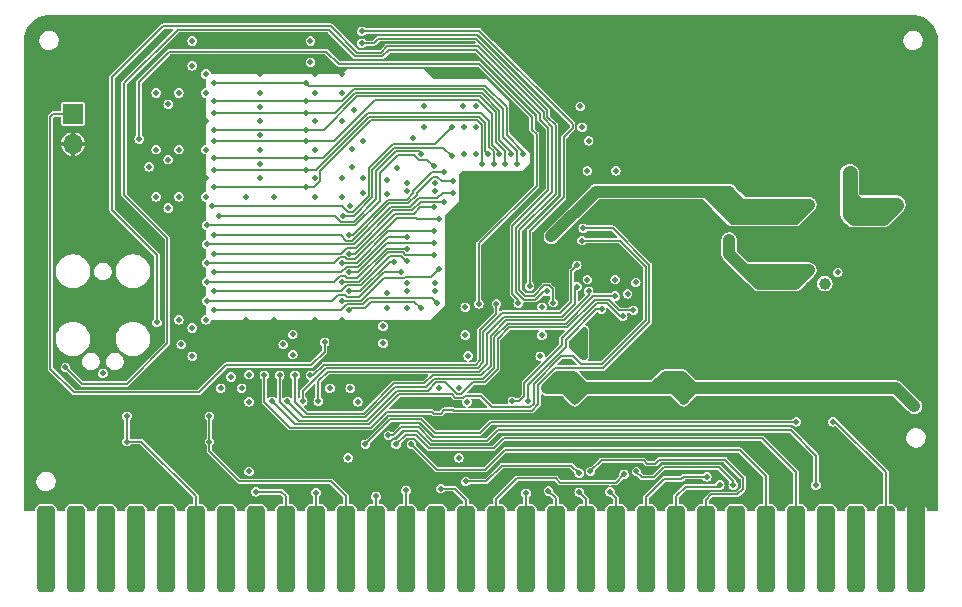
<source format=gbl>
G04 #@! TF.GenerationSoftware,KiCad,Pcbnew,7.0.1-0*
G04 #@! TF.CreationDate,2023-10-30T17:31:41-04:00*
G04 #@! TF.ProjectId,RAM2E,52414d32-452e-46b6-9963-61645f706362,2.1*
G04 #@! TF.SameCoordinates,Original*
G04 #@! TF.FileFunction,Copper,L4,Bot*
G04 #@! TF.FilePolarity,Positive*
%FSLAX46Y46*%
G04 Gerber Fmt 4.6, Leading zero omitted, Abs format (unit mm)*
G04 Created by KiCad (PCBNEW 7.0.1-0) date 2023-10-30 17:31:41*
%MOMM*%
%LPD*%
G01*
G04 APERTURE LIST*
G04 Aperture macros list*
%AMRoundRect*
0 Rectangle with rounded corners*
0 $1 Rounding radius*
0 $2 $3 $4 $5 $6 $7 $8 $9 X,Y pos of 4 corners*
0 Add a 4 corners polygon primitive as box body*
4,1,4,$2,$3,$4,$5,$6,$7,$8,$9,$2,$3,0*
0 Add four circle primitives for the rounded corners*
1,1,$1+$1,$2,$3*
1,1,$1+$1,$4,$5*
1,1,$1+$1,$6,$7*
1,1,$1+$1,$8,$9*
0 Add four rect primitives between the rounded corners*
20,1,$1+$1,$2,$3,$4,$5,0*
20,1,$1+$1,$4,$5,$6,$7,0*
20,1,$1+$1,$6,$7,$8,$9,0*
20,1,$1+$1,$8,$9,$2,$3,0*%
G04 Aperture macros list end*
G04 #@! TA.AperFunction,SMDPad,CuDef*
%ADD10RoundRect,0.381000X0.381000X3.289000X-0.381000X3.289000X-0.381000X-3.289000X0.381000X-3.289000X0*%
G04 #@! TD*
G04 #@! TA.AperFunction,ComponentPad*
%ADD11C,2.000000*%
G04 #@! TD*
G04 #@! TA.AperFunction,ComponentPad*
%ADD12R,1.700000X1.700000*%
G04 #@! TD*
G04 #@! TA.AperFunction,ComponentPad*
%ADD13O,1.700000X1.700000*%
G04 #@! TD*
G04 #@! TA.AperFunction,ViaPad*
%ADD14C,0.500000*%
G04 #@! TD*
G04 #@! TA.AperFunction,ViaPad*
%ADD15C,0.600000*%
G04 #@! TD*
G04 #@! TA.AperFunction,ViaPad*
%ADD16C,1.000000*%
G04 #@! TD*
G04 #@! TA.AperFunction,Conductor*
%ADD17C,1.270000*%
G04 #@! TD*
G04 #@! TA.AperFunction,Conductor*
%ADD18C,0.500000*%
G04 #@! TD*
G04 #@! TA.AperFunction,Conductor*
%ADD19C,0.650000*%
G04 #@! TD*
G04 #@! TA.AperFunction,Conductor*
%ADD20C,1.000000*%
G04 #@! TD*
G04 #@! TA.AperFunction,Conductor*
%ADD21C,0.508000*%
G04 #@! TD*
G04 #@! TA.AperFunction,Conductor*
%ADD22C,1.524000*%
G04 #@! TD*
G04 #@! TA.AperFunction,Conductor*
%ADD23C,0.150000*%
G04 #@! TD*
G04 #@! TA.AperFunction,Conductor*
%ADD24C,0.152400*%
G04 #@! TD*
G04 #@! TA.AperFunction,Conductor*
%ADD25C,0.600000*%
G04 #@! TD*
G04 #@! TA.AperFunction,Conductor*
%ADD26C,0.800000*%
G04 #@! TD*
G04 APERTURE END LIST*
D10*
X274320000Y-135282000D03*
X271780000Y-135282000D03*
X269240000Y-135282000D03*
X266700000Y-135282000D03*
X264160000Y-135282000D03*
X261620000Y-135282000D03*
X259080000Y-135282000D03*
X256540000Y-135282000D03*
X254000000Y-135282000D03*
X251460000Y-135282000D03*
X248920000Y-135282000D03*
X246380000Y-135282000D03*
X243840000Y-135282000D03*
X241300000Y-135282000D03*
X238760000Y-135282000D03*
X236220000Y-135282000D03*
X233680000Y-135282000D03*
X231140000Y-135282000D03*
X228600000Y-135282000D03*
X226060000Y-135282000D03*
X223520000Y-135282000D03*
X220980000Y-135282000D03*
X218440000Y-135282000D03*
X215900000Y-135282000D03*
X213360000Y-135282000D03*
X210820000Y-135282000D03*
X208280000Y-135282000D03*
X205740000Y-135282000D03*
X203200000Y-135282000D03*
X200660000Y-135282000D03*
D11*
X274320000Y-128397000D03*
D12*
X202946000Y-98425000D03*
D13*
X202946000Y-100965000D03*
D14*
X245450000Y-122800000D03*
X244825000Y-121650000D03*
X245450000Y-120500000D03*
X254650000Y-122800000D03*
X253125000Y-120700000D03*
X254025000Y-121650000D03*
X254650000Y-120500000D03*
D15*
X269800000Y-106100000D03*
D14*
X244050000Y-120700000D03*
X243100000Y-121650000D03*
D16*
X272650000Y-106100000D03*
D14*
X252300000Y-121650000D03*
D16*
X274193000Y-123190000D03*
X271350000Y-107250000D03*
D15*
X268700000Y-106900000D03*
X268700000Y-103450000D03*
D14*
X222250000Y-131191000D03*
X224790000Y-131191000D03*
X227330000Y-131191000D03*
X229870000Y-131191000D03*
X232410000Y-131191000D03*
X234950000Y-131191000D03*
X217170000Y-131191000D03*
X214630000Y-131191000D03*
X212090000Y-131191000D03*
X209550000Y-131191000D03*
X275844000Y-131191000D03*
X270510000Y-131191000D03*
X265430000Y-131191000D03*
X262890000Y-131191000D03*
X260350000Y-131191000D03*
X257810000Y-131191000D03*
X255270000Y-131191000D03*
X252730000Y-131191000D03*
X250190000Y-131191000D03*
X247650000Y-131191000D03*
X245110000Y-131191000D03*
X242570000Y-131191000D03*
X240030000Y-131191000D03*
X237490000Y-131191000D03*
X275844000Y-118364000D03*
X275844000Y-98044000D03*
X275844000Y-93091000D03*
X199136000Y-93091000D03*
X267970000Y-90424000D03*
X262890000Y-90424000D03*
X257810000Y-90424000D03*
X252730000Y-90424000D03*
X242570000Y-90424000D03*
X247650000Y-90424000D03*
X237998000Y-90424000D03*
X227330000Y-90424000D03*
X232410000Y-90424000D03*
X206756000Y-90424000D03*
X202057000Y-90424000D03*
X199771000Y-90932000D03*
X199136000Y-128270000D03*
X199136000Y-122555000D03*
X199136000Y-117475000D03*
X199136000Y-112395000D03*
X199136000Y-107315000D03*
X275209000Y-90932000D03*
X233750000Y-123150000D03*
X244825000Y-123150000D03*
X242950000Y-123150000D03*
X254025000Y-123150000D03*
X252150000Y-123150000D03*
X215350000Y-123150000D03*
X216325000Y-124100000D03*
X217225000Y-123150000D03*
X226425000Y-123150000D03*
X224550000Y-123150000D03*
X211900000Y-103850000D03*
X223400000Y-115850000D03*
X214200000Y-99050000D03*
X225700000Y-115850000D03*
X214200000Y-103850000D03*
X211000000Y-99000000D03*
X211000000Y-103100000D03*
X210000000Y-103950000D03*
X226400000Y-106200000D03*
X223400000Y-95050000D03*
X225700000Y-95050000D03*
X225700000Y-105450000D03*
X223400000Y-101450000D03*
X223400000Y-105450000D03*
X223400000Y-96650000D03*
X225700000Y-96650000D03*
X229000000Y-92550000D03*
X230150000Y-124800000D03*
X211650000Y-113200000D03*
X265303000Y-123190000D03*
X204470000Y-131191000D03*
X199136000Y-131191000D03*
X201930000Y-131191000D03*
X207010000Y-131191000D03*
X267970000Y-131191000D03*
X228250000Y-91900000D03*
X275844000Y-123444000D03*
X229900000Y-93500000D03*
X201676000Y-125095000D03*
X204216000Y-122555000D03*
X209296000Y-122555000D03*
X206756000Y-125095000D03*
X211836000Y-125349000D03*
X211836000Y-120015000D03*
X270383000Y-123190000D03*
X272923000Y-90424000D03*
X218650000Y-125900000D03*
X217050000Y-126700000D03*
X220000000Y-105450000D03*
X217600000Y-105450000D03*
X218800000Y-103850000D03*
X218800000Y-101450000D03*
X218800000Y-99050000D03*
X218800000Y-96650000D03*
X218800000Y-95050000D03*
X218800000Y-102650000D03*
X218800000Y-97850000D03*
X218800000Y-100250000D03*
X220000000Y-115850000D03*
X217600000Y-115850000D03*
X199136000Y-102235000D03*
X199136000Y-97155000D03*
X201676000Y-94615000D03*
X206756000Y-99695000D03*
D16*
X269300000Y-112800000D03*
D14*
X260350000Y-98044000D03*
X262890000Y-100584000D03*
X257810000Y-100584000D03*
X273050000Y-100584000D03*
X275844000Y-113284000D03*
X275844000Y-103124000D03*
D16*
X267950000Y-113950000D03*
X265250000Y-113950000D03*
X262550000Y-113950000D03*
X259850000Y-113950000D03*
D14*
X275844000Y-108204000D03*
X272923000Y-115570000D03*
X272923000Y-120650000D03*
X267843000Y-120650000D03*
X260604000Y-123190000D03*
X263144000Y-125730000D03*
X273050000Y-131699000D03*
D16*
X258500000Y-112800000D03*
D14*
X270383000Y-118110000D03*
X214550000Y-94050000D03*
X214550000Y-92250000D03*
X267843000Y-115570000D03*
X262763000Y-115570000D03*
X214550000Y-116950000D03*
X214550000Y-118950000D03*
X226300000Y-91300000D03*
X241950000Y-117150000D03*
X231250000Y-112750000D03*
X232700000Y-97800000D03*
X241700000Y-118900000D03*
X248100000Y-101650000D03*
X248850000Y-111750000D03*
X247400000Y-118900000D03*
X241950000Y-114800000D03*
X237050000Y-101800000D03*
X250600000Y-111500000D03*
X247400000Y-117200000D03*
X235450000Y-114800000D03*
X233600000Y-104950000D03*
X231250000Y-104950000D03*
X233600000Y-112750000D03*
X246500000Y-111750000D03*
X244700000Y-99500000D03*
X237850000Y-105600000D03*
X240800000Y-106600000D03*
X229500000Y-105200000D03*
X240750000Y-118050000D03*
X244700000Y-97800000D03*
X246500000Y-103950000D03*
X237050000Y-99550000D03*
X235450000Y-117200000D03*
X232700000Y-99500000D03*
X237050000Y-97750000D03*
X234250000Y-118050000D03*
X201580000Y-115850000D03*
X205486000Y-110490000D03*
X206756000Y-104775000D03*
X204030000Y-114300000D03*
X201676000Y-104775000D03*
X267970000Y-100584000D03*
X265430000Y-98044000D03*
X270510000Y-98044000D03*
X255270000Y-98044000D03*
X252730000Y-100584000D03*
X250190000Y-98044000D03*
X255270000Y-103124000D03*
D16*
X263900000Y-108800000D03*
D14*
X251550000Y-105900000D03*
X240800000Y-99450000D03*
X206756000Y-94107000D03*
X209450000Y-92950000D03*
X246850000Y-99900000D03*
X265303000Y-118110000D03*
X262763000Y-120650000D03*
X245100000Y-119450000D03*
X211000000Y-94200000D03*
X221551500Y-90424001D03*
X237000000Y-122800000D03*
D16*
X262600000Y-104400000D03*
D14*
X235200000Y-118900000D03*
X252730000Y-95504000D03*
X219710000Y-131191000D03*
D16*
X261200000Y-103250000D03*
D14*
X231200000Y-114850000D03*
D16*
X272700000Y-112500000D03*
D14*
X242750000Y-127550000D03*
X242700000Y-101900000D03*
X267700000Y-109850000D03*
X229500000Y-114850000D03*
X223050000Y-118800000D03*
D16*
X266600000Y-108800000D03*
D14*
X218500000Y-122800000D03*
D16*
X261200000Y-108800000D03*
D14*
X249750000Y-110550000D03*
D16*
X269050000Y-124850000D03*
X272650000Y-104400000D03*
D14*
X273050000Y-95504000D03*
X234750000Y-124150000D03*
X227750000Y-122900000D03*
X242150000Y-126400000D03*
X260500000Y-128700000D03*
D16*
X262550000Y-109950000D03*
X259850000Y-109950000D03*
D14*
X223050000Y-117100000D03*
X242400000Y-99550000D03*
X242100000Y-128700000D03*
X215582500Y-90424001D03*
X227500000Y-100750000D03*
X210502500Y-90424000D03*
D16*
X265250000Y-109950000D03*
D14*
X260500000Y-126400000D03*
D16*
X271350000Y-113650000D03*
D14*
X254650000Y-126400000D03*
D15*
X267600000Y-105150000D03*
D14*
X243750000Y-98500000D03*
D16*
X267850000Y-126200000D03*
D14*
X225400000Y-93150000D03*
X233550000Y-127550000D03*
D16*
X265200000Y-104400000D03*
D14*
X250190000Y-92964000D03*
X251950000Y-127550000D03*
X232900000Y-128700000D03*
X224550000Y-92250000D03*
X224550000Y-116550000D03*
X223700000Y-128650000D03*
X251300000Y-126400000D03*
D16*
X263900000Y-103250000D03*
D14*
X223700000Y-126400000D03*
X210000000Y-95150000D03*
X269050000Y-127350000D03*
X226600000Y-101400000D03*
X235600000Y-123050000D03*
X228350000Y-128700000D03*
D15*
X269800000Y-105000000D03*
D14*
X210000000Y-99950000D03*
D16*
X259850000Y-104350000D03*
D14*
X227475000Y-105150000D03*
X249300000Y-103850000D03*
X224550000Y-94350000D03*
X254250000Y-128850000D03*
X261150000Y-127550000D03*
D15*
X271350000Y-103450000D03*
D14*
X245450000Y-126400000D03*
X247650000Y-95504000D03*
X215500000Y-117950000D03*
X230300000Y-126400000D03*
X231600000Y-126400000D03*
X257700000Y-129850000D03*
X256600000Y-129150000D03*
X243200000Y-130350000D03*
X241300000Y-130550000D03*
X214503000Y-124015500D03*
X214503000Y-126174500D03*
X265850000Y-129850000D03*
X229650000Y-125650000D03*
X218440000Y-130429000D03*
X234100000Y-130150000D03*
X231140000Y-130302000D03*
X228600000Y-130810000D03*
X223520000Y-130500000D03*
X267300000Y-124500000D03*
X249600000Y-128950000D03*
X245800000Y-130450000D03*
X248412000Y-130429000D03*
X246750000Y-128700000D03*
X250650000Y-128700000D03*
X258850000Y-129850000D03*
X245800000Y-128850000D03*
X236200000Y-129550000D03*
X236300000Y-122800000D03*
X235625000Y-121650000D03*
X217850000Y-120500000D03*
X215450000Y-121650000D03*
X217225000Y-121650000D03*
X216325000Y-120700000D03*
X217850000Y-122800000D03*
X226425000Y-121650000D03*
X227050000Y-122800000D03*
X214200000Y-101450000D03*
X214200000Y-96650000D03*
X211900000Y-101450000D03*
X211900000Y-105450000D03*
X211900000Y-115850000D03*
X214200000Y-115850000D03*
X211900000Y-96650000D03*
X210000000Y-105450000D03*
X214200000Y-95050000D03*
X211000000Y-102300000D03*
X211000000Y-106400000D03*
X226600000Y-102900000D03*
X223400000Y-99050000D03*
X223400000Y-103850000D03*
X225700000Y-99050000D03*
X225700000Y-103850000D03*
X213050000Y-92250000D03*
X213050000Y-116550000D03*
X213050000Y-118950000D03*
X212100000Y-117950000D03*
X235950000Y-97800000D03*
X248850000Y-112450000D03*
X246600000Y-100700000D03*
X231250000Y-104250000D03*
X242650000Y-114800000D03*
X231250000Y-113450000D03*
X245900000Y-97800000D03*
X229500000Y-104000000D03*
X242650000Y-117150000D03*
X236150000Y-114800000D03*
X250600000Y-112700000D03*
X236050000Y-99550000D03*
X233600000Y-113450000D03*
X248900000Y-103250000D03*
X246500000Y-112450000D03*
X246500000Y-103250000D03*
X236150000Y-117150000D03*
X246050000Y-99550000D03*
X242500000Y-118950000D03*
X230350000Y-103050000D03*
X233600000Y-104250000D03*
X205486000Y-120396000D03*
X236050000Y-101800000D03*
X211000000Y-97600000D03*
X249900000Y-113650000D03*
X231700000Y-100500000D03*
D16*
X265250000Y-111650000D03*
D14*
X209400000Y-102900000D03*
X229200000Y-116400000D03*
D16*
X258500000Y-109100000D03*
D14*
X226250000Y-127550000D03*
X221550000Y-118800000D03*
X236400000Y-118900000D03*
X223050000Y-94050000D03*
X221550000Y-117100000D03*
X229200000Y-117850000D03*
X213050000Y-94350000D03*
X227500000Y-103850000D03*
X214200000Y-105450000D03*
X267700000Y-111850000D03*
X224700000Y-121650000D03*
D16*
X266600000Y-112800000D03*
D14*
X229500000Y-113550000D03*
D16*
X259850000Y-111650000D03*
D14*
X220750000Y-117950000D03*
X223050000Y-92250000D03*
X217850000Y-128700000D03*
X226750000Y-98100000D03*
X210000000Y-96650000D03*
X235600000Y-127550000D03*
D16*
X262550000Y-111650000D03*
D14*
X233900000Y-121650000D03*
D16*
X261200000Y-112800000D03*
D14*
X210000000Y-101450000D03*
D16*
X263900000Y-112800000D03*
D14*
X210058000Y-116078000D03*
X243050000Y-113450000D03*
X202311000Y-119888000D03*
X240650000Y-114450000D03*
X227400000Y-92450000D03*
X243600000Y-114400000D03*
X222700000Y-102150000D03*
X214900000Y-102150000D03*
X238550000Y-102700000D03*
X222700000Y-100750000D03*
X214900000Y-100750000D03*
X239050000Y-101800000D03*
X222700000Y-99750000D03*
X214900000Y-99750000D03*
X239550000Y-102700000D03*
X222700000Y-98350000D03*
X240050000Y-101800000D03*
X214900000Y-98350000D03*
X222700000Y-104650000D03*
X214900000Y-104650000D03*
X237550000Y-102700000D03*
X222700000Y-103150000D03*
X214900000Y-103150000D03*
X238050000Y-101800000D03*
X222700000Y-95850000D03*
X241050000Y-101800000D03*
X214900000Y-95850000D03*
X222700000Y-97350000D03*
X240550000Y-102700000D03*
X214900000Y-97350000D03*
X225800000Y-107050000D03*
X235000000Y-102000000D03*
X232400000Y-101800000D03*
X215300000Y-107050000D03*
X214300000Y-107850000D03*
X233500000Y-102850000D03*
X234400000Y-103350000D03*
X226300000Y-108650000D03*
X214850000Y-108650000D03*
X235100000Y-104100000D03*
X214850000Y-110250000D03*
X234400000Y-105850000D03*
X226350000Y-110250000D03*
X233500000Y-106350000D03*
X214300000Y-109450000D03*
X235100000Y-105100000D03*
X214300000Y-111050000D03*
X233900000Y-107350000D03*
X225750000Y-111050000D03*
X233500000Y-108350000D03*
X214850000Y-111850000D03*
X231250000Y-108850000D03*
X226350000Y-111850000D03*
X233500000Y-109350000D03*
X214300000Y-112650000D03*
X231250000Y-109850000D03*
X225750000Y-112650000D03*
X233500000Y-110350000D03*
X214850000Y-113450000D03*
X231250000Y-110850000D03*
X226350000Y-113450000D03*
X230150000Y-110950000D03*
X226350000Y-115050000D03*
X232400000Y-114900000D03*
X214850000Y-115050000D03*
X233750000Y-114450000D03*
X225750000Y-114250000D03*
X233900000Y-111600000D03*
X214300000Y-114250000D03*
X230750000Y-111850000D03*
X235050000Y-99550000D03*
X214750000Y-106250000D03*
X246050000Y-109150000D03*
X219800000Y-122750000D03*
X219150000Y-120550000D03*
X246150000Y-108100000D03*
X246600000Y-113450000D03*
X221750000Y-120550000D03*
X248850000Y-113850000D03*
X221100000Y-122750000D03*
X245600000Y-111250000D03*
X222400000Y-122750000D03*
X223700000Y-122750000D03*
X245650000Y-113050000D03*
X238800000Y-114500000D03*
X223050000Y-120550000D03*
X250400000Y-115050000D03*
X220450000Y-120550000D03*
X249500000Y-115550000D03*
X240150000Y-122750000D03*
X247700000Y-114950000D03*
X241450000Y-122750000D03*
X207518000Y-126174500D03*
X207518000Y-124015500D03*
X224250000Y-117750000D03*
X264200000Y-124500000D03*
X227700000Y-126400000D03*
D16*
X262600000Y-106100000D03*
X263900000Y-107250000D03*
D14*
X245200000Y-118050000D03*
D16*
X259850000Y-106100000D03*
X265250000Y-106100000D03*
X258500000Y-105000000D03*
X243450000Y-108800000D03*
X261200000Y-107300000D03*
D14*
X246200000Y-118950000D03*
X208550000Y-100550000D03*
X237300000Y-114500000D03*
X227400000Y-91440000D03*
X241600000Y-113000000D03*
D17*
X271350000Y-107250000D02*
X272500000Y-106100000D01*
D18*
X245450000Y-120500000D02*
X245550000Y-120600000D01*
D19*
X268700000Y-103450000D02*
X268700000Y-105050000D01*
D20*
X252300000Y-121650000D02*
X244825000Y-121650000D01*
X245550000Y-120950000D02*
X245550000Y-121650000D01*
X274193000Y-123190000D02*
X272653000Y-121650000D01*
X244050000Y-120700000D02*
X243100000Y-121650000D01*
X272653000Y-121650000D02*
X254025000Y-121650000D01*
D18*
X254750000Y-122700000D02*
X254650000Y-122800000D01*
D21*
X245450000Y-122800000D02*
X245450000Y-120500000D01*
D18*
X252300000Y-121650000D02*
X253500000Y-121650000D01*
D21*
X254025000Y-121125000D02*
X254650000Y-120500000D01*
X244825000Y-121650000D02*
X244825000Y-121125000D01*
D20*
X245300000Y-120700000D02*
X245550000Y-120950000D01*
D17*
X269500000Y-106100000D02*
X268700000Y-106900000D01*
D18*
X245350000Y-120600000D02*
X245350000Y-122700000D01*
D17*
X272650000Y-106100000D02*
X271500000Y-107250000D01*
D18*
X244300000Y-121650000D02*
X245450000Y-120500000D01*
D20*
X244825000Y-121650000D02*
X243100000Y-121650000D01*
D18*
X254550000Y-120600000D02*
X254550000Y-122700000D01*
D20*
X244050000Y-120700000D02*
X245300000Y-120700000D01*
X253125000Y-120700000D02*
X254500000Y-120700000D01*
D18*
X254650000Y-120500000D02*
X254550000Y-120600000D01*
D17*
X272650000Y-106100000D02*
X269500000Y-106100000D01*
D18*
X244825000Y-121475000D02*
X244825000Y-121650000D01*
D20*
X253125000Y-120700000D02*
X254025000Y-121600000D01*
D18*
X245450000Y-120500000D02*
X245350000Y-120600000D01*
X243100000Y-121650000D02*
X244300000Y-121650000D01*
D20*
X254025000Y-121600000D02*
X254025000Y-121650000D01*
D18*
X254550000Y-122700000D02*
X254650000Y-122800000D01*
X246600000Y-121650000D02*
X252300000Y-121650000D01*
D20*
X252175000Y-121650000D02*
X244825000Y-121650000D01*
D18*
X245450000Y-120500000D02*
X246600000Y-121650000D01*
D17*
X271350000Y-107250000D02*
X270200000Y-106100000D01*
X270200000Y-106100000D02*
X269800000Y-106100000D01*
D18*
X245350000Y-122700000D02*
X245450000Y-122800000D01*
D20*
X253125000Y-120700000D02*
X252175000Y-121650000D01*
D18*
X245550000Y-121650000D02*
X245550000Y-122700000D01*
D21*
X254025000Y-122175000D02*
X254650000Y-122800000D01*
D18*
X244300000Y-121650000D02*
X245450000Y-122800000D01*
D21*
X244825000Y-121125000D02*
X245450000Y-120500000D01*
D18*
X244050000Y-120700000D02*
X244825000Y-121475000D01*
D20*
X254025000Y-121650000D02*
X252300000Y-121650000D01*
D18*
X254650000Y-120500000D02*
X254750000Y-120600000D01*
D19*
X269750000Y-106100000D02*
X272650000Y-106100000D01*
X268700000Y-105050000D02*
X269750000Y-106100000D01*
D18*
X245550000Y-120600000D02*
X245550000Y-121650000D01*
X254650000Y-122800000D02*
X255800000Y-121650000D01*
D17*
X268700000Y-103450000D02*
X268700000Y-106900000D01*
D18*
X245450000Y-122800000D02*
X246600000Y-121650000D01*
D17*
X269050000Y-107250000D02*
X268700000Y-106900000D01*
D18*
X254650000Y-120500000D02*
X255800000Y-121650000D01*
X245550000Y-122700000D02*
X245450000Y-122800000D01*
D17*
X272500000Y-106100000D02*
X272650000Y-106100000D01*
D21*
X254650000Y-122800000D02*
X254650000Y-120500000D01*
X254025000Y-121650000D02*
X254025000Y-122175000D01*
X244825000Y-122175000D02*
X245450000Y-122800000D01*
D20*
X254500000Y-120700000D02*
X255450000Y-121650000D01*
D17*
X271350000Y-107250000D02*
X269050000Y-107250000D01*
X271500000Y-107250000D02*
X271350000Y-107250000D01*
D21*
X244825000Y-121650000D02*
X244825000Y-122175000D01*
D18*
X253500000Y-121650000D02*
X254650000Y-122800000D01*
X254750000Y-120600000D02*
X254750000Y-122700000D01*
D21*
X254025000Y-121650000D02*
X254025000Y-121125000D01*
D22*
X274320000Y-135282000D02*
X274320000Y-128397000D01*
D23*
X230300000Y-126400000D02*
X231100000Y-125600000D01*
X231950000Y-125600000D02*
X233100000Y-126750000D01*
X261300000Y-125900000D02*
X264160000Y-128760000D01*
X231100000Y-125600000D02*
X231950000Y-125600000D01*
X238550000Y-126750000D02*
X239400000Y-125900000D01*
X264160000Y-128760000D02*
X264160000Y-135282000D01*
X239400000Y-125900000D02*
X261300000Y-125900000D01*
X233100000Y-126750000D02*
X238550000Y-126750000D01*
X237850000Y-128550000D02*
X239500000Y-126900000D01*
X239500000Y-126900000D02*
X259400000Y-126900000D01*
X231600000Y-126400000D02*
X233750000Y-128550000D01*
X233750000Y-128550000D02*
X237850000Y-128550000D01*
X261620000Y-130810000D02*
X261620000Y-135282000D01*
X261620000Y-129120000D02*
X261620000Y-130810000D01*
X259400000Y-126900000D02*
X261620000Y-129120000D01*
D24*
X254000000Y-130810000D02*
X254000000Y-135382000D01*
D23*
X257550000Y-130000000D02*
X254810000Y-130000000D01*
X257700000Y-129850000D02*
X257550000Y-130000000D01*
X254810000Y-130000000D02*
X254000000Y-130810000D01*
X253000000Y-129350000D02*
X251460000Y-130890000D01*
X256600000Y-129150000D02*
X254650000Y-129150000D01*
X254650000Y-129150000D02*
X254450000Y-129350000D01*
X254450000Y-129350000D02*
X253000000Y-129350000D01*
X251460000Y-130890000D02*
X251460000Y-135282000D01*
X243200000Y-130350000D02*
X243840000Y-130990000D01*
X243840000Y-130990000D02*
X243840000Y-135282000D01*
D24*
X241300000Y-130810000D02*
X241300000Y-135382000D01*
D23*
X241300000Y-130810000D02*
X241300000Y-130550000D01*
X214503000Y-126174500D02*
X214503000Y-124015500D01*
X217043000Y-129540000D02*
X224790000Y-129540000D01*
X224790000Y-129540000D02*
X226060000Y-130810000D01*
D24*
X226060000Y-130810000D02*
X226060000Y-135382000D01*
D23*
X214503000Y-126174500D02*
X214503000Y-127000000D01*
X214503000Y-127000000D02*
X217043000Y-129540000D01*
X265850000Y-127350000D02*
X265850000Y-129850000D01*
X230700000Y-124950000D02*
X232200000Y-124950000D01*
X229650000Y-125650000D02*
X230000000Y-125650000D01*
X238900000Y-125200000D02*
X263700000Y-125200000D01*
X232200000Y-124950000D02*
X233350000Y-126100000D01*
X233350000Y-126100000D02*
X238000000Y-126100000D01*
X230000000Y-125650000D02*
X230700000Y-124950000D01*
X263700000Y-125200000D02*
X265850000Y-127350000D01*
X238000000Y-126100000D02*
X238900000Y-125200000D01*
X220599000Y-130429000D02*
X218440000Y-130429000D01*
X220980000Y-130810000D02*
X220599000Y-130429000D01*
X220980000Y-135282000D02*
X220980000Y-130810000D01*
D24*
X235250000Y-130150000D02*
X236220000Y-131120000D01*
X236220000Y-131120000D02*
X236220000Y-135382000D01*
X234100000Y-130150000D02*
X235250000Y-130150000D01*
X231140000Y-135382000D02*
X231140000Y-130302000D01*
X228600000Y-135382000D02*
X228600000Y-130810000D01*
X223520000Y-135382000D02*
X223520000Y-130500000D01*
D23*
X271780000Y-128780000D02*
X271780000Y-135282000D01*
X267300000Y-124500000D02*
X267500000Y-124500000D01*
X267500000Y-124500000D02*
X271780000Y-128780000D01*
X244204000Y-129650000D02*
X243840000Y-129286000D01*
X238760000Y-131064000D02*
X238760000Y-135282000D01*
X240538000Y-129286000D02*
X238760000Y-131064000D01*
X249600000Y-128950000D02*
X248900000Y-129650000D01*
X243840000Y-129286000D02*
X240538000Y-129286000D01*
X248900000Y-129650000D02*
X244204000Y-129650000D01*
X246380000Y-131030000D02*
X246380000Y-135282000D01*
X245800000Y-130450000D02*
X246380000Y-131030000D01*
X248920000Y-130937000D02*
X248920000Y-135282000D01*
X248412000Y-130429000D02*
X248920000Y-130937000D01*
X247700000Y-127750000D02*
X251250000Y-127750000D01*
X251550000Y-128050000D02*
X252250000Y-128050000D01*
X257000000Y-130650000D02*
X256540000Y-131110000D01*
X259700000Y-130150000D02*
X259200000Y-130650000D01*
X251250000Y-127750000D02*
X251550000Y-128050000D01*
X256540000Y-131110000D02*
X256540000Y-135282000D01*
X252600000Y-127700000D02*
X258150000Y-127700000D01*
X246750000Y-128700000D02*
X247700000Y-127750000D01*
X252250000Y-128050000D02*
X252600000Y-127700000D01*
X259200000Y-130650000D02*
X257000000Y-130650000D01*
X259700000Y-129250000D02*
X259700000Y-130150000D01*
X258150000Y-127700000D02*
X259700000Y-129250000D01*
X252100000Y-129200000D02*
X251100000Y-129200000D01*
X257650000Y-128350000D02*
X252950000Y-128350000D01*
X258850000Y-129850000D02*
X258850000Y-129550000D01*
X250650000Y-128750000D02*
X250650000Y-128700000D01*
X251100000Y-129200000D02*
X250650000Y-128750000D01*
X258850000Y-129550000D02*
X257650000Y-128350000D01*
X252950000Y-128350000D02*
X252100000Y-129200000D01*
X245150000Y-128200000D02*
X245800000Y-128850000D01*
X236200000Y-129550000D02*
X237900000Y-129550000D01*
X239250000Y-128200000D02*
X245150000Y-128200000D01*
X237900000Y-129550000D02*
X239250000Y-128200000D01*
D20*
X258500000Y-109100000D02*
X258500000Y-110300000D01*
X264650000Y-112250000D02*
X265250000Y-111650000D01*
X259850000Y-111650000D02*
X261000000Y-112800000D01*
X260450000Y-112250000D02*
X264650000Y-112250000D01*
X259850000Y-111650000D02*
X265250000Y-111650000D01*
X263900000Y-112800000D02*
X264100000Y-112800000D01*
X259850000Y-111650000D02*
X260450000Y-112250000D01*
X261200000Y-112800000D02*
X263900000Y-112800000D01*
X264100000Y-112800000D02*
X264650000Y-112250000D01*
X261000000Y-112800000D02*
X261200000Y-112800000D01*
X258500000Y-110300000D02*
X259850000Y-111650000D01*
D23*
X240450000Y-108100000D02*
X243500000Y-105050000D01*
X242800000Y-113450000D02*
X242100000Y-114150000D01*
X242800000Y-98800000D02*
X242800000Y-98250000D01*
X229000000Y-93250000D02*
X227000000Y-93250000D01*
X243500000Y-105050000D02*
X243500000Y-99500000D01*
X229550000Y-92700000D02*
X229000000Y-93250000D01*
X241100000Y-114150000D02*
X240450000Y-113500000D01*
X242100000Y-114150000D02*
X241100000Y-114150000D01*
X243500000Y-99500000D02*
X242800000Y-98800000D01*
X210575000Y-91000000D02*
X206250000Y-95325000D01*
X206250000Y-95325000D02*
X206250000Y-106555000D01*
X227000000Y-93250000D02*
X224750000Y-91000000D01*
X240450000Y-113500000D02*
X240450000Y-108100000D01*
X210058000Y-110363000D02*
X210058000Y-116078000D01*
X237250000Y-92700000D02*
X229550000Y-92700000D01*
X206250000Y-106555000D02*
X210058000Y-110363000D01*
X243150000Y-113450000D02*
X242800000Y-113450000D01*
X242800000Y-98250000D02*
X237250000Y-92700000D01*
X224750000Y-91000000D02*
X210575000Y-91000000D01*
X210947000Y-108966000D02*
X207250000Y-105269000D01*
X237100000Y-93000000D02*
X242500000Y-98400000D01*
X243200000Y-104900000D02*
X240150000Y-107950000D01*
X240150000Y-113650000D02*
X240650000Y-114150000D01*
X210947000Y-117856000D02*
X210947000Y-108966000D01*
X211800000Y-91300000D02*
X224600000Y-91300000D01*
X240150000Y-107950000D02*
X240150000Y-113650000D01*
X240650000Y-114150000D02*
X240650000Y-114450000D01*
X242500000Y-98400000D02*
X242500000Y-98950000D01*
X207518000Y-121285000D02*
X210947000Y-117856000D01*
X243200000Y-99650000D02*
X243200000Y-104900000D01*
X226850000Y-93550000D02*
X229150000Y-93550000D01*
X202311000Y-119888000D02*
X203708000Y-121285000D01*
X207250000Y-95850000D02*
X211800000Y-91300000D01*
X203708000Y-121285000D02*
X207518000Y-121285000D01*
X242500000Y-98950000D02*
X243200000Y-99650000D01*
X229150000Y-93550000D02*
X229700000Y-93000000D01*
X207250000Y-105269000D02*
X207250000Y-95850000D01*
X224600000Y-91300000D02*
X226850000Y-93550000D01*
X229700000Y-93000000D02*
X237100000Y-93000000D01*
X243600000Y-114400000D02*
X243550000Y-114350000D01*
X240750000Y-113350000D02*
X240750000Y-108250000D01*
X243800000Y-105200000D02*
X243800000Y-99350000D01*
X240750000Y-108250000D02*
X243800000Y-105200000D01*
X228800000Y-92050000D02*
X228400000Y-92450000D01*
X241950000Y-113850000D02*
X241250000Y-113850000D01*
X243100000Y-98650000D02*
X243100000Y-98100000D01*
X242850000Y-112950000D02*
X241950000Y-113850000D01*
X243550000Y-114350000D02*
X243550000Y-113250000D01*
X243250000Y-112950000D02*
X242850000Y-112950000D01*
X237050000Y-92050000D02*
X228800000Y-92050000D01*
X243800000Y-99350000D02*
X243100000Y-98650000D01*
X243550000Y-113250000D02*
X243250000Y-112950000D01*
X243100000Y-98100000D02*
X237050000Y-92050000D01*
X241250000Y-113850000D02*
X240750000Y-113350000D01*
X228400000Y-92450000D02*
X227400000Y-92450000D01*
X238150000Y-99050000D02*
X238150000Y-101200000D01*
X227900000Y-98350000D02*
X237450000Y-98350000D01*
X237450000Y-98350000D02*
X238150000Y-99050000D01*
X224100000Y-102150000D02*
X227900000Y-98350000D01*
X238550000Y-101600000D02*
X238550000Y-102700000D01*
X222750000Y-102150000D02*
X224100000Y-102150000D01*
X214900000Y-102150000D02*
X222700000Y-102150000D01*
X238150000Y-101200000D02*
X238550000Y-101600000D01*
X222700000Y-100750000D02*
X221149998Y-100750000D01*
X225050000Y-100750000D02*
X222700000Y-100750000D01*
X238450000Y-98450000D02*
X237250000Y-97250000D01*
X221149998Y-100750000D02*
X214900000Y-100750000D01*
X238450000Y-101050000D02*
X238450000Y-98450000D01*
X237250000Y-97250000D02*
X228550000Y-97250000D01*
X239050000Y-101650000D02*
X238450000Y-101050000D01*
X239050000Y-101800000D02*
X239050000Y-101650000D01*
X228550000Y-97250000D02*
X225050000Y-100750000D01*
X238750000Y-100800000D02*
X238750000Y-98300000D01*
X239550000Y-101600000D02*
X238750000Y-100800000D01*
X222700000Y-99750000D02*
X224200000Y-99750000D01*
X227000000Y-96950000D02*
X237400000Y-96950000D01*
X238750000Y-98300000D02*
X237400000Y-96950000D01*
X216559338Y-99750000D02*
X214900000Y-99750000D01*
X222700000Y-99750000D02*
X216559338Y-99750000D01*
X224200000Y-99750000D02*
X227000000Y-96950000D01*
X239550000Y-102700000D02*
X239550000Y-101600000D01*
X226850000Y-96650000D02*
X225150000Y-98350000D01*
X239050000Y-100650000D02*
X239050000Y-98150000D01*
X225150000Y-98350000D02*
X222700000Y-98350000D01*
X237550000Y-96650000D02*
X226850000Y-96650000D01*
X214900000Y-98350000D02*
X222700000Y-98350000D01*
X240050000Y-101650000D02*
X239050000Y-100650000D01*
X240050000Y-101800000D02*
X240050000Y-101650000D01*
X239050000Y-98150000D02*
X237550000Y-96650000D01*
X228200000Y-98950000D02*
X237150000Y-98950000D01*
X214900000Y-104650000D02*
X222700000Y-104650000D01*
X237550000Y-99350000D02*
X237550000Y-102700000D01*
X222750000Y-104650000D02*
X223350000Y-104650000D01*
X223900000Y-104100000D02*
X223900000Y-103250000D01*
X223900000Y-103250000D02*
X228200000Y-98950000D01*
X237150000Y-98950000D02*
X237550000Y-99350000D01*
X223350000Y-104650000D02*
X223900000Y-104100000D01*
X222700000Y-103150000D02*
X223550000Y-103150000D01*
X237850000Y-101600000D02*
X238050000Y-101800000D01*
X237300000Y-98650000D02*
X237850000Y-99200000D01*
X228050000Y-98650000D02*
X237300000Y-98650000D01*
X222700000Y-103150000D02*
X214900000Y-103150000D01*
X237850000Y-99200000D02*
X237850000Y-101600000D01*
X223550000Y-103150000D02*
X228050000Y-98650000D01*
X222900000Y-96050000D02*
X237850000Y-96050000D01*
X214900000Y-95850000D02*
X222700000Y-95850000D01*
X241050000Y-101800000D02*
X241050000Y-101650000D01*
X239650000Y-100250000D02*
X239650000Y-97850000D01*
X222700000Y-95850000D02*
X222900000Y-96050000D01*
X239650000Y-97850000D02*
X237850000Y-96050000D01*
X241050000Y-101650000D02*
X239650000Y-100250000D01*
X240550000Y-102700000D02*
X240550000Y-101600000D01*
X237700000Y-96350000D02*
X226700000Y-96350000D01*
X225700000Y-97350000D02*
X222700000Y-97350000D01*
X219049998Y-97350000D02*
X214900000Y-97350000D01*
X222700000Y-97350000D02*
X219049998Y-97350000D01*
X239350000Y-100400000D02*
X239350000Y-98000000D01*
X240550000Y-101600000D02*
X239350000Y-100400000D01*
X226700000Y-96350000D02*
X225700000Y-97350000D01*
X239350000Y-98000000D02*
X237700000Y-96350000D01*
X226750000Y-107050000D02*
X226700000Y-107050000D01*
X226700000Y-107050000D02*
X225800000Y-107050000D01*
X235000000Y-102000000D02*
X234300000Y-101300000D01*
X228300000Y-103150000D02*
X228300000Y-105500000D01*
X230150000Y-101300000D02*
X228300000Y-103150000D01*
X234300000Y-101300000D02*
X230150000Y-101300000D01*
X228300000Y-105500000D02*
X226750000Y-107050000D01*
X225600000Y-107550000D02*
X225100000Y-107050000D01*
X228600000Y-105650000D02*
X226700000Y-107550000D01*
X225100000Y-107050000D02*
X215300000Y-107050000D01*
X226700000Y-107550000D02*
X225600000Y-107550000D01*
X232200000Y-101600000D02*
X230300000Y-101600000D01*
X230300000Y-101600000D02*
X228600000Y-103300000D01*
X228600000Y-103300000D02*
X228600000Y-105650000D01*
X232400000Y-101800000D02*
X232200000Y-101600000D01*
X226850000Y-107850000D02*
X228900000Y-105800000D01*
X232950000Y-102300000D02*
X233500000Y-102850000D01*
X230450000Y-101900000D02*
X231800000Y-101900000D01*
X228900000Y-105800000D02*
X228900000Y-103450000D01*
X228900000Y-103450000D02*
X230450000Y-101900000D01*
X214300000Y-107850000D02*
X226850000Y-107850000D01*
X232200000Y-102300000D02*
X232950000Y-102300000D01*
X231800000Y-101900000D02*
X232200000Y-102300000D01*
X233350000Y-103350000D02*
X234400000Y-103350000D01*
X229575000Y-105700000D02*
X231200000Y-105700000D01*
X231750000Y-104950000D02*
X233350000Y-103350000D01*
X231750000Y-105150000D02*
X231750000Y-104950000D01*
X231200000Y-105700000D02*
X231750000Y-105150000D01*
X226625000Y-108650000D02*
X229575000Y-105700000D01*
X226300000Y-108650000D02*
X226625000Y-108650000D01*
X232050000Y-105300000D02*
X231350000Y-106000000D01*
X235100000Y-104100000D02*
X234150000Y-104100000D01*
X234150000Y-104100000D02*
X233800000Y-103750000D01*
X232050000Y-105100000D02*
X232050000Y-105300000D01*
X231350000Y-106000000D02*
X229700000Y-106000000D01*
X229700000Y-106000000D02*
X226550000Y-109150000D01*
X226550000Y-109150000D02*
X226100000Y-109150000D01*
X233800000Y-103750000D02*
X233400000Y-103750000D01*
X225600000Y-108650000D02*
X214850000Y-108650000D01*
X233400000Y-103750000D02*
X232050000Y-105100000D01*
X226100000Y-109150000D02*
X225600000Y-108650000D01*
X231650000Y-106600000D02*
X232400000Y-105850000D01*
X226900000Y-109750000D02*
X230050000Y-106600000D01*
X234400000Y-105850000D02*
X232400000Y-105850000D01*
X226150000Y-109750000D02*
X225650000Y-110250000D01*
X226900000Y-109750000D02*
X226150000Y-109750000D01*
X230050000Y-106600000D02*
X231650000Y-106600000D01*
X225650000Y-110250000D02*
X214850000Y-110250000D01*
X231800000Y-106900000D02*
X230200000Y-106900000D01*
X233500000Y-106350000D02*
X232350000Y-106350000D01*
X230200000Y-106900000D02*
X226850000Y-110250000D01*
X232350000Y-106350000D02*
X231800000Y-106900000D01*
X226850000Y-110250000D02*
X226350000Y-110250000D01*
X226750000Y-109450000D02*
X229900000Y-106300000D01*
X231500000Y-106300000D02*
X229900000Y-106300000D01*
X234250000Y-105100000D02*
X233800000Y-105550000D01*
X232250000Y-105550000D02*
X231500000Y-106300000D01*
X214300000Y-109450000D02*
X226750000Y-109450000D01*
X233800000Y-105550000D02*
X232250000Y-105550000D01*
X235100000Y-105100000D02*
X234250000Y-105100000D01*
X226800000Y-110750000D02*
X226150000Y-110750000D01*
X225050000Y-111050000D02*
X214300000Y-111050000D01*
X225550000Y-110550000D02*
X225050000Y-111050000D01*
X225950000Y-110550000D02*
X225550000Y-110550000D01*
X231950000Y-107200000D02*
X230350000Y-107200000D01*
X232100000Y-107350000D02*
X231950000Y-107200000D01*
X230350000Y-107200000D02*
X226800000Y-110750000D01*
X226150000Y-110750000D02*
X225950000Y-110550000D01*
X233900000Y-107350000D02*
X232100000Y-107350000D01*
X226950000Y-111050000D02*
X225750000Y-111050000D01*
X229650000Y-108350000D02*
X226950000Y-111050000D01*
X233500000Y-108350000D02*
X229650000Y-108350000D01*
X229600000Y-108850000D02*
X231250000Y-108850000D01*
X226150000Y-111350000D02*
X227100000Y-111350000D01*
X227100000Y-111350000D02*
X229600000Y-108850000D01*
X214850000Y-111850000D02*
X225650000Y-111850000D01*
X225650000Y-111850000D02*
X226150000Y-111350000D01*
X229550000Y-109350000D02*
X227050000Y-111850000D01*
X233500000Y-109350000D02*
X229550000Y-109350000D01*
X227050000Y-111850000D02*
X226350000Y-111850000D01*
X225550000Y-112150000D02*
X225050000Y-112650000D01*
X231250000Y-109850000D02*
X229500000Y-109850000D01*
X225050000Y-112650000D02*
X214300000Y-112650000D01*
X229500000Y-109850000D02*
X227000000Y-112350000D01*
X227000000Y-112350000D02*
X226150000Y-112350000D01*
X226150000Y-112350000D02*
X225950000Y-112150000D01*
X225950000Y-112150000D02*
X225550000Y-112150000D01*
X230850000Y-110150000D02*
X229650000Y-110150000D01*
X227150000Y-112650000D02*
X225750000Y-112650000D01*
X231050000Y-110350000D02*
X230850000Y-110150000D01*
X233500000Y-110350000D02*
X231050000Y-110350000D01*
X229650000Y-110150000D02*
X227150000Y-112650000D01*
X225650000Y-113450000D02*
X214850000Y-113450000D01*
X231100000Y-110850000D02*
X230700000Y-110450000D01*
X230700000Y-110450000D02*
X229800000Y-110450000D01*
X227300000Y-112950000D02*
X226150000Y-112950000D01*
X229800000Y-110450000D02*
X227300000Y-112950000D01*
X231250000Y-110850000D02*
X231100000Y-110850000D01*
X226150000Y-112950000D02*
X225650000Y-113450000D01*
X229750000Y-110950000D02*
X227250000Y-113450000D01*
X227250000Y-113450000D02*
X226350000Y-113450000D01*
X230150000Y-110950000D02*
X229750000Y-110950000D01*
X232400000Y-114900000D02*
X231850000Y-114350000D01*
X231850000Y-114350000D02*
X228150000Y-114350000D01*
X227650000Y-114850000D02*
X226550000Y-114850000D01*
X226550000Y-114850000D02*
X226350000Y-115050000D01*
X228150000Y-114350000D02*
X227650000Y-114850000D01*
X214850000Y-115050000D02*
X225650000Y-115050000D01*
X225650000Y-115050000D02*
X226150000Y-114550000D01*
X226150000Y-114550000D02*
X227500000Y-114550000D01*
X233350000Y-114050000D02*
X233750000Y-114450000D01*
X228000000Y-114050000D02*
X233350000Y-114050000D01*
X227500000Y-114550000D02*
X228000000Y-114050000D01*
X227350000Y-114250000D02*
X225750000Y-114250000D01*
X231050000Y-112250000D02*
X230950000Y-112350000D01*
X233250000Y-112250000D02*
X231050000Y-112250000D01*
X230950000Y-112350000D02*
X229250000Y-112350000D01*
X233900000Y-111600000D02*
X233250000Y-112250000D01*
X229250000Y-112350000D02*
X227350000Y-114250000D01*
X224850000Y-114250000D02*
X214300000Y-114250000D01*
X230750000Y-111850000D02*
X229300000Y-111850000D01*
X229300000Y-111850000D02*
X227200000Y-113950000D01*
X225950000Y-113750000D02*
X225350000Y-113750000D01*
X225350000Y-113750000D02*
X224850000Y-114250000D01*
X226150000Y-113950000D02*
X225950000Y-113750000D01*
X227200000Y-113950000D02*
X226150000Y-113950000D01*
X233600000Y-101000000D02*
X230000000Y-101000000D01*
X230000000Y-101000000D02*
X228000000Y-103000000D01*
X225750000Y-106250000D02*
X214750000Y-106250000D01*
X226650000Y-106700000D02*
X226200000Y-106700000D01*
X228000000Y-103000000D02*
X228000000Y-105350000D01*
X235050000Y-99550000D02*
X233600000Y-101000000D01*
X226200000Y-106700000D02*
X225750000Y-106250000D01*
X228000000Y-105350000D02*
X226650000Y-106700000D01*
X251450000Y-111350000D02*
X251450000Y-115900000D01*
X245950000Y-119600000D02*
X245300000Y-118950000D01*
X230550000Y-122150000D02*
X228000000Y-124700000D01*
X247750000Y-119600000D02*
X245950000Y-119600000D01*
X241950000Y-121300000D02*
X241950000Y-122950000D01*
X249250000Y-109150000D02*
X251450000Y-111350000D01*
X235000000Y-122150000D02*
X230550000Y-122150000D01*
X245300000Y-118950000D02*
X244300000Y-118950000D01*
X235950000Y-122450000D02*
X235300000Y-122450000D01*
X235300000Y-122450000D02*
X235000000Y-122150000D01*
X244300000Y-118950000D02*
X241950000Y-121300000D01*
X228000000Y-124700000D02*
X221750000Y-124700000D01*
X241650000Y-123250000D02*
X238400000Y-123250000D01*
X237450000Y-122300000D02*
X236100000Y-122300000D01*
X251450000Y-115900000D02*
X247750000Y-119600000D01*
X241950000Y-122950000D02*
X241650000Y-123250000D01*
X236100000Y-122300000D02*
X235950000Y-122450000D01*
X221750000Y-124700000D02*
X219800000Y-122750000D01*
X238400000Y-123250000D02*
X237450000Y-122300000D01*
X246050000Y-109150000D02*
X249250000Y-109150000D01*
X246150000Y-108100000D02*
X248650000Y-108100000D01*
X247850000Y-119950000D02*
X243750000Y-119950000D01*
X228150000Y-125000000D02*
X221350000Y-125000000D01*
X235150000Y-123500000D02*
X234400000Y-123500000D01*
X242350000Y-123000000D02*
X241800000Y-123550000D01*
X251750000Y-111200000D02*
X251750000Y-116050000D01*
X234100000Y-123800000D02*
X233500000Y-123800000D01*
X243750000Y-119950000D02*
X242350000Y-121350000D01*
X219150000Y-122800000D02*
X219150000Y-120550000D01*
X248650000Y-108100000D02*
X251750000Y-111200000D01*
X241800000Y-123550000D02*
X235200000Y-123550000D01*
X235200000Y-123550000D02*
X235150000Y-123500000D01*
X221350000Y-125000000D02*
X219150000Y-122800000D01*
X229500000Y-123650000D02*
X228150000Y-125000000D01*
X242350000Y-121350000D02*
X242350000Y-123000000D01*
X233500000Y-123800000D02*
X233350000Y-123650000D01*
X234400000Y-123500000D02*
X234100000Y-123800000D01*
X251750000Y-116050000D02*
X247850000Y-119950000D01*
X233350000Y-123650000D02*
X229500000Y-123650000D01*
X237500000Y-120550000D02*
X238300000Y-119750000D01*
X230100000Y-121250000D02*
X232700000Y-121250000D01*
X232700000Y-121250000D02*
X233400000Y-120550000D01*
X246600000Y-113800000D02*
X246600000Y-113450000D01*
X222750000Y-123800000D02*
X227550000Y-123800000D01*
X239600000Y-115900000D02*
X244500000Y-115900000D01*
X221750000Y-120550000D02*
X221750000Y-122800000D01*
X227550000Y-123800000D02*
X230100000Y-121250000D01*
X233400000Y-120550000D02*
X237500000Y-120550000D01*
X244500000Y-115900000D02*
X246600000Y-113800000D01*
X238300000Y-117200000D02*
X239600000Y-115900000D01*
X221750000Y-122800000D02*
X222750000Y-123800000D01*
X238300000Y-119750000D02*
X238300000Y-117200000D01*
X233550000Y-120850000D02*
X237650000Y-120850000D01*
X247000000Y-113850000D02*
X248850000Y-113850000D01*
X239750000Y-116200000D02*
X244650000Y-116200000D01*
X221100000Y-122750000D02*
X222450000Y-124100000D01*
X237650000Y-120850000D02*
X238600000Y-119900000D01*
X244650000Y-116200000D02*
X247000000Y-113850000D01*
X238600000Y-117350000D02*
X239750000Y-116200000D01*
X230250000Y-121550000D02*
X232850000Y-121550000D01*
X227700000Y-124100000D02*
X230250000Y-121550000D01*
X232850000Y-121550000D02*
X233550000Y-120850000D01*
X238600000Y-119900000D02*
X238600000Y-117350000D01*
X222450000Y-124100000D02*
X227700000Y-124100000D01*
X224350000Y-119950000D02*
X222400000Y-121900000D01*
X245150000Y-111700000D02*
X245150000Y-114350000D01*
X245150000Y-114350000D02*
X244200000Y-115300000D01*
X244200000Y-115300000D02*
X239300000Y-115300000D01*
X237700000Y-116900000D02*
X237700000Y-119450000D01*
X239300000Y-115300000D02*
X237700000Y-116900000D01*
X237700000Y-119450000D02*
X237200000Y-119950000D01*
X222400000Y-121900000D02*
X222400000Y-122750000D01*
X245600000Y-111250000D02*
X245150000Y-111700000D01*
X237200000Y-119950000D02*
X224350000Y-119950000D01*
X245450000Y-114500000D02*
X244350000Y-115600000D01*
X245650000Y-113050000D02*
X245450000Y-113250000D01*
X223700000Y-121050000D02*
X223700000Y-122750000D01*
X244350000Y-115600000D02*
X239450000Y-115600000D01*
X238000000Y-119600000D02*
X237350000Y-120250000D01*
X239450000Y-115600000D02*
X238000000Y-117050000D01*
X245450000Y-113250000D02*
X245450000Y-114500000D01*
X224500000Y-120250000D02*
X223700000Y-121050000D01*
X238000000Y-117050000D02*
X238000000Y-119600000D01*
X237350000Y-120250000D02*
X224500000Y-120250000D01*
X237400000Y-119300000D02*
X237400000Y-116750000D01*
X238800000Y-115350000D02*
X238800000Y-114500000D01*
X223300000Y-120550000D02*
X224200000Y-119650000D01*
X237400000Y-116750000D02*
X238800000Y-115350000D01*
X223050000Y-120550000D02*
X223300000Y-120550000D01*
X224200000Y-119650000D02*
X237050000Y-119650000D01*
X237050000Y-119650000D02*
X237400000Y-119300000D01*
X222050000Y-124400000D02*
X220450000Y-122800000D01*
X249200000Y-115050000D02*
X248300000Y-114150000D01*
X230400000Y-121850000D02*
X227850000Y-124400000D01*
X236800000Y-121150000D02*
X235800000Y-122150000D01*
X234450000Y-121150000D02*
X233700000Y-121150000D01*
X250400000Y-115050000D02*
X249200000Y-115050000D01*
X233700000Y-121150000D02*
X233000000Y-121850000D01*
X233000000Y-121850000D02*
X230400000Y-121850000D01*
X247150000Y-114150000D02*
X244800000Y-116500000D01*
X248300000Y-114150000D02*
X247150000Y-114150000D01*
X238900000Y-120050000D02*
X237800000Y-121150000D01*
X235450000Y-122150000D02*
X234450000Y-121150000D01*
X227850000Y-124400000D02*
X222050000Y-124400000D01*
X220450000Y-122800000D02*
X220450000Y-120550000D01*
X239900000Y-116500000D02*
X238900000Y-117500000D01*
X235800000Y-122150000D02*
X235450000Y-122150000D01*
X244800000Y-116500000D02*
X239900000Y-116500000D01*
X238900000Y-117500000D02*
X238900000Y-120050000D01*
X237800000Y-121150000D02*
X236800000Y-121150000D01*
X241150000Y-121200000D02*
X241150000Y-122350000D01*
X241150000Y-122350000D02*
X240750000Y-122750000D01*
X240750000Y-122750000D02*
X240150000Y-122750000D01*
X244350000Y-118000000D02*
X241150000Y-121200000D01*
X249500000Y-115550000D02*
X249250000Y-115550000D01*
X249250000Y-115550000D02*
X248150000Y-114450000D01*
X248150000Y-114450000D02*
X247300000Y-114450000D01*
X247300000Y-114450000D02*
X244350000Y-117400000D01*
X244350000Y-117400000D02*
X244350000Y-118000000D01*
X244650000Y-118150000D02*
X241450000Y-121350000D01*
X244650000Y-117550000D02*
X244650000Y-118150000D01*
X247250000Y-114950000D02*
X244650000Y-117550000D01*
X247700000Y-114950000D02*
X247250000Y-114950000D01*
X241450000Y-121350000D02*
X241450000Y-122750000D01*
X207518000Y-126174500D02*
X207518000Y-124015500D01*
X208724500Y-126174500D02*
X207518000Y-126174500D01*
X213360000Y-130810000D02*
X208724500Y-126174500D01*
X213360000Y-135282000D02*
X213360000Y-130810000D01*
X223100000Y-119700000D02*
X215900000Y-119700000D01*
X224250000Y-118550000D02*
X223100000Y-119700000D01*
X224250000Y-117750000D02*
X224250000Y-118550000D01*
X215900000Y-119700000D02*
X213600000Y-122000000D01*
X201295000Y-98425000D02*
X202946000Y-98425000D01*
X203026000Y-122000000D02*
X201041000Y-120015000D01*
X201041000Y-120015000D02*
X201041000Y-98679000D01*
X213600000Y-122000000D02*
X203026000Y-122000000D01*
X201041000Y-98679000D02*
X201295000Y-98425000D01*
X237400000Y-125450000D02*
X233600000Y-125450000D01*
X238300000Y-124550000D02*
X237400000Y-125450000D01*
X229800000Y-124300000D02*
X227700000Y-126400000D01*
X233600000Y-125450000D02*
X232450000Y-124300000D01*
X264150000Y-124550000D02*
X238300000Y-124550000D01*
X232450000Y-124300000D02*
X229800000Y-124300000D01*
X264200000Y-124500000D02*
X264150000Y-124550000D01*
D25*
X246200000Y-117800000D02*
X246200000Y-116750000D01*
X245200000Y-118050000D02*
X245200000Y-117750000D01*
X265250000Y-106400000D02*
X264150000Y-107500000D01*
X258500000Y-105000000D02*
X257400000Y-106100000D01*
X246200000Y-116750000D02*
X246200000Y-117050000D01*
D26*
X260650000Y-106750000D02*
X261200000Y-107300000D01*
D25*
X258500000Y-105000000D02*
X259600000Y-106100000D01*
D20*
X265250000Y-106100000D02*
X262600000Y-106100000D01*
X263200000Y-106750000D02*
X264600000Y-106750000D01*
D25*
X245200000Y-118050000D02*
X245450000Y-117800000D01*
D20*
X247250000Y-105000000D02*
X258500000Y-105000000D01*
D25*
X259600000Y-106100000D02*
X259850000Y-106100000D01*
X258750000Y-105000000D02*
X258450000Y-105000000D01*
X246200000Y-118950000D02*
X246200000Y-118750000D01*
D20*
X261200000Y-107300000D02*
X263850000Y-107300000D01*
D25*
X257800000Y-105000000D02*
X257300000Y-105500000D01*
X245200000Y-118050000D02*
X245300000Y-118050000D01*
X257100000Y-105100000D02*
X259300000Y-107300000D01*
X246200000Y-116750000D02*
X245200000Y-117750000D01*
D20*
X263850000Y-107300000D02*
X263900000Y-107250000D01*
D25*
X265250000Y-106100000D02*
X265250000Y-106400000D01*
X246200000Y-118950000D02*
X246200000Y-117800000D01*
X258500000Y-105000000D02*
X257800000Y-105000000D01*
X246100000Y-118950000D02*
X246200000Y-118950000D01*
X259300000Y-107300000D02*
X261200000Y-107300000D01*
X246200000Y-117400000D02*
X246200000Y-118950000D01*
X258750000Y-107500000D02*
X256350000Y-105100000D01*
D20*
X264100000Y-107250000D02*
X264600000Y-106750000D01*
X261050000Y-107300000D02*
X261200000Y-107300000D01*
X243450000Y-108800000D02*
X247250000Y-105000000D01*
D25*
X245300000Y-118050000D02*
X246200000Y-118950000D01*
D20*
X264600000Y-106750000D02*
X265250000Y-106100000D01*
D25*
X245450000Y-117800000D02*
X246200000Y-117800000D01*
D20*
X262600000Y-106100000D02*
X259850000Y-106100000D01*
X263900000Y-107250000D02*
X264100000Y-107250000D01*
D25*
X259850000Y-106100000D02*
X258750000Y-105000000D01*
X256350000Y-105100000D02*
X257100000Y-105100000D01*
D20*
X260500000Y-106750000D02*
X263200000Y-106750000D01*
D25*
X260000000Y-107300000D02*
X261200000Y-107300000D01*
X245200000Y-118050000D02*
X246100000Y-118950000D01*
X256350000Y-105100000D02*
X257350000Y-106100000D01*
X258100000Y-105400000D02*
X260000000Y-107300000D01*
X259850000Y-106100000D02*
X257350000Y-106100000D01*
D20*
X259850000Y-106100000D02*
X261050000Y-107300000D01*
D25*
X246200000Y-117050000D02*
X245200000Y-118050000D01*
X257400000Y-106100000D02*
X257350000Y-106100000D01*
D20*
X259850000Y-106100000D02*
X260500000Y-106750000D01*
D25*
X264150000Y-107500000D02*
X258750000Y-107500000D01*
X246200000Y-118750000D02*
X245200000Y-117750000D01*
D23*
X242200000Y-104500000D02*
X242200000Y-100150000D01*
X237300000Y-109400000D02*
X242200000Y-104500000D01*
X208550000Y-95700000D02*
X208550000Y-100550000D01*
X242200000Y-100150000D02*
X241800000Y-99750000D01*
X224400000Y-93150000D02*
X211100000Y-93150000D01*
X241800000Y-98650000D02*
X237350000Y-94200000D01*
X241800000Y-99750000D02*
X241800000Y-98650000D01*
X237300000Y-114500000D02*
X237300000Y-109400000D01*
X211100000Y-93150000D02*
X208550000Y-95700000D01*
X237350000Y-94200000D02*
X225450000Y-94200000D01*
X225450000Y-94200000D02*
X224400000Y-93150000D01*
X241600000Y-113000000D02*
X241600000Y-108350000D01*
X227440000Y-91400000D02*
X227400000Y-91440000D01*
X237350000Y-91400000D02*
X227440000Y-91400000D01*
X245250000Y-99650000D02*
X245250000Y-99300000D01*
X244500000Y-100400000D02*
X245250000Y-99650000D01*
X244500000Y-105450000D02*
X244500000Y-100400000D01*
X241600000Y-108350000D02*
X244500000Y-105450000D01*
X245250000Y-99300000D02*
X237350000Y-91400000D01*
G04 #@! TA.AperFunction,Conductor*
G36*
X234902542Y-122385285D02*
G01*
X234927198Y-122401760D01*
X235132066Y-122606628D01*
X235134804Y-122609513D01*
X235162090Y-122639817D01*
X235184691Y-122649879D01*
X235195157Y-122655561D01*
X235215917Y-122669043D01*
X235224379Y-122670383D01*
X235243394Y-122676016D01*
X235251218Y-122679500D01*
X235275963Y-122679500D01*
X235287851Y-122680435D01*
X235312280Y-122684305D01*
X235320553Y-122682088D01*
X235340217Y-122679500D01*
X235820559Y-122679500D01*
X235861952Y-122691761D01*
X235889988Y-122724588D01*
X235895623Y-122767389D01*
X235890458Y-122800000D01*
X235910501Y-122926553D01*
X235968674Y-123040724D01*
X236059275Y-123131325D01*
X236059277Y-123131326D01*
X236148493Y-123176784D01*
X236183008Y-123212682D01*
X236187889Y-123262242D01*
X236161040Y-123304184D01*
X236113989Y-123320500D01*
X235327236Y-123320500D01*
X235296323Y-123313929D01*
X235265313Y-123300122D01*
X235254833Y-123294432D01*
X235234082Y-123280956D01*
X235225626Y-123279617D01*
X235206606Y-123273983D01*
X235198783Y-123270500D01*
X235198782Y-123270500D01*
X235174037Y-123270500D01*
X235162148Y-123269564D01*
X235137722Y-123265695D01*
X235137721Y-123265695D01*
X235129446Y-123267911D01*
X235109783Y-123270500D01*
X234407992Y-123270500D01*
X234404016Y-123270396D01*
X234363296Y-123268262D01*
X234363295Y-123268262D01*
X234340193Y-123277129D01*
X234328766Y-123280513D01*
X234304569Y-123285657D01*
X234297639Y-123290692D01*
X234280211Y-123300154D01*
X234272212Y-123303224D01*
X234254715Y-123320721D01*
X234245651Y-123328463D01*
X234225636Y-123343005D01*
X234221354Y-123350422D01*
X234209279Y-123366157D01*
X234027198Y-123548240D01*
X234002542Y-123564715D01*
X233973458Y-123570500D01*
X233626542Y-123570500D01*
X233597458Y-123564715D01*
X233572802Y-123548240D01*
X233517933Y-123493371D01*
X233515194Y-123490485D01*
X233487910Y-123460183D01*
X233485866Y-123459273D01*
X233465309Y-123450120D01*
X233454833Y-123444432D01*
X233434082Y-123430956D01*
X233425626Y-123429617D01*
X233406606Y-123423983D01*
X233398783Y-123420500D01*
X233398782Y-123420500D01*
X233374037Y-123420500D01*
X233362148Y-123419564D01*
X233337722Y-123415695D01*
X233337721Y-123415695D01*
X233329446Y-123417911D01*
X233309783Y-123420500D01*
X229787542Y-123420500D01*
X229745319Y-123407692D01*
X229717327Y-123373584D01*
X229713002Y-123329673D01*
X229733802Y-123290760D01*
X230622802Y-122401760D01*
X230647458Y-122385285D01*
X230676542Y-122379500D01*
X234873458Y-122379500D01*
X234902542Y-122385285D01*
G37*
G04 #@! TD.AperFunction*
G04 #@! TA.AperFunction,Conductor*
G36*
X233004681Y-120492308D02*
G01*
X233032673Y-120526416D01*
X233036998Y-120570327D01*
X233016198Y-120609240D01*
X232627198Y-120998240D01*
X232602542Y-121014715D01*
X232573458Y-121020500D01*
X230107993Y-121020500D01*
X230104017Y-121020396D01*
X230063297Y-121018262D01*
X230040200Y-121027127D01*
X230028773Y-121030511D01*
X230004568Y-121035657D01*
X229997641Y-121040690D01*
X229980211Y-121050154D01*
X229972212Y-121053224D01*
X229954715Y-121070721D01*
X229945651Y-121078463D01*
X229925636Y-121093005D01*
X229921354Y-121100422D01*
X229909279Y-121116157D01*
X227477198Y-123548240D01*
X227452542Y-123564715D01*
X227423458Y-123570500D01*
X222876542Y-123570500D01*
X222847458Y-123564715D01*
X222822802Y-123548240D01*
X222525998Y-123251436D01*
X222504674Y-123209585D01*
X222512022Y-123163192D01*
X222545232Y-123129981D01*
X222640723Y-123081326D01*
X222731326Y-122990723D01*
X222789498Y-122876555D01*
X222809542Y-122750000D01*
X222789498Y-122623445D01*
X222731326Y-122509277D01*
X222731325Y-122509275D01*
X222651760Y-122429710D01*
X222635285Y-122405054D01*
X222629500Y-122375970D01*
X222629500Y-122026542D01*
X222635285Y-121997458D01*
X222651760Y-121972802D01*
X223340760Y-121283802D01*
X223379673Y-121263002D01*
X223423584Y-121267327D01*
X223457692Y-121295319D01*
X223470500Y-121337542D01*
X223470500Y-122375970D01*
X223464715Y-122405054D01*
X223448240Y-122429710D01*
X223368674Y-122509275D01*
X223310501Y-122623446D01*
X223290458Y-122750000D01*
X223310501Y-122876553D01*
X223368674Y-122990724D01*
X223459275Y-123081325D01*
X223459277Y-123081326D01*
X223573445Y-123139498D01*
X223700000Y-123159542D01*
X223826555Y-123139498D01*
X223940723Y-123081326D01*
X224031326Y-122990723D01*
X224089498Y-122876555D01*
X224101623Y-122799999D01*
X226640458Y-122799999D01*
X226660501Y-122926553D01*
X226718674Y-123040724D01*
X226809275Y-123131325D01*
X226809277Y-123131326D01*
X226923445Y-123189498D01*
X227050000Y-123209542D01*
X227176555Y-123189498D01*
X227290723Y-123131326D01*
X227381326Y-123040723D01*
X227439498Y-122926555D01*
X227459542Y-122800000D01*
X227439498Y-122673445D01*
X227381326Y-122559277D01*
X227381325Y-122559275D01*
X227290724Y-122468674D01*
X227176553Y-122410501D01*
X227050000Y-122390458D01*
X226923446Y-122410501D01*
X226809275Y-122468674D01*
X226718674Y-122559275D01*
X226660501Y-122673446D01*
X226640458Y-122799999D01*
X224101623Y-122799999D01*
X224109542Y-122750000D01*
X224089498Y-122623445D01*
X224031326Y-122509277D01*
X224031325Y-122509275D01*
X223951760Y-122429710D01*
X223935285Y-122405054D01*
X223929500Y-122375970D01*
X223929500Y-121649999D01*
X224290458Y-121649999D01*
X224310501Y-121776553D01*
X224368674Y-121890724D01*
X224459275Y-121981325D01*
X224459277Y-121981326D01*
X224573445Y-122039498D01*
X224700000Y-122059542D01*
X224826555Y-122039498D01*
X224940723Y-121981326D01*
X225031326Y-121890723D01*
X225089498Y-121776555D01*
X225109542Y-121650000D01*
X225109542Y-121649999D01*
X226015458Y-121649999D01*
X226035501Y-121776553D01*
X226093674Y-121890724D01*
X226184275Y-121981325D01*
X226184277Y-121981326D01*
X226298445Y-122039498D01*
X226425000Y-122059542D01*
X226551555Y-122039498D01*
X226665723Y-121981326D01*
X226756326Y-121890723D01*
X226814498Y-121776555D01*
X226834542Y-121650000D01*
X226814498Y-121523445D01*
X226756326Y-121409277D01*
X226756325Y-121409275D01*
X226665724Y-121318674D01*
X226551553Y-121260501D01*
X226425000Y-121240458D01*
X226298446Y-121260501D01*
X226184275Y-121318674D01*
X226093674Y-121409275D01*
X226035501Y-121523446D01*
X226015458Y-121649999D01*
X225109542Y-121649999D01*
X225089498Y-121523445D01*
X225031326Y-121409277D01*
X225031325Y-121409275D01*
X224940724Y-121318674D01*
X224826553Y-121260501D01*
X224700000Y-121240458D01*
X224573446Y-121260501D01*
X224459275Y-121318674D01*
X224368674Y-121409275D01*
X224310501Y-121523446D01*
X224290458Y-121649999D01*
X223929500Y-121649999D01*
X223929500Y-121176542D01*
X223935285Y-121147458D01*
X223951760Y-121122802D01*
X224572802Y-120501760D01*
X224597458Y-120485285D01*
X224626542Y-120479500D01*
X232962458Y-120479500D01*
X233004681Y-120492308D01*
G37*
G04 #@! TD.AperFunction*
G04 #@! TA.AperFunction,Conductor*
G36*
X237352542Y-122535285D02*
G01*
X237377198Y-122551760D01*
X238016197Y-123190760D01*
X238036997Y-123229673D01*
X238032672Y-123273584D01*
X238004680Y-123307692D01*
X237962457Y-123320500D01*
X236486011Y-123320500D01*
X236438960Y-123304184D01*
X236412111Y-123262242D01*
X236416992Y-123212682D01*
X236451506Y-123176784D01*
X236540723Y-123131326D01*
X236631326Y-123040723D01*
X236689498Y-122926555D01*
X236709542Y-122800000D01*
X236689498Y-122673445D01*
X236672457Y-122640002D01*
X236665836Y-122589699D01*
X236692347Y-122546437D01*
X236740175Y-122529500D01*
X237323458Y-122529500D01*
X237352542Y-122535285D01*
G37*
G04 #@! TD.AperFunction*
G04 #@! TA.AperFunction,Conductor*
G36*
X242357193Y-116742308D02*
G01*
X242385185Y-116776416D01*
X242389510Y-116820327D01*
X242368710Y-116859240D01*
X242318674Y-116909275D01*
X242260501Y-117023446D01*
X242240458Y-117149999D01*
X242260501Y-117276553D01*
X242318674Y-117390724D01*
X242409275Y-117481325D01*
X242409277Y-117481326D01*
X242523445Y-117539498D01*
X242650000Y-117559542D01*
X242776555Y-117539498D01*
X242890723Y-117481326D01*
X242981326Y-117390723D01*
X243039498Y-117276555D01*
X243059542Y-117150000D01*
X243039498Y-117023445D01*
X242981326Y-116909277D01*
X242981325Y-116909275D01*
X242931290Y-116859240D01*
X242910490Y-116820327D01*
X242914815Y-116776416D01*
X242942807Y-116742308D01*
X242985030Y-116729500D01*
X244512458Y-116729500D01*
X244554681Y-116742308D01*
X244582673Y-116776416D01*
X244586998Y-116820327D01*
X244566198Y-116859240D01*
X244193369Y-117232067D01*
X244190485Y-117234804D01*
X244160181Y-117262091D01*
X244150118Y-117284692D01*
X244144430Y-117295168D01*
X244130956Y-117315916D01*
X244129616Y-117324377D01*
X244123984Y-117343390D01*
X244120500Y-117351216D01*
X244120500Y-117375963D01*
X244119564Y-117387851D01*
X244115695Y-117412280D01*
X244117911Y-117420553D01*
X244120500Y-117440217D01*
X244120500Y-117873458D01*
X244114715Y-117902542D01*
X244098240Y-117927198D01*
X243037695Y-118987742D01*
X243001697Y-119007902D01*
X242960470Y-119006282D01*
X242926164Y-118983360D01*
X242908891Y-118945891D01*
X242901662Y-118900250D01*
X242889498Y-118823445D01*
X242831326Y-118709277D01*
X242831325Y-118709275D01*
X242740724Y-118618674D01*
X242626553Y-118560501D01*
X242500000Y-118540458D01*
X242373446Y-118560501D01*
X242259275Y-118618674D01*
X242168674Y-118709275D01*
X242110501Y-118823446D01*
X242090458Y-118950000D01*
X242110501Y-119076553D01*
X242168674Y-119190724D01*
X242259275Y-119281325D01*
X242259277Y-119281326D01*
X242373445Y-119339498D01*
X242495891Y-119358891D01*
X242533360Y-119376164D01*
X242556282Y-119410470D01*
X242557902Y-119451697D01*
X242537742Y-119487695D01*
X240993369Y-121032067D01*
X240990485Y-121034804D01*
X240960181Y-121062091D01*
X240950118Y-121084692D01*
X240944430Y-121095168D01*
X240930956Y-121115916D01*
X240929616Y-121124377D01*
X240923984Y-121143390D01*
X240920500Y-121151216D01*
X240920500Y-121175963D01*
X240919564Y-121187851D01*
X240915695Y-121212280D01*
X240917911Y-121220553D01*
X240920500Y-121240217D01*
X240920500Y-122223458D01*
X240914715Y-122252542D01*
X240898240Y-122277198D01*
X240677198Y-122498240D01*
X240652542Y-122514715D01*
X240623458Y-122520500D01*
X240524030Y-122520500D01*
X240494946Y-122514715D01*
X240470290Y-122498240D01*
X240390724Y-122418674D01*
X240276553Y-122360501D01*
X240150000Y-122340458D01*
X240023446Y-122360501D01*
X239909275Y-122418674D01*
X239818674Y-122509275D01*
X239760501Y-122623446D01*
X239740458Y-122750000D01*
X239760501Y-122876553D01*
X239760501Y-122876554D01*
X239760502Y-122876555D01*
X239773647Y-122902354D01*
X239777542Y-122909997D01*
X239784164Y-122960301D01*
X239757653Y-123003563D01*
X239709825Y-123020500D01*
X238526542Y-123020500D01*
X238497458Y-123014715D01*
X238472802Y-122998240D01*
X237617933Y-122143371D01*
X237615194Y-122140485D01*
X237587910Y-122110183D01*
X237565309Y-122100120D01*
X237554833Y-122094432D01*
X237534082Y-122080956D01*
X237525626Y-122079617D01*
X237506606Y-122073983D01*
X237498783Y-122070500D01*
X237498782Y-122070500D01*
X237474037Y-122070500D01*
X237462148Y-122069564D01*
X237437722Y-122065695D01*
X237437721Y-122065695D01*
X237429446Y-122067911D01*
X237409783Y-122070500D01*
X236387542Y-122070500D01*
X236345319Y-122057692D01*
X236317327Y-122023584D01*
X236313002Y-121979673D01*
X236333802Y-121940760D01*
X236872802Y-121401760D01*
X236897458Y-121385285D01*
X236926542Y-121379500D01*
X237792008Y-121379500D01*
X237795983Y-121379603D01*
X237836704Y-121381738D01*
X237859796Y-121372872D01*
X237871232Y-121369485D01*
X237895431Y-121364342D01*
X237902350Y-121359314D01*
X237919792Y-121349843D01*
X237927787Y-121346775D01*
X237945283Y-121329278D01*
X237954338Y-121321542D01*
X237974362Y-121306996D01*
X237978643Y-121299578D01*
X237990716Y-121283844D01*
X239056645Y-120217915D01*
X239059514Y-120215194D01*
X239068968Y-120206682D01*
X239089817Y-120187910D01*
X239099882Y-120165301D01*
X239105566Y-120154833D01*
X239119043Y-120134083D01*
X239120381Y-120125628D01*
X239126017Y-120106602D01*
X239129500Y-120098782D01*
X239129500Y-120074042D01*
X239130436Y-120062153D01*
X239130944Y-120058946D01*
X239134306Y-120037720D01*
X239132089Y-120029449D01*
X239129500Y-120009780D01*
X239129500Y-117626542D01*
X239135285Y-117597458D01*
X239151760Y-117572802D01*
X239972802Y-116751760D01*
X239997458Y-116735285D01*
X240026542Y-116729500D01*
X242314970Y-116729500D01*
X242357193Y-116742308D01*
G37*
G04 #@! TD.AperFunction*
G04 #@! TA.AperFunction,Conductor*
G36*
X245202542Y-119185285D02*
G01*
X245227198Y-119201760D01*
X245616198Y-119590760D01*
X245636998Y-119629673D01*
X245632673Y-119673584D01*
X245604681Y-119707692D01*
X245562458Y-119720500D01*
X244037542Y-119720500D01*
X243995319Y-119707692D01*
X243967327Y-119673584D01*
X243963002Y-119629673D01*
X243983802Y-119590760D01*
X244372802Y-119201760D01*
X244397458Y-119185285D01*
X244426542Y-119179500D01*
X245173458Y-119179500D01*
X245202542Y-119185285D01*
G37*
G04 #@! TD.AperFunction*
G04 #@! TA.AperFunction,Conductor*
G36*
X274068486Y-90069063D02*
G01*
X274085818Y-90070198D01*
X274339461Y-90086823D01*
X274349292Y-90088117D01*
X274613206Y-90140613D01*
X274622801Y-90143184D01*
X274877593Y-90229674D01*
X274886767Y-90233475D01*
X275128087Y-90352480D01*
X275136682Y-90357442D01*
X275360411Y-90506933D01*
X275368294Y-90512982D01*
X275570583Y-90690386D01*
X275577613Y-90697416D01*
X275755017Y-90899705D01*
X275761068Y-90907591D01*
X275871252Y-91072493D01*
X275910553Y-91131310D01*
X275915522Y-91139917D01*
X275942406Y-91194432D01*
X276034522Y-91381227D01*
X276038327Y-91390412D01*
X276124814Y-91645195D01*
X276127387Y-91654797D01*
X276162340Y-91830513D01*
X276179375Y-91916157D01*
X276179880Y-91918693D01*
X276181177Y-91928549D01*
X276198937Y-92199513D01*
X276199100Y-92204484D01*
X276199100Y-132004000D01*
X276188918Y-132042000D01*
X276161100Y-132069818D01*
X276123100Y-132080000D01*
X275312000Y-132080000D01*
X275274000Y-132069818D01*
X275246182Y-132042000D01*
X275236000Y-132004000D01*
X275236000Y-131951118D01*
X275225674Y-131865138D01*
X275171723Y-131728326D01*
X275082858Y-131611141D01*
X274965673Y-131522276D01*
X274828861Y-131468325D01*
X274742882Y-131458000D01*
X274470000Y-131458000D01*
X274470000Y-132080000D01*
X274170000Y-132080000D01*
X274170000Y-131458000D01*
X273897118Y-131458000D01*
X273811138Y-131468325D01*
X273674326Y-131522276D01*
X273557141Y-131611141D01*
X273468276Y-131728326D01*
X273414325Y-131865138D01*
X273404000Y-131951118D01*
X273404000Y-132004000D01*
X273393818Y-132042000D01*
X273366000Y-132069818D01*
X273328000Y-132080000D01*
X272772499Y-132080000D01*
X272734499Y-132069818D01*
X272706681Y-132042000D01*
X272696499Y-132004000D01*
X272696499Y-131951074D01*
X272696498Y-131951073D01*
X272686166Y-131865021D01*
X272632163Y-131728078D01*
X272632163Y-131728077D01*
X272593801Y-131677491D01*
X272543216Y-131610784D01*
X272492629Y-131572422D01*
X272425922Y-131521836D01*
X272288979Y-131467834D01*
X272288978Y-131467833D01*
X272202927Y-131457500D01*
X272202925Y-131457500D01*
X272085500Y-131457500D01*
X272047500Y-131447318D01*
X272019682Y-131419500D01*
X272009500Y-131381500D01*
X272009500Y-128787992D01*
X272009604Y-128784015D01*
X272009723Y-128781737D01*
X272011738Y-128743296D01*
X272002869Y-128720194D01*
X271999485Y-128708768D01*
X271994342Y-128684569D01*
X271994341Y-128684567D01*
X271989311Y-128677644D01*
X271979842Y-128660204D01*
X271976775Y-128652213D01*
X271959282Y-128634720D01*
X271951536Y-128625651D01*
X271936995Y-128605636D01*
X271929576Y-128601353D01*
X271913839Y-128589277D01*
X269136552Y-125811990D01*
X273489845Y-125811990D01*
X273494114Y-125890723D01*
X273499578Y-125991502D01*
X273547672Y-126164722D01*
X273631882Y-126323558D01*
X273709744Y-126415224D01*
X273748265Y-126460574D01*
X273891382Y-126569369D01*
X274054541Y-126644854D01*
X274230113Y-126683500D01*
X274364816Y-126683500D01*
X274364821Y-126683500D01*
X274498717Y-126668938D01*
X274498719Y-126668937D01*
X274498721Y-126668937D01*
X274669085Y-126611535D01*
X274823126Y-126518851D01*
X274953642Y-126395220D01*
X275054529Y-126246423D01*
X275121070Y-126079416D01*
X275150155Y-125902010D01*
X275140422Y-125722499D01*
X275092327Y-125549277D01*
X275008119Y-125390444D01*
X275008117Y-125390442D01*
X275008117Y-125390441D01*
X274891735Y-125253426D01*
X274748618Y-125144631D01*
X274740588Y-125140916D01*
X274585459Y-125069146D01*
X274409887Y-125030500D01*
X274275184Y-125030500D01*
X274275179Y-125030500D01*
X274141282Y-125045061D01*
X273970912Y-125102466D01*
X273816875Y-125195147D01*
X273686356Y-125318781D01*
X273585470Y-125467576D01*
X273518930Y-125634581D01*
X273489845Y-125811988D01*
X273489845Y-125811990D01*
X269136552Y-125811990D01*
X267689168Y-124364606D01*
X267675195Y-124345374D01*
X267631326Y-124259277D01*
X267631325Y-124259275D01*
X267540724Y-124168674D01*
X267426553Y-124110501D01*
X267300000Y-124090458D01*
X267173446Y-124110501D01*
X267059275Y-124168674D01*
X266968674Y-124259275D01*
X266910501Y-124373446D01*
X266890458Y-124500000D01*
X266910501Y-124626553D01*
X266968674Y-124740724D01*
X267059275Y-124831325D01*
X267059277Y-124831326D01*
X267173445Y-124889498D01*
X267300000Y-124909542D01*
X267426555Y-124889498D01*
X267469030Y-124867855D01*
X267515418Y-124860508D01*
X267557270Y-124881832D01*
X271528240Y-128852802D01*
X271544715Y-128877458D01*
X271550500Y-128906542D01*
X271550500Y-131381501D01*
X271540318Y-131419501D01*
X271512500Y-131447319D01*
X271474500Y-131457501D01*
X271357074Y-131457501D01*
X271271020Y-131467834D01*
X271134077Y-131521836D01*
X271016784Y-131610784D01*
X270927836Y-131728077D01*
X270873834Y-131865020D01*
X270863500Y-131951075D01*
X270863500Y-132004000D01*
X270853318Y-132042000D01*
X270825500Y-132069818D01*
X270787500Y-132080000D01*
X270232499Y-132080000D01*
X270194499Y-132069818D01*
X270166681Y-132042000D01*
X270156499Y-132004000D01*
X270156499Y-131951074D01*
X270156498Y-131951073D01*
X270146166Y-131865021D01*
X270092163Y-131728078D01*
X270092163Y-131728077D01*
X270053801Y-131677491D01*
X270003216Y-131610784D01*
X269952629Y-131572422D01*
X269885922Y-131521836D01*
X269748979Y-131467834D01*
X269748978Y-131467833D01*
X269662927Y-131457500D01*
X269662925Y-131457500D01*
X268817074Y-131457500D01*
X268731020Y-131467834D01*
X268594077Y-131521836D01*
X268476784Y-131610784D01*
X268387836Y-131728077D01*
X268333834Y-131865020D01*
X268323500Y-131951075D01*
X268323500Y-132004000D01*
X268313318Y-132042000D01*
X268285500Y-132069818D01*
X268247500Y-132080000D01*
X267692499Y-132080000D01*
X267654499Y-132069818D01*
X267626681Y-132042000D01*
X267616499Y-132004000D01*
X267616499Y-131951074D01*
X267616498Y-131951073D01*
X267606166Y-131865021D01*
X267552163Y-131728078D01*
X267552163Y-131728077D01*
X267513801Y-131677491D01*
X267463216Y-131610784D01*
X267412629Y-131572422D01*
X267345922Y-131521836D01*
X267208979Y-131467834D01*
X267208978Y-131467833D01*
X267122927Y-131457500D01*
X267122925Y-131457500D01*
X266277074Y-131457500D01*
X266191020Y-131467834D01*
X266054077Y-131521836D01*
X265936784Y-131610784D01*
X265847836Y-131728077D01*
X265793834Y-131865020D01*
X265783500Y-131951075D01*
X265783500Y-132004000D01*
X265773318Y-132042000D01*
X265745500Y-132069818D01*
X265707500Y-132080000D01*
X265152499Y-132080000D01*
X265114499Y-132069818D01*
X265086681Y-132042000D01*
X265076499Y-132004000D01*
X265076499Y-131951074D01*
X265076498Y-131951073D01*
X265066166Y-131865021D01*
X265012163Y-131728078D01*
X265012163Y-131728077D01*
X264973801Y-131677491D01*
X264923216Y-131610784D01*
X264872629Y-131572422D01*
X264805922Y-131521836D01*
X264668979Y-131467834D01*
X264668978Y-131467833D01*
X264582927Y-131457500D01*
X264582925Y-131457500D01*
X264465500Y-131457500D01*
X264427500Y-131447318D01*
X264399682Y-131419500D01*
X264389500Y-131381500D01*
X264389500Y-128767992D01*
X264389604Y-128764015D01*
X264389850Y-128759315D01*
X264391738Y-128723296D01*
X264382869Y-128700194D01*
X264379485Y-128688768D01*
X264374342Y-128664569D01*
X264369311Y-128657644D01*
X264359842Y-128640204D01*
X264357737Y-128634720D01*
X264356775Y-128632213D01*
X264339282Y-128614720D01*
X264331536Y-128605651D01*
X264316995Y-128585636D01*
X264309576Y-128581353D01*
X264293839Y-128569277D01*
X261467933Y-125743371D01*
X261465194Y-125740485D01*
X261437910Y-125710183D01*
X261415309Y-125700120D01*
X261404833Y-125694432D01*
X261384082Y-125680956D01*
X261375626Y-125679617D01*
X261356606Y-125673983D01*
X261348783Y-125670500D01*
X261348782Y-125670500D01*
X261324037Y-125670500D01*
X261312148Y-125669564D01*
X261287722Y-125665695D01*
X261287721Y-125665695D01*
X261279446Y-125667911D01*
X261259783Y-125670500D01*
X239407993Y-125670500D01*
X239404017Y-125670396D01*
X239363297Y-125668262D01*
X239340200Y-125677127D01*
X239328773Y-125680511D01*
X239304568Y-125685657D01*
X239297641Y-125690690D01*
X239280211Y-125700154D01*
X239272212Y-125703224D01*
X239254715Y-125720721D01*
X239245651Y-125728463D01*
X239225636Y-125743005D01*
X239221354Y-125750422D01*
X239209279Y-125766157D01*
X238477198Y-126498240D01*
X238452542Y-126514715D01*
X238423458Y-126520500D01*
X233226542Y-126520500D01*
X233197458Y-126514715D01*
X233172802Y-126498240D01*
X232117933Y-125443371D01*
X232115194Y-125440485D01*
X232087910Y-125410183D01*
X232085871Y-125409275D01*
X232065309Y-125400120D01*
X232054833Y-125394432D01*
X232034082Y-125380956D01*
X232025626Y-125379617D01*
X232006606Y-125373983D01*
X231998783Y-125370500D01*
X231998782Y-125370500D01*
X231974037Y-125370500D01*
X231962148Y-125369564D01*
X231937722Y-125365695D01*
X231937721Y-125365695D01*
X231929446Y-125367911D01*
X231909783Y-125370500D01*
X231107992Y-125370500D01*
X231104016Y-125370396D01*
X231063296Y-125368262D01*
X231063295Y-125368262D01*
X231040193Y-125377129D01*
X231028766Y-125380513D01*
X231004569Y-125385657D01*
X230997639Y-125390692D01*
X230980211Y-125400154D01*
X230972212Y-125403224D01*
X230954715Y-125420721D01*
X230945651Y-125428463D01*
X230925636Y-125443005D01*
X230921354Y-125450422D01*
X230909279Y-125466157D01*
X230400741Y-125974695D01*
X230370486Y-125993235D01*
X230335112Y-125996019D01*
X230300000Y-125990457D01*
X230173446Y-126010501D01*
X230059275Y-126068674D01*
X229968674Y-126159275D01*
X229910501Y-126273446D01*
X229890458Y-126400000D01*
X229910501Y-126526553D01*
X229968674Y-126640724D01*
X230059275Y-126731325D01*
X230059277Y-126731326D01*
X230173445Y-126789498D01*
X230300000Y-126809542D01*
X230426555Y-126789498D01*
X230540723Y-126731326D01*
X230631326Y-126640723D01*
X230689498Y-126526555D01*
X230709542Y-126400000D01*
X230703979Y-126364885D01*
X230706764Y-126329511D01*
X230725302Y-126299258D01*
X231172801Y-125851760D01*
X231197458Y-125835285D01*
X231226542Y-125829500D01*
X231823458Y-125829500D01*
X231852542Y-125835285D01*
X231877198Y-125851760D01*
X232932065Y-126906627D01*
X232934804Y-126909513D01*
X232962090Y-126939817D01*
X232984691Y-126949880D01*
X232995162Y-126955564D01*
X233015918Y-126969043D01*
X233024377Y-126970382D01*
X233043395Y-126976017D01*
X233051217Y-126979500D01*
X233051218Y-126979500D01*
X233075957Y-126979500D01*
X233087846Y-126980435D01*
X233096061Y-126981737D01*
X233112279Y-126984306D01*
X233112279Y-126984305D01*
X233112280Y-126984306D01*
X233120551Y-126982089D01*
X233140221Y-126979500D01*
X238542008Y-126979500D01*
X238545983Y-126979603D01*
X238586704Y-126981738D01*
X238609796Y-126972872D01*
X238621232Y-126969485D01*
X238645431Y-126964342D01*
X238652350Y-126959314D01*
X238669792Y-126949843D01*
X238677787Y-126946775D01*
X238695283Y-126929278D01*
X238704338Y-126921542D01*
X238724362Y-126906996D01*
X238728643Y-126899578D01*
X238740716Y-126883844D01*
X239472801Y-126151760D01*
X239497458Y-126135285D01*
X239526542Y-126129500D01*
X261173458Y-126129500D01*
X261202542Y-126135285D01*
X261227198Y-126151760D01*
X263908240Y-128832802D01*
X263924715Y-128857458D01*
X263930500Y-128886542D01*
X263930500Y-131381501D01*
X263920318Y-131419501D01*
X263892500Y-131447319D01*
X263854500Y-131457501D01*
X263737074Y-131457501D01*
X263651020Y-131467834D01*
X263514077Y-131521836D01*
X263396784Y-131610784D01*
X263307836Y-131728077D01*
X263253834Y-131865020D01*
X263243500Y-131951075D01*
X263243500Y-132004000D01*
X263233318Y-132042000D01*
X263205500Y-132069818D01*
X263167500Y-132080000D01*
X262612499Y-132080000D01*
X262574499Y-132069818D01*
X262546681Y-132042000D01*
X262536499Y-132004000D01*
X262536499Y-131951074D01*
X262536498Y-131951073D01*
X262526166Y-131865021D01*
X262472163Y-131728078D01*
X262472163Y-131728077D01*
X262433801Y-131677491D01*
X262383216Y-131610784D01*
X262332629Y-131572422D01*
X262265922Y-131521836D01*
X262128979Y-131467834D01*
X262128978Y-131467833D01*
X262042927Y-131457500D01*
X262042925Y-131457500D01*
X261925500Y-131457500D01*
X261887500Y-131447318D01*
X261859682Y-131419500D01*
X261849500Y-131381500D01*
X261849500Y-129127992D01*
X261849604Y-129124015D01*
X261849698Y-129122213D01*
X261851738Y-129083296D01*
X261842869Y-129060194D01*
X261839485Y-129048768D01*
X261834342Y-129024569D01*
X261834341Y-129024567D01*
X261829311Y-129017644D01*
X261819842Y-129000204D01*
X261816775Y-128992213D01*
X261799281Y-128974719D01*
X261791536Y-128965651D01*
X261776995Y-128945636D01*
X261769576Y-128941353D01*
X261753839Y-128929277D01*
X259567933Y-126743371D01*
X259565194Y-126740485D01*
X259537910Y-126710183D01*
X259537909Y-126710182D01*
X259515309Y-126700120D01*
X259504833Y-126694432D01*
X259484082Y-126680956D01*
X259475626Y-126679617D01*
X259456606Y-126673983D01*
X259448783Y-126670500D01*
X259448782Y-126670500D01*
X259424037Y-126670500D01*
X259412148Y-126669564D01*
X259387722Y-126665695D01*
X259387721Y-126665695D01*
X259379446Y-126667911D01*
X259359783Y-126670500D01*
X239507992Y-126670500D01*
X239504016Y-126670396D01*
X239463296Y-126668262D01*
X239463295Y-126668262D01*
X239440193Y-126677129D01*
X239428766Y-126680513D01*
X239404569Y-126685657D01*
X239397639Y-126690692D01*
X239380211Y-126700154D01*
X239372212Y-126703224D01*
X239354715Y-126720721D01*
X239345651Y-126728463D01*
X239325636Y-126743005D01*
X239321354Y-126750422D01*
X239309279Y-126766157D01*
X237777198Y-128298240D01*
X237752542Y-128314715D01*
X237723458Y-128320500D01*
X233876542Y-128320500D01*
X233847458Y-128314715D01*
X233822802Y-128298240D01*
X233074562Y-127550000D01*
X235190458Y-127550000D01*
X235210501Y-127676553D01*
X235268674Y-127790724D01*
X235359275Y-127881325D01*
X235359277Y-127881326D01*
X235473445Y-127939498D01*
X235600000Y-127959542D01*
X235726555Y-127939498D01*
X235840723Y-127881326D01*
X235931326Y-127790723D01*
X235989498Y-127676555D01*
X236009542Y-127550000D01*
X235989498Y-127423445D01*
X235931326Y-127309277D01*
X235931325Y-127309275D01*
X235840724Y-127218674D01*
X235726553Y-127160501D01*
X235600000Y-127140458D01*
X235473446Y-127160501D01*
X235359275Y-127218674D01*
X235268674Y-127309275D01*
X235210501Y-127423446D01*
X235190458Y-127550000D01*
X233074562Y-127550000D01*
X232025304Y-126500742D01*
X232006764Y-126470487D01*
X232003980Y-126435112D01*
X232005382Y-126426260D01*
X232009542Y-126400000D01*
X231989498Y-126273445D01*
X231931326Y-126159277D01*
X231931325Y-126159275D01*
X231840724Y-126068674D01*
X231726553Y-126010501D01*
X231600000Y-125990458D01*
X231473446Y-126010501D01*
X231359275Y-126068674D01*
X231268674Y-126159275D01*
X231210501Y-126273446D01*
X231190458Y-126400000D01*
X231210501Y-126526553D01*
X231268674Y-126640724D01*
X231359275Y-126731325D01*
X231359277Y-126731326D01*
X231473445Y-126789498D01*
X231600000Y-126809542D01*
X231635113Y-126803980D01*
X231670487Y-126806764D01*
X231700742Y-126825304D01*
X233582065Y-128706627D01*
X233584804Y-128709513D01*
X233612088Y-128739816D01*
X233612089Y-128739816D01*
X233612090Y-128739817D01*
X233634699Y-128749883D01*
X233645164Y-128755565D01*
X233665917Y-128769042D01*
X233674367Y-128770380D01*
X233693390Y-128776015D01*
X233701217Y-128779500D01*
X233701218Y-128779500D01*
X233725964Y-128779500D01*
X233737853Y-128780436D01*
X233762280Y-128784305D01*
X233770553Y-128782088D01*
X233790217Y-128779500D01*
X237842008Y-128779500D01*
X237845983Y-128779603D01*
X237886704Y-128781738D01*
X237909796Y-128772872D01*
X237921232Y-128769485D01*
X237945431Y-128764342D01*
X237952350Y-128759314D01*
X237969792Y-128749843D01*
X237977787Y-128746775D01*
X237995283Y-128729278D01*
X238004338Y-128721542D01*
X238024362Y-128706996D01*
X238028643Y-128699578D01*
X238040716Y-128683844D01*
X239572801Y-127151760D01*
X239597458Y-127135285D01*
X239626542Y-127129500D01*
X259273458Y-127129500D01*
X259302542Y-127135285D01*
X259327198Y-127151760D01*
X261368240Y-129192802D01*
X261384715Y-129217458D01*
X261390500Y-129246542D01*
X261390500Y-131381501D01*
X261380318Y-131419501D01*
X261352500Y-131447319D01*
X261314500Y-131457501D01*
X261197074Y-131457501D01*
X261111020Y-131467834D01*
X260974077Y-131521836D01*
X260856784Y-131610784D01*
X260767836Y-131728077D01*
X260713834Y-131865020D01*
X260703500Y-131951075D01*
X260703500Y-132004000D01*
X260693318Y-132042000D01*
X260665500Y-132069818D01*
X260627500Y-132080000D01*
X260072499Y-132080000D01*
X260034499Y-132069818D01*
X260006681Y-132042000D01*
X259996499Y-132004000D01*
X259996499Y-131951074D01*
X259996498Y-131951073D01*
X259986166Y-131865021D01*
X259932163Y-131728078D01*
X259932163Y-131728077D01*
X259893801Y-131677491D01*
X259843216Y-131610784D01*
X259792629Y-131572422D01*
X259725922Y-131521836D01*
X259588979Y-131467834D01*
X259588978Y-131467833D01*
X259502927Y-131457500D01*
X259502925Y-131457500D01*
X258657074Y-131457500D01*
X258571020Y-131467834D01*
X258434077Y-131521836D01*
X258316784Y-131610784D01*
X258227836Y-131728077D01*
X258173834Y-131865020D01*
X258163500Y-131951075D01*
X258163500Y-132004000D01*
X258153318Y-132042000D01*
X258125500Y-132069818D01*
X258087500Y-132080000D01*
X257532499Y-132080000D01*
X257494499Y-132069818D01*
X257466681Y-132042000D01*
X257456499Y-132004000D01*
X257456499Y-131951074D01*
X257456498Y-131951073D01*
X257446166Y-131865021D01*
X257392163Y-131728078D01*
X257392163Y-131728077D01*
X257353801Y-131677491D01*
X257303216Y-131610784D01*
X257252629Y-131572422D01*
X257185922Y-131521836D01*
X257048979Y-131467834D01*
X257048978Y-131467833D01*
X256962927Y-131457500D01*
X256962925Y-131457500D01*
X256845500Y-131457500D01*
X256807500Y-131447318D01*
X256779682Y-131419500D01*
X256769500Y-131381500D01*
X256769500Y-131236542D01*
X256775285Y-131207458D01*
X256791760Y-131182802D01*
X257072802Y-130901760D01*
X257097458Y-130885285D01*
X257126542Y-130879500D01*
X259192008Y-130879500D01*
X259195983Y-130879603D01*
X259236704Y-130881738D01*
X259259796Y-130872872D01*
X259271232Y-130869485D01*
X259295431Y-130864342D01*
X259302350Y-130859314D01*
X259319792Y-130849843D01*
X259327787Y-130846775D01*
X259345283Y-130829278D01*
X259354338Y-130821542D01*
X259374362Y-130806996D01*
X259378643Y-130799578D01*
X259390716Y-130783844D01*
X259856645Y-130317915D01*
X259859514Y-130315194D01*
X259866088Y-130309275D01*
X259889817Y-130287910D01*
X259899884Y-130265297D01*
X259905560Y-130254842D01*
X259919043Y-130234083D01*
X259920382Y-130225626D01*
X259926017Y-130206602D01*
X259929500Y-130198782D01*
X259929500Y-130174042D01*
X259930436Y-130162153D01*
X259934306Y-130137720D01*
X259932089Y-130129449D01*
X259929500Y-130109780D01*
X259929500Y-129257992D01*
X259929604Y-129254015D01*
X259931738Y-129213296D01*
X259922869Y-129190194D01*
X259919485Y-129178768D01*
X259914342Y-129154569D01*
X259914341Y-129154567D01*
X259909311Y-129147644D01*
X259899842Y-129130204D01*
X259899382Y-129129005D01*
X259896775Y-129122213D01*
X259879282Y-129104720D01*
X259871536Y-129095651D01*
X259856995Y-129075636D01*
X259849576Y-129071353D01*
X259833839Y-129059277D01*
X258317933Y-127543371D01*
X258315194Y-127540485D01*
X258287910Y-127510183D01*
X258265309Y-127500120D01*
X258254833Y-127494432D01*
X258234082Y-127480956D01*
X258225626Y-127479617D01*
X258206606Y-127473983D01*
X258198783Y-127470500D01*
X258198782Y-127470500D01*
X258174037Y-127470500D01*
X258162148Y-127469564D01*
X258137722Y-127465695D01*
X258137721Y-127465695D01*
X258129446Y-127467911D01*
X258109783Y-127470500D01*
X252607993Y-127470500D01*
X252604016Y-127470396D01*
X252588140Y-127469564D01*
X252563296Y-127468262D01*
X252563295Y-127468262D01*
X252540193Y-127477129D01*
X252528766Y-127480513D01*
X252504569Y-127485657D01*
X252497639Y-127490692D01*
X252480211Y-127500154D01*
X252472212Y-127503224D01*
X252454715Y-127520721D01*
X252445651Y-127528463D01*
X252425636Y-127543005D01*
X252421354Y-127550422D01*
X252409279Y-127566157D01*
X252177198Y-127798240D01*
X252152542Y-127814715D01*
X252123458Y-127820500D01*
X251676542Y-127820500D01*
X251647458Y-127814715D01*
X251622802Y-127798240D01*
X251417933Y-127593371D01*
X251415194Y-127590485D01*
X251387910Y-127560183D01*
X251385439Y-127559083D01*
X251365309Y-127550120D01*
X251354833Y-127544432D01*
X251334082Y-127530956D01*
X251325626Y-127529617D01*
X251306606Y-127523983D01*
X251298783Y-127520500D01*
X251298782Y-127520500D01*
X251274037Y-127520500D01*
X251262148Y-127519564D01*
X251237722Y-127515695D01*
X251237721Y-127515695D01*
X251229446Y-127517911D01*
X251209783Y-127520500D01*
X247707992Y-127520500D01*
X247704016Y-127520396D01*
X247663296Y-127518262D01*
X247663295Y-127518262D01*
X247640193Y-127527129D01*
X247628766Y-127530513D01*
X247604569Y-127535657D01*
X247597639Y-127540692D01*
X247580211Y-127550154D01*
X247572212Y-127553224D01*
X247554715Y-127570721D01*
X247545651Y-127578463D01*
X247525636Y-127593005D01*
X247521354Y-127600422D01*
X247509279Y-127616157D01*
X246850741Y-128274695D01*
X246820486Y-128293235D01*
X246785112Y-128296019D01*
X246750000Y-128290457D01*
X246623446Y-128310501D01*
X246509275Y-128368674D01*
X246418674Y-128459275D01*
X246360501Y-128573446D01*
X246340458Y-128700000D01*
X246360501Y-128826553D01*
X246418674Y-128940724D01*
X246509275Y-129031325D01*
X246509277Y-129031326D01*
X246623445Y-129089498D01*
X246750000Y-129109542D01*
X246876555Y-129089498D01*
X246990723Y-129031326D01*
X247081326Y-128940723D01*
X247139498Y-128826555D01*
X247159542Y-128700000D01*
X247153980Y-128664883D01*
X247156764Y-128629512D01*
X247175302Y-128599259D01*
X247772802Y-128001760D01*
X247797459Y-127985285D01*
X247826543Y-127979500D01*
X251123458Y-127979500D01*
X251152542Y-127985285D01*
X251177198Y-128001760D01*
X251382066Y-128206628D01*
X251384804Y-128209513D01*
X251412090Y-128239817D01*
X251434691Y-128249879D01*
X251445157Y-128255561D01*
X251465917Y-128269043D01*
X251474379Y-128270383D01*
X251493394Y-128276016D01*
X251501218Y-128279500D01*
X251525963Y-128279500D01*
X251537851Y-128280435D01*
X251562280Y-128284305D01*
X251570553Y-128282088D01*
X251590217Y-128279500D01*
X252242008Y-128279500D01*
X252245983Y-128279603D01*
X252286704Y-128281738D01*
X252309796Y-128272872D01*
X252321232Y-128269485D01*
X252345431Y-128264342D01*
X252352350Y-128259314D01*
X252369792Y-128249843D01*
X252377787Y-128246775D01*
X252395283Y-128229278D01*
X252404338Y-128221542D01*
X252424362Y-128206996D01*
X252428643Y-128199578D01*
X252440716Y-128183844D01*
X252672801Y-127951760D01*
X252697458Y-127935285D01*
X252726542Y-127929500D01*
X258023458Y-127929500D01*
X258052542Y-127935285D01*
X258077198Y-127951760D01*
X259448240Y-129322802D01*
X259464715Y-129347458D01*
X259470500Y-129376542D01*
X259470500Y-130023458D01*
X259464715Y-130052542D01*
X259448240Y-130077198D01*
X259127198Y-130398240D01*
X259102542Y-130414715D01*
X259073458Y-130420500D01*
X257007992Y-130420500D01*
X257004016Y-130420396D01*
X256963296Y-130418262D01*
X256963295Y-130418262D01*
X256940193Y-130427129D01*
X256928766Y-130430513D01*
X256904569Y-130435657D01*
X256897639Y-130440692D01*
X256880211Y-130450154D01*
X256872212Y-130453224D01*
X256854715Y-130470721D01*
X256845651Y-130478463D01*
X256825636Y-130493005D01*
X256821354Y-130500422D01*
X256809279Y-130516157D01*
X256383369Y-130942067D01*
X256380485Y-130944804D01*
X256350181Y-130972091D01*
X256340118Y-130994692D01*
X256334430Y-131005168D01*
X256320956Y-131025916D01*
X256319616Y-131034377D01*
X256313984Y-131053390D01*
X256310500Y-131061216D01*
X256310500Y-131085963D01*
X256309564Y-131097852D01*
X256306604Y-131116542D01*
X256305695Y-131122280D01*
X256307911Y-131130553D01*
X256310500Y-131150217D01*
X256310500Y-131381501D01*
X256300318Y-131419501D01*
X256272500Y-131447319D01*
X256234500Y-131457501D01*
X256117074Y-131457501D01*
X256031020Y-131467834D01*
X255894077Y-131521836D01*
X255776784Y-131610784D01*
X255687836Y-131728077D01*
X255633834Y-131865020D01*
X255623500Y-131951075D01*
X255623500Y-132004000D01*
X255613318Y-132042000D01*
X255585500Y-132069818D01*
X255547500Y-132080000D01*
X254992499Y-132080000D01*
X254954499Y-132069818D01*
X254926681Y-132042000D01*
X254916499Y-132004000D01*
X254916499Y-131951074D01*
X254916498Y-131951073D01*
X254906166Y-131865021D01*
X254852163Y-131728078D01*
X254852163Y-131728077D01*
X254813801Y-131677491D01*
X254763216Y-131610784D01*
X254712629Y-131572422D01*
X254645922Y-131521836D01*
X254508979Y-131467834D01*
X254508978Y-131467833D01*
X254422927Y-131457500D01*
X254422925Y-131457500D01*
X254306700Y-131457500D01*
X254268700Y-131447318D01*
X254240882Y-131419500D01*
X254230700Y-131381500D01*
X254230700Y-130935342D01*
X254236485Y-130906258D01*
X254252960Y-130881602D01*
X254882802Y-130251760D01*
X254907458Y-130235285D01*
X254936542Y-130229500D01*
X257535577Y-130229500D01*
X257570081Y-130237784D01*
X257573445Y-130239498D01*
X257699999Y-130259542D01*
X257699999Y-130259541D01*
X257700000Y-130259542D01*
X257826555Y-130239498D01*
X257940723Y-130181326D01*
X258031326Y-130090723D01*
X258089498Y-129976555D01*
X258109542Y-129850000D01*
X258089498Y-129723445D01*
X258031326Y-129609277D01*
X258031325Y-129609275D01*
X257940724Y-129518674D01*
X257826553Y-129460501D01*
X257723814Y-129444229D01*
X257700000Y-129440458D01*
X257699999Y-129440458D01*
X257573446Y-129460501D01*
X257459275Y-129518674D01*
X257368674Y-129609275D01*
X257337368Y-129670716D01*
X257310502Y-129723445D01*
X257310502Y-129723446D01*
X257307671Y-129729003D01*
X257279664Y-129759301D01*
X257239954Y-129770500D01*
X254817992Y-129770500D01*
X254814016Y-129770396D01*
X254773296Y-129768262D01*
X254773295Y-129768262D01*
X254750193Y-129777129D01*
X254738766Y-129780513D01*
X254714569Y-129785657D01*
X254707639Y-129790692D01*
X254690211Y-129800154D01*
X254682212Y-129803224D01*
X254664715Y-129820721D01*
X254655651Y-129828463D01*
X254635636Y-129843005D01*
X254631354Y-129850422D01*
X254619279Y-129866157D01*
X253859595Y-130625841D01*
X253856710Y-130628579D01*
X253809189Y-130671367D01*
X253795940Y-130701126D01*
X253790252Y-130711603D01*
X253780956Y-130725917D01*
X253780343Y-130729792D01*
X253774709Y-130748812D01*
X253769300Y-130760962D01*
X253769300Y-130793539D01*
X253768364Y-130805428D01*
X253765694Y-130822279D01*
X253766711Y-130826072D01*
X253769300Y-130845740D01*
X253769300Y-131381501D01*
X253759118Y-131419501D01*
X253731300Y-131447319D01*
X253693300Y-131457501D01*
X253577074Y-131457501D01*
X253491020Y-131467834D01*
X253354077Y-131521836D01*
X253236784Y-131610784D01*
X253147836Y-131728077D01*
X253093834Y-131865020D01*
X253083500Y-131951075D01*
X253083500Y-132004000D01*
X253073318Y-132042000D01*
X253045500Y-132069818D01*
X253007500Y-132080000D01*
X252452499Y-132080000D01*
X252414499Y-132069818D01*
X252386681Y-132042000D01*
X252376499Y-132004000D01*
X252376499Y-131951074D01*
X252376498Y-131951073D01*
X252366166Y-131865021D01*
X252312163Y-131728078D01*
X252312163Y-131728077D01*
X252273801Y-131677491D01*
X252223216Y-131610784D01*
X252172629Y-131572422D01*
X252105922Y-131521836D01*
X251968979Y-131467834D01*
X251968978Y-131467833D01*
X251882927Y-131457500D01*
X251882925Y-131457500D01*
X251765500Y-131457500D01*
X251727500Y-131447318D01*
X251699682Y-131419500D01*
X251689500Y-131381500D01*
X251689500Y-131016542D01*
X251695285Y-130987458D01*
X251711760Y-130962802D01*
X253072803Y-129601760D01*
X253097459Y-129585285D01*
X253126543Y-129579500D01*
X254442008Y-129579500D01*
X254445983Y-129579603D01*
X254486704Y-129581738D01*
X254509796Y-129572872D01*
X254521232Y-129569485D01*
X254545431Y-129564342D01*
X254552350Y-129559314D01*
X254569792Y-129549843D01*
X254577787Y-129546775D01*
X254595283Y-129529278D01*
X254604338Y-129521542D01*
X254624362Y-129506996D01*
X254628643Y-129499578D01*
X254640717Y-129483843D01*
X254722802Y-129401759D01*
X254747458Y-129385285D01*
X254776542Y-129379500D01*
X256225970Y-129379500D01*
X256255054Y-129385285D01*
X256279710Y-129401760D01*
X256359275Y-129481325D01*
X256359277Y-129481326D01*
X256473445Y-129539498D01*
X256600000Y-129559542D01*
X256726555Y-129539498D01*
X256840723Y-129481326D01*
X256931326Y-129390723D01*
X256989498Y-129276555D01*
X257009542Y-129150000D01*
X256989498Y-129023445D01*
X256931326Y-128909277D01*
X256931325Y-128909275D01*
X256840724Y-128818674D01*
X256726553Y-128760501D01*
X256600000Y-128740458D01*
X256473446Y-128760501D01*
X256359275Y-128818674D01*
X256279710Y-128898240D01*
X256255054Y-128914715D01*
X256225970Y-128920500D01*
X254657993Y-128920500D01*
X254654016Y-128920396D01*
X254613296Y-128918262D01*
X254613295Y-128918262D01*
X254590193Y-128927129D01*
X254578766Y-128930513D01*
X254554569Y-128935657D01*
X254547639Y-128940692D01*
X254530211Y-128950154D01*
X254522212Y-128953224D01*
X254504715Y-128970721D01*
X254495651Y-128978463D01*
X254475636Y-128993005D01*
X254471354Y-129000422D01*
X254459280Y-129016156D01*
X254377199Y-129098239D01*
X254352542Y-129114715D01*
X254323458Y-129120500D01*
X253007992Y-129120500D01*
X253004016Y-129120396D01*
X252963296Y-129118262D01*
X252963295Y-129118262D01*
X252940193Y-129127129D01*
X252928766Y-129130513D01*
X252904569Y-129135657D01*
X252897639Y-129140692D01*
X252880211Y-129150154D01*
X252872212Y-129153224D01*
X252854715Y-129170721D01*
X252845651Y-129178463D01*
X252825636Y-129193005D01*
X252821354Y-129200422D01*
X252809279Y-129216157D01*
X251303369Y-130722067D01*
X251300485Y-130724804D01*
X251270181Y-130752091D01*
X251260118Y-130774692D01*
X251254430Y-130785168D01*
X251240956Y-130805916D01*
X251239616Y-130814377D01*
X251233984Y-130833390D01*
X251230500Y-130841216D01*
X251230500Y-130865963D01*
X251229564Y-130877852D01*
X251225706Y-130902213D01*
X251225695Y-130902280D01*
X251227911Y-130910553D01*
X251230500Y-130930217D01*
X251230500Y-131381501D01*
X251220318Y-131419501D01*
X251192500Y-131447319D01*
X251154500Y-131457501D01*
X251037074Y-131457501D01*
X250951020Y-131467834D01*
X250814077Y-131521836D01*
X250696784Y-131610784D01*
X250607836Y-131728077D01*
X250553834Y-131865020D01*
X250543500Y-131951075D01*
X250543500Y-132004000D01*
X250533318Y-132042000D01*
X250505500Y-132069818D01*
X250467500Y-132080000D01*
X249912499Y-132080000D01*
X249874499Y-132069818D01*
X249846681Y-132042000D01*
X249836499Y-132004000D01*
X249836499Y-131951074D01*
X249836498Y-131951073D01*
X249826166Y-131865021D01*
X249772163Y-131728078D01*
X249772163Y-131728077D01*
X249733801Y-131677491D01*
X249683216Y-131610784D01*
X249632629Y-131572422D01*
X249565922Y-131521836D01*
X249428979Y-131467834D01*
X249428978Y-131467833D01*
X249342927Y-131457500D01*
X249342925Y-131457500D01*
X249225500Y-131457500D01*
X249187500Y-131447318D01*
X249159682Y-131419500D01*
X249149500Y-131381500D01*
X249149500Y-130944992D01*
X249149604Y-130941015D01*
X249149838Y-130936542D01*
X249151738Y-130900296D01*
X249142869Y-130877194D01*
X249139485Y-130865768D01*
X249134342Y-130841569D01*
X249134086Y-130841216D01*
X249129311Y-130834644D01*
X249119842Y-130817204D01*
X249117077Y-130810000D01*
X249116775Y-130809213D01*
X249099282Y-130791720D01*
X249091536Y-130782651D01*
X249076995Y-130762636D01*
X249069576Y-130758353D01*
X249053839Y-130746277D01*
X248837304Y-130529742D01*
X248818764Y-130499487D01*
X248815980Y-130464112D01*
X248821542Y-130429000D01*
X248801498Y-130302445D01*
X248743326Y-130188277D01*
X248743325Y-130188275D01*
X248652724Y-130097674D01*
X248538553Y-130039501D01*
X248482122Y-130030564D01*
X248441986Y-130010902D01*
X248419841Y-129972079D01*
X248423348Y-129927523D01*
X248451293Y-129892642D01*
X248494011Y-129879500D01*
X248892008Y-129879500D01*
X248895983Y-129879603D01*
X248936704Y-129881738D01*
X248959796Y-129872872D01*
X248971232Y-129869485D01*
X248995431Y-129864342D01*
X249002350Y-129859314D01*
X249019792Y-129849843D01*
X249027787Y-129846775D01*
X249045283Y-129829278D01*
X249054338Y-129821542D01*
X249074362Y-129806996D01*
X249078643Y-129799578D01*
X249090716Y-129783844D01*
X249499258Y-129375302D01*
X249529511Y-129356764D01*
X249564885Y-129353980D01*
X249600000Y-129359542D01*
X249726555Y-129339498D01*
X249840723Y-129281326D01*
X249931326Y-129190723D01*
X249989498Y-129076555D01*
X250009542Y-128950000D01*
X249989498Y-128823445D01*
X249931326Y-128709277D01*
X249931325Y-128709275D01*
X249922050Y-128700000D01*
X250240458Y-128700000D01*
X250260501Y-128826553D01*
X250318674Y-128940724D01*
X250409275Y-129031325D01*
X250409277Y-129031326D01*
X250523445Y-129089498D01*
X250650000Y-129109542D01*
X250661889Y-129111425D01*
X250661738Y-129112373D01*
X250677313Y-129113596D01*
X250707578Y-129132140D01*
X250932066Y-129356628D01*
X250934804Y-129359513D01*
X250962090Y-129389817D01*
X250984691Y-129399879D01*
X250995157Y-129405561D01*
X251015917Y-129419043D01*
X251024379Y-129420383D01*
X251043394Y-129426016D01*
X251051218Y-129429500D01*
X251075963Y-129429500D01*
X251087851Y-129430435D01*
X251112280Y-129434305D01*
X251120553Y-129432088D01*
X251140217Y-129429500D01*
X252092008Y-129429500D01*
X252095983Y-129429603D01*
X252136704Y-129431738D01*
X252159796Y-129422872D01*
X252171232Y-129419485D01*
X252195431Y-129414342D01*
X252202350Y-129409314D01*
X252219792Y-129399843D01*
X252227787Y-129396775D01*
X252245283Y-129379278D01*
X252254338Y-129371542D01*
X252274362Y-129356996D01*
X252278643Y-129349578D01*
X252290716Y-129333844D01*
X253022801Y-128601760D01*
X253047458Y-128585285D01*
X253076542Y-128579500D01*
X257523458Y-128579500D01*
X257552542Y-128585285D01*
X257577198Y-128601760D01*
X258501920Y-129526482D01*
X258523244Y-129568333D01*
X258515897Y-129614725D01*
X258460501Y-129723446D01*
X258440458Y-129850000D01*
X258460501Y-129976553D01*
X258518674Y-130090724D01*
X258609275Y-130181325D01*
X258609277Y-130181326D01*
X258723445Y-130239498D01*
X258850000Y-130259542D01*
X258976555Y-130239498D01*
X259090723Y-130181326D01*
X259181326Y-130090723D01*
X259239498Y-129976555D01*
X259259542Y-129850000D01*
X259239498Y-129723445D01*
X259181326Y-129609277D01*
X259181325Y-129609275D01*
X259090913Y-129518863D01*
X259073704Y-129492368D01*
X259072871Y-129490198D01*
X259069485Y-129478768D01*
X259064342Y-129454569D01*
X259059311Y-129447644D01*
X259049842Y-129430204D01*
X259047248Y-129423446D01*
X259046775Y-129422213D01*
X259029282Y-129404720D01*
X259021536Y-129395651D01*
X259006995Y-129375636D01*
X258999576Y-129371353D01*
X258983839Y-129359277D01*
X257817933Y-128193371D01*
X257815194Y-128190485D01*
X257787910Y-128160183D01*
X257787909Y-128160182D01*
X257765309Y-128150120D01*
X257754833Y-128144432D01*
X257734082Y-128130956D01*
X257725626Y-128129617D01*
X257706606Y-128123983D01*
X257698783Y-128120500D01*
X257698782Y-128120500D01*
X257674037Y-128120500D01*
X257662148Y-128119564D01*
X257637722Y-128115695D01*
X257637721Y-128115695D01*
X257629446Y-128117911D01*
X257609783Y-128120500D01*
X252957993Y-128120500D01*
X252954017Y-128120396D01*
X252913297Y-128118262D01*
X252890200Y-128127127D01*
X252878773Y-128130511D01*
X252854568Y-128135657D01*
X252847641Y-128140690D01*
X252830211Y-128150154D01*
X252822212Y-128153224D01*
X252804715Y-128170721D01*
X252795651Y-128178463D01*
X252775636Y-128193005D01*
X252771354Y-128200422D01*
X252759279Y-128216157D01*
X252027198Y-128948240D01*
X252002542Y-128964715D01*
X251973458Y-128970500D01*
X251226542Y-128970500D01*
X251197458Y-128964715D01*
X251172802Y-128948240D01*
X251068467Y-128843905D01*
X251049927Y-128813650D01*
X251047143Y-128778279D01*
X251059542Y-128700000D01*
X251039498Y-128573445D01*
X250981326Y-128459277D01*
X250981325Y-128459275D01*
X250890724Y-128368674D01*
X250776553Y-128310501D01*
X250650000Y-128290458D01*
X250523446Y-128310501D01*
X250409275Y-128368674D01*
X250318674Y-128459275D01*
X250260501Y-128573446D01*
X250240458Y-128700000D01*
X249922050Y-128700000D01*
X249840724Y-128618674D01*
X249726553Y-128560501D01*
X249600000Y-128540458D01*
X249473446Y-128560501D01*
X249359275Y-128618674D01*
X249268674Y-128709275D01*
X249210501Y-128823446D01*
X249190457Y-128950000D01*
X249196019Y-128985112D01*
X249193235Y-129020486D01*
X249174695Y-129050741D01*
X248827198Y-129398240D01*
X248802542Y-129414715D01*
X248773458Y-129420500D01*
X244330542Y-129420500D01*
X244301458Y-129414715D01*
X244276802Y-129398240D01*
X244007933Y-129129371D01*
X244005194Y-129126485D01*
X243977910Y-129096183D01*
X243976715Y-129095651D01*
X243955309Y-129086120D01*
X243944833Y-129080432D01*
X243924082Y-129066956D01*
X243915626Y-129065617D01*
X243896606Y-129059983D01*
X243888783Y-129056500D01*
X243888782Y-129056500D01*
X243864037Y-129056500D01*
X243852148Y-129055564D01*
X243827722Y-129051695D01*
X243827721Y-129051695D01*
X243819446Y-129053911D01*
X243799783Y-129056500D01*
X240545993Y-129056500D01*
X240542016Y-129056396D01*
X240526140Y-129055564D01*
X240501296Y-129054262D01*
X240501295Y-129054262D01*
X240478193Y-129063129D01*
X240466766Y-129066513D01*
X240442569Y-129071657D01*
X240435639Y-129076692D01*
X240418211Y-129086154D01*
X240410212Y-129089224D01*
X240392715Y-129106721D01*
X240383651Y-129114463D01*
X240363636Y-129129005D01*
X240359354Y-129136422D01*
X240347279Y-129152157D01*
X238603369Y-130896067D01*
X238600485Y-130898804D01*
X238570181Y-130926091D01*
X238560118Y-130948692D01*
X238554430Y-130959168D01*
X238540956Y-130979916D01*
X238539616Y-130988377D01*
X238533984Y-131007390D01*
X238530500Y-131015216D01*
X238530500Y-131039963D01*
X238529564Y-131051852D01*
X238527830Y-131062802D01*
X238525695Y-131076280D01*
X238527911Y-131084553D01*
X238530500Y-131104217D01*
X238530500Y-131381501D01*
X238520318Y-131419501D01*
X238492500Y-131447319D01*
X238454500Y-131457501D01*
X238337074Y-131457501D01*
X238251020Y-131467834D01*
X238114077Y-131521836D01*
X237996784Y-131610784D01*
X237907836Y-131728077D01*
X237853834Y-131865020D01*
X237843500Y-131951075D01*
X237843500Y-132004000D01*
X237833318Y-132042000D01*
X237805500Y-132069818D01*
X237767500Y-132080000D01*
X237212499Y-132080000D01*
X237174499Y-132069818D01*
X237146681Y-132042000D01*
X237136499Y-132004000D01*
X237136499Y-131951074D01*
X237136498Y-131951073D01*
X237126166Y-131865021D01*
X237072163Y-131728078D01*
X237072163Y-131728077D01*
X237033801Y-131677491D01*
X236983216Y-131610784D01*
X236932629Y-131572422D01*
X236865922Y-131521836D01*
X236728979Y-131467834D01*
X236728978Y-131467833D01*
X236642927Y-131457500D01*
X236642925Y-131457500D01*
X236526700Y-131457500D01*
X236488700Y-131447318D01*
X236460882Y-131419500D01*
X236450700Y-131381500D01*
X236450700Y-131128047D01*
X236450804Y-131124070D01*
X236450898Y-131122277D01*
X236452951Y-131083104D01*
X236444021Y-131059842D01*
X236440640Y-131048428D01*
X236435463Y-131024070D01*
X236430373Y-131017064D01*
X236420908Y-130999631D01*
X236417804Y-130991545D01*
X236400198Y-130973939D01*
X236392452Y-130964870D01*
X236384043Y-130953296D01*
X236377817Y-130944726D01*
X236377816Y-130944725D01*
X236370315Y-130940394D01*
X236354576Y-130928317D01*
X235418817Y-129992558D01*
X235416078Y-129989672D01*
X235388631Y-129959189D01*
X235365879Y-129949059D01*
X235355400Y-129943369D01*
X235334523Y-129929811D01*
X235325971Y-129928457D01*
X235306952Y-129922823D01*
X235299039Y-129919300D01*
X235299037Y-129919300D01*
X235274137Y-129919300D01*
X235262247Y-129918364D01*
X235259904Y-129917993D01*
X235237656Y-129914468D01*
X235229293Y-129916710D01*
X235209621Y-129919300D01*
X234472830Y-129919300D01*
X234443746Y-129913515D01*
X234419090Y-129897040D01*
X234340724Y-129818674D01*
X234226553Y-129760501D01*
X234100000Y-129740458D01*
X233973446Y-129760501D01*
X233859275Y-129818674D01*
X233768674Y-129909275D01*
X233710501Y-130023446D01*
X233690458Y-130149999D01*
X233710501Y-130276553D01*
X233768674Y-130390724D01*
X233859275Y-130481325D01*
X233859277Y-130481326D01*
X233973445Y-130539498D01*
X234100000Y-130559542D01*
X234226555Y-130539498D01*
X234340723Y-130481326D01*
X234375479Y-130446570D01*
X234419090Y-130402960D01*
X234443746Y-130386485D01*
X234472830Y-130380700D01*
X235122961Y-130380700D01*
X235152045Y-130386485D01*
X235176701Y-130402960D01*
X235967040Y-131193299D01*
X235983515Y-131217955D01*
X235989300Y-131247039D01*
X235989300Y-131381501D01*
X235979118Y-131419501D01*
X235951300Y-131447319D01*
X235913300Y-131457501D01*
X235797074Y-131457501D01*
X235711020Y-131467834D01*
X235574077Y-131521836D01*
X235456784Y-131610784D01*
X235367836Y-131728077D01*
X235313834Y-131865020D01*
X235303500Y-131951075D01*
X235303500Y-132004000D01*
X235293318Y-132042000D01*
X235265500Y-132069818D01*
X235227500Y-132080000D01*
X234672499Y-132080000D01*
X234634499Y-132069818D01*
X234606681Y-132042000D01*
X234596499Y-132004000D01*
X234596499Y-131951074D01*
X234596498Y-131951073D01*
X234586166Y-131865021D01*
X234532163Y-131728078D01*
X234532163Y-131728077D01*
X234493801Y-131677491D01*
X234443216Y-131610784D01*
X234392629Y-131572422D01*
X234325922Y-131521836D01*
X234188979Y-131467834D01*
X234188978Y-131467833D01*
X234102927Y-131457500D01*
X234102925Y-131457500D01*
X233257074Y-131457500D01*
X233171020Y-131467834D01*
X233034077Y-131521836D01*
X232916784Y-131610784D01*
X232827836Y-131728077D01*
X232773834Y-131865020D01*
X232763500Y-131951075D01*
X232763500Y-132004000D01*
X232753318Y-132042000D01*
X232725500Y-132069818D01*
X232687500Y-132080000D01*
X232132499Y-132080000D01*
X232094499Y-132069818D01*
X232066681Y-132042000D01*
X232056499Y-132004000D01*
X232056499Y-131951074D01*
X232056498Y-131951073D01*
X232046166Y-131865021D01*
X231992163Y-131728078D01*
X231992163Y-131728077D01*
X231953801Y-131677491D01*
X231903216Y-131610784D01*
X231852629Y-131572422D01*
X231785922Y-131521836D01*
X231648979Y-131467834D01*
X231648978Y-131467833D01*
X231562927Y-131457500D01*
X231562925Y-131457500D01*
X231446700Y-131457500D01*
X231408700Y-131447318D01*
X231380882Y-131419500D01*
X231370700Y-131381500D01*
X231370700Y-130674830D01*
X231376485Y-130645746D01*
X231392960Y-130621090D01*
X231471325Y-130542724D01*
X231477940Y-130529742D01*
X231529498Y-130428555D01*
X231549542Y-130302000D01*
X231529498Y-130175445D01*
X231471326Y-130061277D01*
X231471325Y-130061275D01*
X231380724Y-129970674D01*
X231266553Y-129912501D01*
X231140000Y-129892458D01*
X231013446Y-129912501D01*
X230899275Y-129970674D01*
X230808674Y-130061275D01*
X230750501Y-130175446D01*
X230730458Y-130302000D01*
X230750501Y-130428553D01*
X230808674Y-130542724D01*
X230887040Y-130621090D01*
X230903515Y-130645746D01*
X230909300Y-130674830D01*
X230909300Y-131381501D01*
X230899118Y-131419501D01*
X230871300Y-131447319D01*
X230833300Y-131457501D01*
X230717074Y-131457501D01*
X230631020Y-131467834D01*
X230494077Y-131521836D01*
X230376784Y-131610784D01*
X230287836Y-131728077D01*
X230233834Y-131865020D01*
X230223500Y-131951075D01*
X230223500Y-132004000D01*
X230213318Y-132042000D01*
X230185500Y-132069818D01*
X230147500Y-132080000D01*
X229592499Y-132080000D01*
X229554499Y-132069818D01*
X229526681Y-132042000D01*
X229516499Y-132004000D01*
X229516499Y-131951074D01*
X229516498Y-131951073D01*
X229506166Y-131865021D01*
X229452163Y-131728078D01*
X229452163Y-131728077D01*
X229413801Y-131677491D01*
X229363216Y-131610784D01*
X229312629Y-131572422D01*
X229245922Y-131521836D01*
X229108979Y-131467834D01*
X229108978Y-131467833D01*
X229022927Y-131457500D01*
X229022925Y-131457500D01*
X228906700Y-131457500D01*
X228868700Y-131447318D01*
X228840882Y-131419500D01*
X228830700Y-131381500D01*
X228830700Y-131182830D01*
X228836485Y-131153746D01*
X228852960Y-131129090D01*
X228931325Y-131050724D01*
X228934622Y-131044254D01*
X228989498Y-130936555D01*
X229009542Y-130810000D01*
X228989498Y-130683445D01*
X228931326Y-130569277D01*
X228931325Y-130569275D01*
X228840724Y-130478674D01*
X228726553Y-130420501D01*
X228600000Y-130400458D01*
X228473446Y-130420501D01*
X228359275Y-130478674D01*
X228268674Y-130569275D01*
X228210501Y-130683446D01*
X228190458Y-130810000D01*
X228210501Y-130936553D01*
X228268674Y-131050724D01*
X228347040Y-131129090D01*
X228363515Y-131153746D01*
X228369300Y-131182830D01*
X228369300Y-131381501D01*
X228359118Y-131419501D01*
X228331300Y-131447319D01*
X228293300Y-131457501D01*
X228177074Y-131457501D01*
X228091020Y-131467834D01*
X227954077Y-131521836D01*
X227836784Y-131610784D01*
X227747836Y-131728077D01*
X227693834Y-131865020D01*
X227683500Y-131951075D01*
X227683500Y-132004000D01*
X227673318Y-132042000D01*
X227645500Y-132069818D01*
X227607500Y-132080000D01*
X227052499Y-132080000D01*
X227014499Y-132069818D01*
X226986681Y-132042000D01*
X226976499Y-132004000D01*
X226976499Y-131951074D01*
X226976498Y-131951073D01*
X226966166Y-131865021D01*
X226912163Y-131728078D01*
X226912163Y-131728077D01*
X226873801Y-131677491D01*
X226823216Y-131610784D01*
X226772629Y-131572422D01*
X226705922Y-131521836D01*
X226568979Y-131467834D01*
X226568978Y-131467833D01*
X226482927Y-131457500D01*
X226482925Y-131457500D01*
X226366700Y-131457500D01*
X226328700Y-131447318D01*
X226300882Y-131419500D01*
X226290700Y-131381500D01*
X226290700Y-130795095D01*
X226290804Y-130791118D01*
X226290994Y-130787489D01*
X226291738Y-130773296D01*
X226285620Y-130757359D01*
X226282234Y-130745925D01*
X226277981Y-130725917D01*
X226275463Y-130714070D01*
X226267646Y-130703312D01*
X226258181Y-130685877D01*
X226256775Y-130682213D01*
X226244707Y-130670145D01*
X226236961Y-130661076D01*
X226236535Y-130660489D01*
X226217817Y-130634726D01*
X226217816Y-130634725D01*
X226206301Y-130628077D01*
X226190561Y-130615999D01*
X225124561Y-129549999D01*
X235790458Y-129549999D01*
X235810501Y-129676553D01*
X235868674Y-129790724D01*
X235959275Y-129881325D01*
X235959277Y-129881326D01*
X236073445Y-129939498D01*
X236200000Y-129959542D01*
X236326555Y-129939498D01*
X236440723Y-129881326D01*
X236479045Y-129843004D01*
X236520290Y-129801760D01*
X236544946Y-129785285D01*
X236574030Y-129779500D01*
X237892008Y-129779500D01*
X237895983Y-129779603D01*
X237936704Y-129781738D01*
X237959796Y-129772872D01*
X237971232Y-129769485D01*
X237995431Y-129764342D01*
X238002350Y-129759314D01*
X238019792Y-129749843D01*
X238027787Y-129746775D01*
X238045283Y-129729278D01*
X238054338Y-129721542D01*
X238074362Y-129706996D01*
X238078643Y-129699578D01*
X238090716Y-129683844D01*
X239322801Y-128451760D01*
X239347458Y-128435285D01*
X239376542Y-128429500D01*
X245023458Y-128429500D01*
X245052542Y-128435285D01*
X245077198Y-128451760D01*
X245374695Y-128749257D01*
X245393235Y-128779511D01*
X245396019Y-128814885D01*
X245390457Y-128849999D01*
X245410501Y-128976553D01*
X245468674Y-129090724D01*
X245559275Y-129181325D01*
X245559277Y-129181326D01*
X245673445Y-129239498D01*
X245800000Y-129259542D01*
X245926555Y-129239498D01*
X246040723Y-129181326D01*
X246131326Y-129090723D01*
X246189498Y-128976555D01*
X246209542Y-128850000D01*
X246189498Y-128723445D01*
X246131326Y-128609277D01*
X246131325Y-128609275D01*
X246040724Y-128518674D01*
X245926553Y-128460501D01*
X245799999Y-128440457D01*
X245764885Y-128446019D01*
X245729511Y-128443235D01*
X245699257Y-128424695D01*
X245317933Y-128043371D01*
X245315194Y-128040485D01*
X245287910Y-128010183D01*
X245265309Y-128000120D01*
X245254833Y-127994432D01*
X245234082Y-127980956D01*
X245225626Y-127979617D01*
X245206606Y-127973983D01*
X245198783Y-127970500D01*
X245198782Y-127970500D01*
X245174037Y-127970500D01*
X245162148Y-127969564D01*
X245137722Y-127965695D01*
X245137721Y-127965695D01*
X245129446Y-127967911D01*
X245109783Y-127970500D01*
X239257992Y-127970500D01*
X239254016Y-127970396D01*
X239213296Y-127968262D01*
X239213295Y-127968262D01*
X239190193Y-127977129D01*
X239178766Y-127980513D01*
X239154569Y-127985657D01*
X239147639Y-127990692D01*
X239130211Y-128000154D01*
X239122212Y-128003224D01*
X239104715Y-128020721D01*
X239095651Y-128028463D01*
X239075636Y-128043005D01*
X239071354Y-128050422D01*
X239059279Y-128066157D01*
X237827198Y-129298240D01*
X237802542Y-129314715D01*
X237773458Y-129320500D01*
X236574030Y-129320500D01*
X236544946Y-129314715D01*
X236520290Y-129298240D01*
X236440724Y-129218674D01*
X236326553Y-129160501D01*
X236200000Y-129140458D01*
X236073446Y-129160501D01*
X235959275Y-129218674D01*
X235868674Y-129309275D01*
X235810501Y-129423446D01*
X235790458Y-129549999D01*
X225124561Y-129549999D01*
X224957933Y-129383371D01*
X224955194Y-129380485D01*
X224927910Y-129350183D01*
X224922832Y-129347922D01*
X224905309Y-129340120D01*
X224894833Y-129334432D01*
X224874082Y-129320956D01*
X224865626Y-129319617D01*
X224846606Y-129313983D01*
X224838783Y-129310500D01*
X224838782Y-129310500D01*
X224814037Y-129310500D01*
X224802148Y-129309564D01*
X224800323Y-129309275D01*
X224799472Y-129309140D01*
X224777722Y-129305695D01*
X224777721Y-129305695D01*
X224769446Y-129307911D01*
X224749783Y-129310500D01*
X217169542Y-129310500D01*
X217140458Y-129304715D01*
X217115802Y-129288240D01*
X216527562Y-128700000D01*
X217440458Y-128700000D01*
X217460501Y-128826553D01*
X217518674Y-128940724D01*
X217609275Y-129031325D01*
X217609277Y-129031326D01*
X217723445Y-129089498D01*
X217850000Y-129109542D01*
X217976555Y-129089498D01*
X218090723Y-129031326D01*
X218181326Y-128940723D01*
X218239498Y-128826555D01*
X218259542Y-128700000D01*
X218239498Y-128573445D01*
X218181326Y-128459277D01*
X218181325Y-128459275D01*
X218090724Y-128368674D01*
X217976553Y-128310501D01*
X217850000Y-128290458D01*
X217723446Y-128310501D01*
X217609275Y-128368674D01*
X217518674Y-128459275D01*
X217460501Y-128573446D01*
X217440458Y-128700000D01*
X216527562Y-128700000D01*
X215377562Y-127550000D01*
X225840458Y-127550000D01*
X225860501Y-127676553D01*
X225918674Y-127790724D01*
X226009275Y-127881325D01*
X226009277Y-127881326D01*
X226123445Y-127939498D01*
X226250000Y-127959542D01*
X226376555Y-127939498D01*
X226490723Y-127881326D01*
X226581326Y-127790723D01*
X226639498Y-127676555D01*
X226659542Y-127550000D01*
X226639498Y-127423445D01*
X226581326Y-127309277D01*
X226581325Y-127309275D01*
X226490724Y-127218674D01*
X226376553Y-127160501D01*
X226250000Y-127140458D01*
X226123446Y-127160501D01*
X226009275Y-127218674D01*
X225918674Y-127309275D01*
X225860501Y-127423446D01*
X225840458Y-127550000D01*
X215377562Y-127550000D01*
X214754760Y-126927198D01*
X214738285Y-126902542D01*
X214732500Y-126873458D01*
X214732500Y-126548530D01*
X214738285Y-126519446D01*
X214754760Y-126494790D01*
X214834325Y-126415224D01*
X214834326Y-126415223D01*
X214842083Y-126400000D01*
X227290458Y-126400000D01*
X227310501Y-126526553D01*
X227368674Y-126640724D01*
X227459275Y-126731325D01*
X227459277Y-126731326D01*
X227573445Y-126789498D01*
X227700000Y-126809542D01*
X227826555Y-126789498D01*
X227940723Y-126731326D01*
X228031326Y-126640723D01*
X228089498Y-126526555D01*
X228109542Y-126400000D01*
X228103979Y-126364885D01*
X228106764Y-126329511D01*
X228125302Y-126299258D01*
X228774560Y-125650000D01*
X229240458Y-125650000D01*
X229260501Y-125776553D01*
X229318674Y-125890724D01*
X229409275Y-125981325D01*
X229409277Y-125981326D01*
X229523445Y-126039498D01*
X229650000Y-126059542D01*
X229776555Y-126039498D01*
X229890723Y-125981326D01*
X229968695Y-125903353D01*
X229995199Y-125886142D01*
X230026409Y-125881198D01*
X230036704Y-125881738D01*
X230059796Y-125872872D01*
X230071232Y-125869485D01*
X230095431Y-125864342D01*
X230102350Y-125859314D01*
X230119792Y-125849843D01*
X230127787Y-125846775D01*
X230145283Y-125829278D01*
X230154338Y-125821542D01*
X230174362Y-125806996D01*
X230178643Y-125799578D01*
X230190716Y-125783844D01*
X230772801Y-125201760D01*
X230797458Y-125185285D01*
X230826542Y-125179500D01*
X232073458Y-125179500D01*
X232102542Y-125185285D01*
X232127198Y-125201760D01*
X233182065Y-126256627D01*
X233184804Y-126259513D01*
X233197348Y-126273445D01*
X233212090Y-126289817D01*
X233234691Y-126299880D01*
X233245162Y-126305564D01*
X233265918Y-126319043D01*
X233274377Y-126320382D01*
X233293395Y-126326017D01*
X233301217Y-126329500D01*
X233301218Y-126329500D01*
X233325957Y-126329500D01*
X233337846Y-126330435D01*
X233346061Y-126331737D01*
X233362279Y-126334306D01*
X233362279Y-126334305D01*
X233362280Y-126334306D01*
X233370551Y-126332089D01*
X233390221Y-126329500D01*
X237992008Y-126329500D01*
X237995983Y-126329603D01*
X238036704Y-126331738D01*
X238059796Y-126322872D01*
X238071232Y-126319485D01*
X238095431Y-126314342D01*
X238102350Y-126309314D01*
X238119792Y-126299843D01*
X238127787Y-126296775D01*
X238145283Y-126279278D01*
X238154338Y-126271542D01*
X238174362Y-126256996D01*
X238178643Y-126249578D01*
X238190716Y-126233844D01*
X238972801Y-125451760D01*
X238997458Y-125435285D01*
X239026542Y-125429500D01*
X263573458Y-125429500D01*
X263602542Y-125435285D01*
X263627198Y-125451760D01*
X265598240Y-127422802D01*
X265614715Y-127447458D01*
X265620500Y-127476542D01*
X265620500Y-129475970D01*
X265614715Y-129505054D01*
X265598240Y-129529710D01*
X265518674Y-129609275D01*
X265460501Y-129723446D01*
X265440458Y-129850000D01*
X265460501Y-129976553D01*
X265518674Y-130090724D01*
X265609275Y-130181325D01*
X265609277Y-130181326D01*
X265723445Y-130239498D01*
X265850000Y-130259542D01*
X265976555Y-130239498D01*
X266090723Y-130181326D01*
X266181326Y-130090723D01*
X266239498Y-129976555D01*
X266259542Y-129850000D01*
X266239498Y-129723445D01*
X266181326Y-129609277D01*
X266181325Y-129609275D01*
X266101760Y-129529710D01*
X266085285Y-129505054D01*
X266079500Y-129475970D01*
X266079500Y-127357992D01*
X266079604Y-127354015D01*
X266081738Y-127313296D01*
X266072869Y-127290194D01*
X266069485Y-127278768D01*
X266064342Y-127254569D01*
X266059311Y-127247644D01*
X266049842Y-127230204D01*
X266046775Y-127222213D01*
X266029281Y-127204719D01*
X266021536Y-127195651D01*
X266006995Y-127175636D01*
X265999576Y-127171353D01*
X265983839Y-127159277D01*
X263867933Y-125043371D01*
X263865194Y-125040485D01*
X263837910Y-125010183D01*
X263837909Y-125010182D01*
X263815309Y-125000120D01*
X263804833Y-124994432D01*
X263784082Y-124980956D01*
X263775626Y-124979617D01*
X263756606Y-124973983D01*
X263748783Y-124970500D01*
X263748782Y-124970500D01*
X263724037Y-124970500D01*
X263712148Y-124969564D01*
X263687722Y-124965695D01*
X263687721Y-124965695D01*
X263679446Y-124967911D01*
X263659783Y-124970500D01*
X238907992Y-124970500D01*
X238904016Y-124970396D01*
X238863296Y-124968262D01*
X238863295Y-124968262D01*
X238840193Y-124977129D01*
X238828766Y-124980513D01*
X238804569Y-124985657D01*
X238797639Y-124990692D01*
X238780211Y-125000154D01*
X238772212Y-125003224D01*
X238754715Y-125020721D01*
X238745651Y-125028463D01*
X238725636Y-125043005D01*
X238721354Y-125050422D01*
X238709279Y-125066157D01*
X237927198Y-125848240D01*
X237902542Y-125864715D01*
X237873458Y-125870500D01*
X233476542Y-125870500D01*
X233447458Y-125864715D01*
X233422802Y-125848240D01*
X232367933Y-124793371D01*
X232365194Y-124790485D01*
X232337910Y-124760183D01*
X232337909Y-124760182D01*
X232315309Y-124750120D01*
X232304833Y-124744432D01*
X232284082Y-124730956D01*
X232275626Y-124729617D01*
X232256606Y-124723983D01*
X232248783Y-124720500D01*
X232248782Y-124720500D01*
X232224037Y-124720500D01*
X232212148Y-124719564D01*
X232187722Y-124715695D01*
X232187721Y-124715695D01*
X232179446Y-124717911D01*
X232159783Y-124720500D01*
X230707992Y-124720500D01*
X230704016Y-124720396D01*
X230663296Y-124718262D01*
X230663295Y-124718262D01*
X230640193Y-124727129D01*
X230628766Y-124730513D01*
X230604569Y-124735657D01*
X230597639Y-124740692D01*
X230580211Y-124750154D01*
X230572212Y-124753224D01*
X230554715Y-124770721D01*
X230545651Y-124778463D01*
X230525636Y-124793005D01*
X230521354Y-124800422D01*
X230509279Y-124816157D01*
X230002483Y-125322953D01*
X229968413Y-125342623D01*
X229929073Y-125342623D01*
X229895003Y-125322953D01*
X229890724Y-125318674D01*
X229776553Y-125260501D01*
X229650000Y-125240458D01*
X229523446Y-125260501D01*
X229409275Y-125318674D01*
X229318674Y-125409275D01*
X229260501Y-125523446D01*
X229240458Y-125650000D01*
X228774560Y-125650000D01*
X229872801Y-124551760D01*
X229897458Y-124535285D01*
X229926542Y-124529500D01*
X232323458Y-124529500D01*
X232352542Y-124535285D01*
X232377198Y-124551760D01*
X233432065Y-125606627D01*
X233434804Y-125609513D01*
X233462090Y-125639817D01*
X233484691Y-125649880D01*
X233495162Y-125655564D01*
X233515918Y-125669043D01*
X233524377Y-125670382D01*
X233543395Y-125676017D01*
X233551217Y-125679500D01*
X233551218Y-125679500D01*
X233575957Y-125679500D01*
X233587846Y-125680435D01*
X233591137Y-125680957D01*
X233612279Y-125684306D01*
X233612279Y-125684305D01*
X233612280Y-125684306D01*
X233620551Y-125682089D01*
X233640221Y-125679500D01*
X237392008Y-125679500D01*
X237395983Y-125679603D01*
X237436704Y-125681738D01*
X237459796Y-125672872D01*
X237471232Y-125669485D01*
X237495431Y-125664342D01*
X237502350Y-125659314D01*
X237519792Y-125649843D01*
X237527787Y-125646775D01*
X237545283Y-125629278D01*
X237554338Y-125621542D01*
X237574362Y-125606996D01*
X237578643Y-125599578D01*
X237590716Y-125583844D01*
X238372801Y-124801760D01*
X238397458Y-124785285D01*
X238426542Y-124779500D01*
X263875971Y-124779500D01*
X263905055Y-124785285D01*
X263929712Y-124801761D01*
X263959275Y-124831325D01*
X263959277Y-124831326D01*
X264073445Y-124889498D01*
X264200000Y-124909542D01*
X264326555Y-124889498D01*
X264440723Y-124831326D01*
X264531326Y-124740723D01*
X264589498Y-124626555D01*
X264609542Y-124500000D01*
X264589498Y-124373445D01*
X264531326Y-124259277D01*
X264531325Y-124259275D01*
X264440724Y-124168674D01*
X264326553Y-124110501D01*
X264200000Y-124090458D01*
X264073446Y-124110501D01*
X263959275Y-124168674D01*
X263868674Y-124259275D01*
X263858623Y-124279003D01*
X263830616Y-124309301D01*
X263790906Y-124320500D01*
X238307992Y-124320500D01*
X238304016Y-124320396D01*
X238263296Y-124318262D01*
X238263295Y-124318262D01*
X238240193Y-124327129D01*
X238228766Y-124330513D01*
X238204569Y-124335657D01*
X238197639Y-124340692D01*
X238180211Y-124350154D01*
X238172212Y-124353224D01*
X238154715Y-124370721D01*
X238145651Y-124378463D01*
X238125636Y-124393005D01*
X238121354Y-124400422D01*
X238109279Y-124416157D01*
X237327198Y-125198240D01*
X237302542Y-125214715D01*
X237273458Y-125220500D01*
X233726542Y-125220500D01*
X233697458Y-125214715D01*
X233672802Y-125198240D01*
X232617933Y-124143371D01*
X232615194Y-124140485D01*
X232587910Y-124110183D01*
X232565309Y-124100120D01*
X232554833Y-124094432D01*
X232534082Y-124080956D01*
X232525626Y-124079617D01*
X232506606Y-124073983D01*
X232498783Y-124070500D01*
X232498782Y-124070500D01*
X232474037Y-124070500D01*
X232462148Y-124069564D01*
X232437722Y-124065695D01*
X232437721Y-124065695D01*
X232429446Y-124067911D01*
X232409783Y-124070500D01*
X229807992Y-124070500D01*
X229804016Y-124070396D01*
X229763296Y-124068262D01*
X229763295Y-124068262D01*
X229740193Y-124077129D01*
X229728766Y-124080513D01*
X229704569Y-124085657D01*
X229697639Y-124090692D01*
X229680211Y-124100154D01*
X229672212Y-124103224D01*
X229654715Y-124120721D01*
X229645651Y-124128463D01*
X229625636Y-124143005D01*
X229621354Y-124150422D01*
X229609279Y-124166157D01*
X227800741Y-125974695D01*
X227770486Y-125993235D01*
X227735112Y-125996019D01*
X227700000Y-125990457D01*
X227573446Y-126010501D01*
X227459275Y-126068674D01*
X227368674Y-126159275D01*
X227310501Y-126273446D01*
X227290458Y-126400000D01*
X214842083Y-126400000D01*
X214892498Y-126301055D01*
X214912542Y-126174500D01*
X214892498Y-126047945D01*
X214834326Y-125933777D01*
X214834325Y-125933775D01*
X214754760Y-125854210D01*
X214738285Y-125829554D01*
X214732500Y-125800470D01*
X214732500Y-124389530D01*
X214738285Y-124360446D01*
X214754760Y-124335790D01*
X214834325Y-124256224D01*
X214878004Y-124170500D01*
X214892498Y-124142055D01*
X214912542Y-124015500D01*
X214892498Y-123888945D01*
X214834326Y-123774777D01*
X214834325Y-123774775D01*
X214743724Y-123684174D01*
X214629553Y-123626001D01*
X214503000Y-123605958D01*
X214376446Y-123626001D01*
X214262275Y-123684174D01*
X214171674Y-123774775D01*
X214113501Y-123888946D01*
X214093458Y-124015499D01*
X214113501Y-124142053D01*
X214171674Y-124256224D01*
X214251240Y-124335790D01*
X214267715Y-124360446D01*
X214273500Y-124389530D01*
X214273500Y-125800470D01*
X214267715Y-125829554D01*
X214251240Y-125854210D01*
X214171674Y-125933775D01*
X214113501Y-126047946D01*
X214093458Y-126174500D01*
X214113501Y-126301053D01*
X214171674Y-126415224D01*
X214251240Y-126494790D01*
X214267715Y-126519446D01*
X214273500Y-126548530D01*
X214273500Y-126992008D01*
X214273396Y-126995983D01*
X214271262Y-127036704D01*
X214280129Y-127059803D01*
X214283514Y-127071231D01*
X214288658Y-127095431D01*
X214293688Y-127102354D01*
X214303155Y-127119790D01*
X214306224Y-127127786D01*
X214323717Y-127145279D01*
X214331462Y-127154347D01*
X214346004Y-127174362D01*
X214353418Y-127178642D01*
X214369157Y-127190719D01*
X216875065Y-129696627D01*
X216877804Y-129699513D01*
X216905088Y-129729816D01*
X216905089Y-129729816D01*
X216905090Y-129729817D01*
X216927699Y-129739883D01*
X216938164Y-129745565D01*
X216958917Y-129759042D01*
X216967367Y-129760380D01*
X216986390Y-129766015D01*
X216994217Y-129769500D01*
X216994218Y-129769500D01*
X217018963Y-129769500D01*
X217030852Y-129770436D01*
X217055279Y-129774305D01*
X217063552Y-129772088D01*
X217083216Y-129769500D01*
X224663458Y-129769500D01*
X224692542Y-129775285D01*
X224717198Y-129791760D01*
X225807040Y-130881602D01*
X225823515Y-130906258D01*
X225829300Y-130935342D01*
X225829300Y-131381501D01*
X225819118Y-131419501D01*
X225791300Y-131447319D01*
X225753300Y-131457501D01*
X225637074Y-131457501D01*
X225551020Y-131467834D01*
X225414077Y-131521836D01*
X225296784Y-131610784D01*
X225207836Y-131728077D01*
X225153834Y-131865020D01*
X225143500Y-131951075D01*
X225143500Y-132004000D01*
X225133318Y-132042000D01*
X225105500Y-132069818D01*
X225067500Y-132080000D01*
X224512499Y-132080000D01*
X224474499Y-132069818D01*
X224446681Y-132042000D01*
X224436499Y-132004000D01*
X224436499Y-131951074D01*
X224436498Y-131951073D01*
X224426166Y-131865021D01*
X224372163Y-131728078D01*
X224372163Y-131728077D01*
X224333801Y-131677491D01*
X224283216Y-131610784D01*
X224232629Y-131572422D01*
X224165922Y-131521836D01*
X224028979Y-131467834D01*
X224028978Y-131467833D01*
X223942927Y-131457500D01*
X223942925Y-131457500D01*
X223826700Y-131457500D01*
X223788700Y-131447318D01*
X223760882Y-131419500D01*
X223750700Y-131381500D01*
X223750700Y-130872830D01*
X223756485Y-130843746D01*
X223772960Y-130819090D01*
X223851325Y-130740724D01*
X223851950Y-130739498D01*
X223909498Y-130626555D01*
X223929542Y-130500000D01*
X223909498Y-130373445D01*
X223851326Y-130259277D01*
X223851325Y-130259275D01*
X223760724Y-130168674D01*
X223646553Y-130110501D01*
X223520000Y-130090458D01*
X223393446Y-130110501D01*
X223279275Y-130168674D01*
X223188674Y-130259275D01*
X223130501Y-130373446D01*
X223110458Y-130500000D01*
X223130501Y-130626553D01*
X223188674Y-130740724D01*
X223267040Y-130819090D01*
X223283515Y-130843746D01*
X223289300Y-130872830D01*
X223289300Y-131381501D01*
X223279118Y-131419501D01*
X223251300Y-131447319D01*
X223213300Y-131457501D01*
X223097074Y-131457501D01*
X223011020Y-131467834D01*
X222874077Y-131521836D01*
X222756784Y-131610784D01*
X222667836Y-131728077D01*
X222613834Y-131865020D01*
X222603500Y-131951075D01*
X222603500Y-132004000D01*
X222593318Y-132042000D01*
X222565500Y-132069818D01*
X222527500Y-132080000D01*
X221972499Y-132080000D01*
X221934499Y-132069818D01*
X221906681Y-132042000D01*
X221896499Y-132004000D01*
X221896499Y-131951074D01*
X221896498Y-131951073D01*
X221886166Y-131865021D01*
X221832163Y-131728078D01*
X221832163Y-131728077D01*
X221793801Y-131677491D01*
X221743216Y-131610784D01*
X221692629Y-131572422D01*
X221625922Y-131521836D01*
X221488979Y-131467834D01*
X221488978Y-131467833D01*
X221402927Y-131457500D01*
X221402925Y-131457500D01*
X221285500Y-131457500D01*
X221247500Y-131447318D01*
X221219682Y-131419500D01*
X221209500Y-131381500D01*
X221209500Y-130817992D01*
X221209604Y-130814015D01*
X221211738Y-130773296D01*
X221202869Y-130750194D01*
X221199485Y-130738768D01*
X221194342Y-130714569D01*
X221194341Y-130714567D01*
X221189311Y-130707644D01*
X221179842Y-130690204D01*
X221176775Y-130682213D01*
X221159282Y-130664719D01*
X221151536Y-130655651D01*
X221136995Y-130635636D01*
X221129576Y-130631353D01*
X221113839Y-130619277D01*
X220766933Y-130272371D01*
X220764194Y-130269485D01*
X220736910Y-130239183D01*
X220725453Y-130234082D01*
X220714309Y-130229120D01*
X220703833Y-130223432D01*
X220683082Y-130209956D01*
X220674626Y-130208617D01*
X220655606Y-130202983D01*
X220647783Y-130199500D01*
X220647782Y-130199500D01*
X220623037Y-130199500D01*
X220611148Y-130198564D01*
X220586722Y-130194695D01*
X220586721Y-130194695D01*
X220578446Y-130196911D01*
X220558783Y-130199500D01*
X218814030Y-130199500D01*
X218784946Y-130193715D01*
X218760290Y-130177240D01*
X218680724Y-130097674D01*
X218566553Y-130039501D01*
X218440000Y-130019458D01*
X218313446Y-130039501D01*
X218199275Y-130097674D01*
X218108674Y-130188275D01*
X218050501Y-130302446D01*
X218030458Y-130428999D01*
X218050501Y-130555553D01*
X218108674Y-130669724D01*
X218199275Y-130760325D01*
X218199277Y-130760326D01*
X218313445Y-130818498D01*
X218440000Y-130838542D01*
X218566555Y-130818498D01*
X218680723Y-130760326D01*
X218718982Y-130722067D01*
X218760290Y-130680760D01*
X218784946Y-130664285D01*
X218814030Y-130658500D01*
X220472458Y-130658500D01*
X220501542Y-130664285D01*
X220526198Y-130680760D01*
X220728240Y-130882802D01*
X220744715Y-130907458D01*
X220750500Y-130936542D01*
X220750500Y-131381501D01*
X220740318Y-131419501D01*
X220712500Y-131447319D01*
X220674500Y-131457501D01*
X220557074Y-131457501D01*
X220471020Y-131467834D01*
X220334077Y-131521836D01*
X220216784Y-131610784D01*
X220127836Y-131728077D01*
X220073834Y-131865020D01*
X220063500Y-131951075D01*
X220063500Y-132004000D01*
X220053318Y-132042000D01*
X220025500Y-132069818D01*
X219987500Y-132080000D01*
X219432499Y-132080000D01*
X219394499Y-132069818D01*
X219366681Y-132042000D01*
X219356499Y-132004000D01*
X219356499Y-131951074D01*
X219356498Y-131951073D01*
X219346166Y-131865021D01*
X219292163Y-131728078D01*
X219292163Y-131728077D01*
X219253801Y-131677491D01*
X219203216Y-131610784D01*
X219152629Y-131572422D01*
X219085922Y-131521836D01*
X218948979Y-131467834D01*
X218948978Y-131467833D01*
X218862927Y-131457500D01*
X218862925Y-131457500D01*
X218017074Y-131457500D01*
X217931020Y-131467834D01*
X217794077Y-131521836D01*
X217676784Y-131610784D01*
X217587836Y-131728077D01*
X217533834Y-131865020D01*
X217523500Y-131951075D01*
X217523500Y-132004000D01*
X217513318Y-132042000D01*
X217485500Y-132069818D01*
X217447500Y-132080000D01*
X216892499Y-132080000D01*
X216854499Y-132069818D01*
X216826681Y-132042000D01*
X216816499Y-132004000D01*
X216816499Y-131951074D01*
X216816498Y-131951073D01*
X216806166Y-131865021D01*
X216752163Y-131728078D01*
X216752163Y-131728077D01*
X216713801Y-131677491D01*
X216663216Y-131610784D01*
X216612629Y-131572422D01*
X216545922Y-131521836D01*
X216408979Y-131467834D01*
X216408978Y-131467833D01*
X216322927Y-131457500D01*
X216322925Y-131457500D01*
X215477074Y-131457500D01*
X215391020Y-131467834D01*
X215254077Y-131521836D01*
X215136784Y-131610784D01*
X215047836Y-131728077D01*
X214993834Y-131865020D01*
X214983500Y-131951075D01*
X214983500Y-132004000D01*
X214973318Y-132042000D01*
X214945500Y-132069818D01*
X214907500Y-132080000D01*
X214352499Y-132080000D01*
X214314499Y-132069818D01*
X214286681Y-132042000D01*
X214276499Y-132004000D01*
X214276499Y-131951074D01*
X214276498Y-131951073D01*
X214266166Y-131865021D01*
X214212163Y-131728078D01*
X214212163Y-131728077D01*
X214173801Y-131677491D01*
X214123216Y-131610784D01*
X214072629Y-131572422D01*
X214005922Y-131521836D01*
X213868979Y-131467834D01*
X213868978Y-131467833D01*
X213782927Y-131457500D01*
X213782925Y-131457500D01*
X213665500Y-131457500D01*
X213627500Y-131447318D01*
X213599682Y-131419500D01*
X213589500Y-131381500D01*
X213589500Y-130817992D01*
X213589604Y-130814015D01*
X213591738Y-130773296D01*
X213582869Y-130750194D01*
X213579485Y-130738768D01*
X213574342Y-130714569D01*
X213574341Y-130714567D01*
X213569311Y-130707644D01*
X213559842Y-130690204D01*
X213556775Y-130682213D01*
X213539282Y-130664719D01*
X213531536Y-130655651D01*
X213516995Y-130635636D01*
X213509576Y-130631353D01*
X213493839Y-130619277D01*
X208892433Y-126017871D01*
X208889694Y-126014985D01*
X208862410Y-125984683D01*
X208854868Y-125981325D01*
X208839809Y-125974620D01*
X208829333Y-125968932D01*
X208808582Y-125955456D01*
X208800126Y-125954117D01*
X208781106Y-125948483D01*
X208773283Y-125945000D01*
X208773282Y-125945000D01*
X208748537Y-125945000D01*
X208736648Y-125944064D01*
X208712222Y-125940195D01*
X208712221Y-125940195D01*
X208703946Y-125942411D01*
X208684283Y-125945000D01*
X207892030Y-125945000D01*
X207862946Y-125939215D01*
X207838290Y-125922740D01*
X207769760Y-125854210D01*
X207753285Y-125829554D01*
X207747500Y-125800470D01*
X207747500Y-124389530D01*
X207753285Y-124360446D01*
X207769760Y-124335790D01*
X207849325Y-124256224D01*
X207893004Y-124170500D01*
X207907498Y-124142055D01*
X207927542Y-124015500D01*
X207907498Y-123888945D01*
X207849326Y-123774777D01*
X207849325Y-123774775D01*
X207758724Y-123684174D01*
X207644553Y-123626001D01*
X207518000Y-123605958D01*
X207391446Y-123626001D01*
X207277275Y-123684174D01*
X207186674Y-123774775D01*
X207128501Y-123888946D01*
X207108458Y-124015499D01*
X207128501Y-124142053D01*
X207186674Y-124256224D01*
X207266240Y-124335790D01*
X207282715Y-124360446D01*
X207288500Y-124389530D01*
X207288500Y-125800470D01*
X207282715Y-125829554D01*
X207266240Y-125854210D01*
X207186674Y-125933775D01*
X207128501Y-126047946D01*
X207108458Y-126174500D01*
X207128501Y-126301053D01*
X207186674Y-126415224D01*
X207277275Y-126505825D01*
X207277277Y-126505826D01*
X207391445Y-126563998D01*
X207518000Y-126584042D01*
X207644555Y-126563998D01*
X207758723Y-126505826D01*
X207794062Y-126470487D01*
X207838290Y-126426260D01*
X207862946Y-126409785D01*
X207892030Y-126404000D01*
X208597958Y-126404000D01*
X208627042Y-126409785D01*
X208651698Y-126426260D01*
X213108240Y-130882802D01*
X213124715Y-130907458D01*
X213130500Y-130936542D01*
X213130500Y-131381501D01*
X213120318Y-131419501D01*
X213092500Y-131447319D01*
X213054500Y-131457501D01*
X212937074Y-131457501D01*
X212851020Y-131467834D01*
X212714077Y-131521836D01*
X212596784Y-131610784D01*
X212507836Y-131728077D01*
X212453834Y-131865020D01*
X212443500Y-131951075D01*
X212443500Y-132004000D01*
X212433318Y-132042000D01*
X212405500Y-132069818D01*
X212367500Y-132080000D01*
X211812499Y-132080000D01*
X211774499Y-132069818D01*
X211746681Y-132042000D01*
X211736499Y-132004000D01*
X211736499Y-131951074D01*
X211736498Y-131951073D01*
X211726166Y-131865021D01*
X211672163Y-131728078D01*
X211672163Y-131728077D01*
X211633801Y-131677491D01*
X211583216Y-131610784D01*
X211532629Y-131572422D01*
X211465922Y-131521836D01*
X211328979Y-131467834D01*
X211328978Y-131467833D01*
X211242927Y-131457500D01*
X211242925Y-131457500D01*
X210397074Y-131457500D01*
X210311020Y-131467834D01*
X210174077Y-131521836D01*
X210056784Y-131610784D01*
X209967836Y-131728077D01*
X209913834Y-131865020D01*
X209903500Y-131951075D01*
X209903500Y-132004000D01*
X209893318Y-132042000D01*
X209865500Y-132069818D01*
X209827500Y-132080000D01*
X209272499Y-132080000D01*
X209234499Y-132069818D01*
X209206681Y-132042000D01*
X209196499Y-132004000D01*
X209196499Y-131951074D01*
X209196498Y-131951073D01*
X209186166Y-131865021D01*
X209132163Y-131728078D01*
X209132163Y-131728077D01*
X209093801Y-131677491D01*
X209043216Y-131610784D01*
X208992629Y-131572422D01*
X208925922Y-131521836D01*
X208788979Y-131467834D01*
X208788978Y-131467833D01*
X208702927Y-131457500D01*
X208702925Y-131457500D01*
X207857074Y-131457500D01*
X207771020Y-131467834D01*
X207634077Y-131521836D01*
X207516784Y-131610784D01*
X207427836Y-131728077D01*
X207373834Y-131865020D01*
X207363500Y-131951075D01*
X207363500Y-132004000D01*
X207353318Y-132042000D01*
X207325500Y-132069818D01*
X207287500Y-132080000D01*
X206732499Y-132080000D01*
X206694499Y-132069818D01*
X206666681Y-132042000D01*
X206656499Y-132004000D01*
X206656499Y-131951074D01*
X206656498Y-131951073D01*
X206646166Y-131865021D01*
X206592163Y-131728078D01*
X206592163Y-131728077D01*
X206553801Y-131677491D01*
X206503216Y-131610784D01*
X206452629Y-131572422D01*
X206385922Y-131521836D01*
X206248979Y-131467834D01*
X206248978Y-131467833D01*
X206162927Y-131457500D01*
X206162925Y-131457500D01*
X205317074Y-131457500D01*
X205231020Y-131467834D01*
X205094077Y-131521836D01*
X204976784Y-131610784D01*
X204887836Y-131728077D01*
X204833834Y-131865020D01*
X204823500Y-131951075D01*
X204823500Y-132004000D01*
X204813318Y-132042000D01*
X204785500Y-132069818D01*
X204747500Y-132080000D01*
X204192499Y-132080000D01*
X204154499Y-132069818D01*
X204126681Y-132042000D01*
X204116499Y-132004000D01*
X204116499Y-131951074D01*
X204116498Y-131951073D01*
X204106166Y-131865021D01*
X204052163Y-131728078D01*
X204052163Y-131728077D01*
X204013801Y-131677491D01*
X203963216Y-131610784D01*
X203912629Y-131572422D01*
X203845922Y-131521836D01*
X203708979Y-131467834D01*
X203708978Y-131467833D01*
X203622927Y-131457500D01*
X203622925Y-131457500D01*
X202777074Y-131457500D01*
X202691020Y-131467834D01*
X202554077Y-131521836D01*
X202436784Y-131610784D01*
X202347836Y-131728077D01*
X202293834Y-131865020D01*
X202283500Y-131951075D01*
X202283500Y-132004000D01*
X202273318Y-132042000D01*
X202245500Y-132069818D01*
X202207500Y-132080000D01*
X201652499Y-132080000D01*
X201614499Y-132069818D01*
X201586681Y-132042000D01*
X201576499Y-132004000D01*
X201576499Y-131951074D01*
X201576498Y-131951073D01*
X201566166Y-131865021D01*
X201512163Y-131728078D01*
X201512163Y-131728077D01*
X201473801Y-131677491D01*
X201423216Y-131610784D01*
X201372629Y-131572422D01*
X201305922Y-131521836D01*
X201168979Y-131467834D01*
X201168978Y-131467833D01*
X201082927Y-131457500D01*
X201082925Y-131457500D01*
X200237074Y-131457500D01*
X200151020Y-131467834D01*
X200014077Y-131521836D01*
X199896784Y-131610784D01*
X199807836Y-131728077D01*
X199753834Y-131865020D01*
X199743500Y-131951075D01*
X199743500Y-132004000D01*
X199733318Y-132042000D01*
X199705500Y-132069818D01*
X199667500Y-132080000D01*
X198856900Y-132080000D01*
X198818900Y-132069818D01*
X198791082Y-132042000D01*
X198780900Y-132004000D01*
X198780900Y-129494990D01*
X199829845Y-129494990D01*
X199834068Y-129572874D01*
X199839578Y-129674502D01*
X199887672Y-129847722D01*
X199971882Y-130006558D01*
X200085618Y-130140458D01*
X200088265Y-130143574D01*
X200231382Y-130252369D01*
X200394541Y-130327854D01*
X200570113Y-130366500D01*
X200704816Y-130366500D01*
X200704821Y-130366500D01*
X200838717Y-130351938D01*
X200838719Y-130351937D01*
X200838721Y-130351937D01*
X201009085Y-130294535D01*
X201163126Y-130201851D01*
X201293642Y-130078220D01*
X201394529Y-129929423D01*
X201461070Y-129762416D01*
X201490155Y-129585010D01*
X201480422Y-129405499D01*
X201432327Y-129232277D01*
X201348119Y-129073444D01*
X201348117Y-129073442D01*
X201348117Y-129073441D01*
X201231735Y-128936426D01*
X201088618Y-128827631D01*
X201002939Y-128787992D01*
X200925459Y-128752146D01*
X200749887Y-128713500D01*
X200615184Y-128713500D01*
X200615179Y-128713500D01*
X200481282Y-128728061D01*
X200310912Y-128785466D01*
X200156875Y-128878147D01*
X200026356Y-129001781D01*
X199925470Y-129150576D01*
X199858930Y-129317581D01*
X199830513Y-129490916D01*
X199829845Y-129494990D01*
X198780900Y-129494990D01*
X198780900Y-122799999D01*
X217440458Y-122799999D01*
X217460501Y-122926553D01*
X217518674Y-123040724D01*
X217609275Y-123131325D01*
X217609277Y-123131326D01*
X217723445Y-123189498D01*
X217850000Y-123209542D01*
X217976555Y-123189498D01*
X218090723Y-123131326D01*
X218181326Y-123040723D01*
X218239498Y-122926555D01*
X218259542Y-122800000D01*
X218239498Y-122673445D01*
X218181326Y-122559277D01*
X218181325Y-122559275D01*
X218090724Y-122468674D01*
X217976553Y-122410501D01*
X217850000Y-122390458D01*
X217723446Y-122410501D01*
X217609275Y-122468674D01*
X217518674Y-122559275D01*
X217460501Y-122673446D01*
X217440458Y-122799999D01*
X198780900Y-122799999D01*
X198780900Y-98691280D01*
X200806695Y-98691280D01*
X200808911Y-98699553D01*
X200811500Y-98719217D01*
X200811500Y-120007008D01*
X200811396Y-120010983D01*
X200809262Y-120051704D01*
X200818129Y-120074803D01*
X200821513Y-120086229D01*
X200821598Y-120086625D01*
X200826658Y-120110431D01*
X200831688Y-120117354D01*
X200841155Y-120134790D01*
X200844224Y-120142786D01*
X200861717Y-120160279D01*
X200869462Y-120169347D01*
X200883317Y-120188417D01*
X200884004Y-120189362D01*
X200891418Y-120193642D01*
X200907157Y-120205719D01*
X202858066Y-122156628D01*
X202860804Y-122159513D01*
X202888090Y-122189817D01*
X202910691Y-122199879D01*
X202921168Y-122205567D01*
X202941917Y-122219043D01*
X202950372Y-122220381D01*
X202969392Y-122226015D01*
X202977218Y-122229500D01*
X203001958Y-122229500D01*
X203013846Y-122230435D01*
X203038280Y-122234306D01*
X203046550Y-122232089D01*
X203066220Y-122229500D01*
X213592008Y-122229500D01*
X213595983Y-122229603D01*
X213636704Y-122231738D01*
X213659796Y-122222872D01*
X213671232Y-122219485D01*
X213695431Y-122214342D01*
X213702350Y-122209314D01*
X213719792Y-122199843D01*
X213727787Y-122196775D01*
X213745283Y-122179278D01*
X213754338Y-122171542D01*
X213774362Y-122156996D01*
X213778643Y-122149578D01*
X213790716Y-122133844D01*
X214274561Y-121649999D01*
X215040458Y-121649999D01*
X215060501Y-121776553D01*
X215118674Y-121890724D01*
X215209275Y-121981325D01*
X215209277Y-121981326D01*
X215323445Y-122039498D01*
X215450000Y-122059542D01*
X215576555Y-122039498D01*
X215690723Y-121981326D01*
X215781326Y-121890723D01*
X215839498Y-121776555D01*
X215859542Y-121650000D01*
X215859542Y-121649999D01*
X216815458Y-121649999D01*
X216835501Y-121776553D01*
X216893674Y-121890724D01*
X216984275Y-121981325D01*
X216984277Y-121981326D01*
X217098445Y-122039498D01*
X217225000Y-122059542D01*
X217351555Y-122039498D01*
X217465723Y-121981326D01*
X217556326Y-121890723D01*
X217614498Y-121776555D01*
X217634542Y-121650000D01*
X217614498Y-121523445D01*
X217556326Y-121409277D01*
X217556325Y-121409275D01*
X217465724Y-121318674D01*
X217351553Y-121260501D01*
X217225000Y-121240458D01*
X217098446Y-121260501D01*
X216984275Y-121318674D01*
X216893674Y-121409275D01*
X216835501Y-121523446D01*
X216815458Y-121649999D01*
X215859542Y-121649999D01*
X215839498Y-121523445D01*
X215781326Y-121409277D01*
X215781325Y-121409275D01*
X215690724Y-121318674D01*
X215576553Y-121260501D01*
X215450000Y-121240458D01*
X215323446Y-121260501D01*
X215209275Y-121318674D01*
X215118674Y-121409275D01*
X215060501Y-121523446D01*
X215040458Y-121649999D01*
X214274561Y-121649999D01*
X215224562Y-120699999D01*
X215915458Y-120699999D01*
X215935501Y-120826553D01*
X215993674Y-120940724D01*
X216084275Y-121031325D01*
X216084277Y-121031326D01*
X216198445Y-121089498D01*
X216325000Y-121109542D01*
X216451555Y-121089498D01*
X216565723Y-121031326D01*
X216656326Y-120940723D01*
X216714498Y-120826555D01*
X216734542Y-120700000D01*
X216714498Y-120573445D01*
X216677075Y-120499999D01*
X217440458Y-120499999D01*
X217460501Y-120626553D01*
X217518674Y-120740724D01*
X217609275Y-120831325D01*
X217609277Y-120831326D01*
X217723445Y-120889498D01*
X217850000Y-120909542D01*
X217976555Y-120889498D01*
X218090723Y-120831326D01*
X218181326Y-120740723D01*
X218239498Y-120626555D01*
X218251623Y-120550000D01*
X218740458Y-120550000D01*
X218760501Y-120676553D01*
X218818674Y-120790724D01*
X218898240Y-120870290D01*
X218914715Y-120894946D01*
X218920500Y-120924030D01*
X218920500Y-122792008D01*
X218920396Y-122795983D01*
X218918262Y-122836704D01*
X218927129Y-122859803D01*
X218930514Y-122871231D01*
X218935658Y-122895431D01*
X218940688Y-122902354D01*
X218950155Y-122919790D01*
X218953224Y-122927786D01*
X218970717Y-122945279D01*
X218978462Y-122954347D01*
X218993003Y-122974361D01*
X218993004Y-122974362D01*
X219000418Y-122978642D01*
X219016157Y-122990719D01*
X221182065Y-125156627D01*
X221184804Y-125159513D01*
X221202800Y-125179500D01*
X221212090Y-125189817D01*
X221234688Y-125199878D01*
X221245165Y-125205567D01*
X221265914Y-125219042D01*
X221265915Y-125219042D01*
X221265917Y-125219043D01*
X221274372Y-125220381D01*
X221293392Y-125226015D01*
X221301218Y-125229500D01*
X221325958Y-125229500D01*
X221337846Y-125230435D01*
X221362280Y-125234306D01*
X221370550Y-125232089D01*
X221390220Y-125229500D01*
X228142008Y-125229500D01*
X228145983Y-125229603D01*
X228186704Y-125231738D01*
X228209796Y-125222872D01*
X228221232Y-125219485D01*
X228245431Y-125214342D01*
X228252350Y-125209314D01*
X228269792Y-125199843D01*
X228277787Y-125196775D01*
X228295283Y-125179278D01*
X228304338Y-125171542D01*
X228324362Y-125156996D01*
X228328643Y-125149578D01*
X228340716Y-125133844D01*
X229572801Y-123901760D01*
X229597458Y-123885285D01*
X229626542Y-123879500D01*
X233223458Y-123879500D01*
X233252542Y-123885285D01*
X233277198Y-123901760D01*
X233332066Y-123956628D01*
X233334804Y-123959513D01*
X233362090Y-123989817D01*
X233384691Y-123999879D01*
X233395157Y-124005561D01*
X233415917Y-124019043D01*
X233424379Y-124020383D01*
X233443394Y-124026016D01*
X233451218Y-124029500D01*
X233475963Y-124029500D01*
X233487851Y-124030435D01*
X233512280Y-124034305D01*
X233520553Y-124032088D01*
X233540217Y-124029500D01*
X234092008Y-124029500D01*
X234095983Y-124029603D01*
X234136704Y-124031738D01*
X234159796Y-124022872D01*
X234171232Y-124019485D01*
X234195431Y-124014342D01*
X234202350Y-124009314D01*
X234219792Y-123999843D01*
X234227787Y-123996775D01*
X234245283Y-123979278D01*
X234254338Y-123971542D01*
X234274362Y-123956996D01*
X234278643Y-123949578D01*
X234290716Y-123933844D01*
X234472801Y-123751760D01*
X234497458Y-123735285D01*
X234526542Y-123729500D01*
X235022762Y-123729500D01*
X235053671Y-123736069D01*
X235062089Y-123739816D01*
X235062090Y-123739817D01*
X235084692Y-123749880D01*
X235095165Y-123755567D01*
X235115914Y-123769042D01*
X235115915Y-123769042D01*
X235115917Y-123769043D01*
X235124372Y-123770381D01*
X235143392Y-123776015D01*
X235151218Y-123779500D01*
X235175958Y-123779500D01*
X235187846Y-123780435D01*
X235212280Y-123784306D01*
X235220550Y-123782089D01*
X235240220Y-123779500D01*
X241792008Y-123779500D01*
X241795983Y-123779603D01*
X241836704Y-123781738D01*
X241859796Y-123772872D01*
X241871232Y-123769485D01*
X241895431Y-123764342D01*
X241902350Y-123759314D01*
X241919792Y-123749843D01*
X241927787Y-123746775D01*
X241945283Y-123729278D01*
X241954338Y-123721542D01*
X241974362Y-123706996D01*
X241978643Y-123699578D01*
X241990716Y-123683844D01*
X242506645Y-123167915D01*
X242509514Y-123165194D01*
X242539816Y-123137911D01*
X242539816Y-123137910D01*
X242539817Y-123137910D01*
X242549881Y-123115303D01*
X242555572Y-123104824D01*
X242569042Y-123084083D01*
X242570381Y-123075625D01*
X242576013Y-123056612D01*
X242579500Y-123048782D01*
X242579500Y-123024037D01*
X242580436Y-123012148D01*
X242583829Y-122990724D01*
X242584305Y-122987721D01*
X242582088Y-122979447D01*
X242579500Y-122959784D01*
X242579500Y-122234688D01*
X242591978Y-122192963D01*
X242625316Y-122164939D01*
X242668566Y-122159820D01*
X242707525Y-122179286D01*
X242712234Y-122183708D01*
X242712236Y-122183709D01*
X242712237Y-122183710D01*
X242714011Y-122184685D01*
X242727660Y-122194277D01*
X242729192Y-122195627D01*
X242780849Y-122221947D01*
X242792658Y-122227964D01*
X242794766Y-122229081D01*
X242857147Y-122263375D01*
X242859118Y-122263881D01*
X242874726Y-122269779D01*
X242876534Y-122270700D01*
X242946078Y-122286245D01*
X242948289Y-122286776D01*
X243017317Y-122304500D01*
X243019353Y-122304500D01*
X243035930Y-122306329D01*
X243037917Y-122306774D01*
X243109103Y-122304536D01*
X243111489Y-122304500D01*
X244350970Y-122304500D01*
X244380054Y-122310285D01*
X244404710Y-122326760D01*
X244476009Y-122398059D01*
X244489983Y-122417290D01*
X244490397Y-122418103D01*
X244513414Y-122441120D01*
X245152264Y-123079971D01*
X245160007Y-123089036D01*
X245160408Y-123089588D01*
X245160409Y-123089588D01*
X245160410Y-123089590D01*
X245160954Y-123089985D01*
X245170025Y-123097732D01*
X245189197Y-123116904D01*
X245189202Y-123116908D01*
X245206897Y-123134603D01*
X245230579Y-123146668D01*
X245240727Y-123152888D01*
X245262233Y-123168513D01*
X245287506Y-123176724D01*
X245298517Y-123181285D01*
X245322193Y-123193349D01*
X245346593Y-123197213D01*
X245348434Y-123197505D01*
X245360030Y-123200289D01*
X245385298Y-123208499D01*
X245385299Y-123208499D01*
X245411866Y-123208499D01*
X245423754Y-123209434D01*
X245450000Y-123213592D01*
X245476245Y-123209434D01*
X245488134Y-123208499D01*
X245514699Y-123208499D01*
X245514700Y-123208499D01*
X245539967Y-123200288D01*
X245551556Y-123197506D01*
X245577807Y-123193349D01*
X245582888Y-123190760D01*
X245601482Y-123181286D01*
X245612499Y-123176721D01*
X245637766Y-123168513D01*
X245659265Y-123152892D01*
X245669426Y-123146667D01*
X245693102Y-123134604D01*
X245711893Y-123115812D01*
X245720955Y-123108071D01*
X245742453Y-123092453D01*
X245758071Y-123070955D01*
X245765812Y-123061893D01*
X245771101Y-123056604D01*
X245784603Y-123043103D01*
X245785014Y-123042296D01*
X245798989Y-123023059D01*
X246495288Y-122326760D01*
X246519945Y-122310285D01*
X246549029Y-122304500D01*
X252094353Y-122304500D01*
X252110930Y-122306329D01*
X252112917Y-122306774D01*
X252184103Y-122304536D01*
X252186489Y-122304500D01*
X252216178Y-122304500D01*
X252217317Y-122304500D01*
X252341178Y-122304500D01*
X253550970Y-122304500D01*
X253580054Y-122310285D01*
X253604710Y-122326760D01*
X253676009Y-122398059D01*
X253689983Y-122417290D01*
X253690397Y-122418103D01*
X253713414Y-122441120D01*
X254352264Y-123079971D01*
X254360007Y-123089036D01*
X254360408Y-123089588D01*
X254360409Y-123089588D01*
X254360410Y-123089590D01*
X254360954Y-123089985D01*
X254370025Y-123097732D01*
X254389197Y-123116904D01*
X254389202Y-123116908D01*
X254406897Y-123134603D01*
X254430579Y-123146668D01*
X254440727Y-123152888D01*
X254462233Y-123168513D01*
X254487506Y-123176724D01*
X254498517Y-123181285D01*
X254522193Y-123193349D01*
X254546593Y-123197213D01*
X254548434Y-123197505D01*
X254560030Y-123200289D01*
X254585298Y-123208499D01*
X254585299Y-123208499D01*
X254611866Y-123208499D01*
X254623754Y-123209434D01*
X254650000Y-123213592D01*
X254676245Y-123209434D01*
X254688134Y-123208499D01*
X254714699Y-123208499D01*
X254714700Y-123208499D01*
X254739967Y-123200288D01*
X254751556Y-123197506D01*
X254777807Y-123193349D01*
X254782888Y-123190760D01*
X254801482Y-123181286D01*
X254812499Y-123176721D01*
X254837766Y-123168513D01*
X254859265Y-123152892D01*
X254869426Y-123146667D01*
X254893102Y-123134604D01*
X254911893Y-123115812D01*
X254920955Y-123108071D01*
X254942453Y-123092453D01*
X254958071Y-123070955D01*
X254965812Y-123061893D01*
X254971101Y-123056604D01*
X254984603Y-123043103D01*
X254985014Y-123042296D01*
X254998989Y-123023059D01*
X255695288Y-122326760D01*
X255719945Y-122310285D01*
X255749029Y-122304500D01*
X272350417Y-122304500D01*
X272379501Y-122310285D01*
X272404157Y-122326760D01*
X273683261Y-123605864D01*
X273692067Y-123616430D01*
X273699502Y-123627201D01*
X273742456Y-123665255D01*
X273745799Y-123668402D01*
X273759315Y-123681918D01*
X273773025Y-123692553D01*
X273776841Y-123695717D01*
X273818471Y-123732599D01*
X273831638Y-123739509D01*
X273842897Y-123746750D01*
X273857184Y-123757833D01*
X273872226Y-123764342D01*
X273907951Y-123779802D01*
X273913080Y-123782253D01*
X273925432Y-123788736D01*
X273959204Y-123806462D01*
X273959206Y-123806462D01*
X273959207Y-123806463D01*
X273977099Y-123810872D01*
X273989087Y-123814912D01*
X274008949Y-123823508D01*
X274060106Y-123831609D01*
X274066373Y-123832876D01*
X274088737Y-123838389D01*
X274113528Y-123844500D01*
X274113529Y-123844500D01*
X274135512Y-123844500D01*
X274147400Y-123845435D01*
X274172278Y-123849376D01*
X274216185Y-123845225D01*
X274220298Y-123844837D01*
X274227449Y-123844500D01*
X274272468Y-123844500D01*
X274272471Y-123844500D01*
X274297274Y-123838385D01*
X274308286Y-123836518D01*
X274336910Y-123833814D01*
X274378978Y-123818667D01*
X274386509Y-123816391D01*
X274426793Y-123806463D01*
X274452541Y-123792948D01*
X274462103Y-123788741D01*
X274492499Y-123777799D01*
X274526548Y-123754658D01*
X274533930Y-123750232D01*
X274567529Y-123732599D01*
X274591946Y-123710965D01*
X274599614Y-123705001D01*
X274629269Y-123684850D01*
X274654156Y-123656619D01*
X274660742Y-123650017D01*
X274686498Y-123627201D01*
X274707047Y-123597429D01*
X274712574Y-123590358D01*
X274738627Y-123560808D01*
X274754095Y-123530447D01*
X274759263Y-123521782D01*
X274776787Y-123496395D01*
X274779028Y-123490485D01*
X274790868Y-123459262D01*
X274794202Y-123451732D01*
X274813701Y-123413466D01*
X274820360Y-123383673D01*
X274823467Y-123373310D01*
X274833149Y-123347782D01*
X274837259Y-123313929D01*
X274838362Y-123304837D01*
X274839637Y-123297429D01*
X274849774Y-123252083D01*
X274848926Y-123225130D01*
X274849441Y-123213591D01*
X274852307Y-123190000D01*
X274846666Y-123143547D01*
X274846150Y-123136780D01*
X274845979Y-123131325D01*
X274844580Y-123086800D01*
X274838047Y-123064313D01*
X274835584Y-123052273D01*
X274833149Y-123032218D01*
X274822281Y-123003563D01*
X274815299Y-122985154D01*
X274813387Y-122979434D01*
X274798445Y-122928001D01*
X274798318Y-122927787D01*
X274788334Y-122910905D01*
X274782690Y-122899170D01*
X274776787Y-122883605D01*
X274746187Y-122839274D01*
X274743335Y-122834816D01*
X274714267Y-122785664D01*
X274702738Y-122774134D01*
X274693931Y-122763568D01*
X274686498Y-122752799D01*
X274683339Y-122750000D01*
X274643533Y-122714734D01*
X274640191Y-122711588D01*
X273172828Y-121244225D01*
X273162398Y-121231206D01*
X273161308Y-121229488D01*
X273109388Y-121180732D01*
X273107674Y-121179071D01*
X273086681Y-121158078D01*
X273081364Y-121153954D01*
X273075918Y-121149303D01*
X273040762Y-121116289D01*
X273018687Y-121104153D01*
X273008719Y-121097605D01*
X272988817Y-121082167D01*
X272944551Y-121063011D01*
X272938122Y-121059862D01*
X272895851Y-121036624D01*
X272871452Y-121030359D01*
X272860172Y-121026497D01*
X272846313Y-121020500D01*
X272837051Y-121016492D01*
X272825831Y-121014715D01*
X272789410Y-121008946D01*
X272782400Y-121007494D01*
X272735685Y-120995500D01*
X272735683Y-120995500D01*
X272710488Y-120995500D01*
X272698599Y-120994564D01*
X272673723Y-120990624D01*
X272673722Y-120990624D01*
X272651674Y-120992708D01*
X272625702Y-120995163D01*
X272618551Y-120995500D01*
X255752583Y-120995500D01*
X255723499Y-120989715D01*
X255698843Y-120973240D01*
X255019828Y-120294225D01*
X255009398Y-120281206D01*
X255008308Y-120279489D01*
X254990928Y-120263168D01*
X254989214Y-120261507D01*
X254965810Y-120238104D01*
X254958063Y-120229033D01*
X254949999Y-120217934D01*
X254942453Y-120207547D01*
X254923049Y-120193449D01*
X254920961Y-120191932D01*
X254911893Y-120184187D01*
X254893102Y-120165396D01*
X254869423Y-120153330D01*
X254859259Y-120147101D01*
X254837767Y-120131486D01*
X254827048Y-120128004D01*
X254820351Y-120125474D01*
X254791548Y-120113010D01*
X254785118Y-120109860D01*
X254779908Y-120106996D01*
X254742853Y-120086625D01*
X254742852Y-120086624D01*
X254742851Y-120086624D01*
X254718452Y-120080359D01*
X254707172Y-120076497D01*
X254687681Y-120068063D01*
X254684051Y-120066492D01*
X254672572Y-120064674D01*
X254636410Y-120058946D01*
X254629400Y-120057494D01*
X254582685Y-120045500D01*
X254582683Y-120045500D01*
X254557488Y-120045500D01*
X254545599Y-120044564D01*
X254520723Y-120040624D01*
X254520722Y-120040624D01*
X254498674Y-120042708D01*
X254472702Y-120045163D01*
X254465551Y-120045500D01*
X253205648Y-120045500D01*
X253189069Y-120043670D01*
X253187081Y-120043225D01*
X253173451Y-120043653D01*
X253159187Y-120042755D01*
X253145725Y-120040623D01*
X253097703Y-120045163D01*
X253090551Y-120045500D01*
X253083822Y-120045500D01*
X253081242Y-120045825D01*
X253077137Y-120046344D01*
X253070007Y-120046904D01*
X253021801Y-120048419D01*
X253008708Y-120052223D01*
X252994663Y-120054902D01*
X252981089Y-120056185D01*
X252979166Y-120056878D01*
X252962961Y-120060768D01*
X252960937Y-120061023D01*
X252916096Y-120078777D01*
X252909324Y-120081096D01*
X252863000Y-120094554D01*
X252851265Y-120101494D01*
X252838332Y-120107580D01*
X252825502Y-120112200D01*
X252823810Y-120113350D01*
X252809078Y-120121150D01*
X252807185Y-120121899D01*
X252768163Y-120150249D01*
X252762183Y-120154177D01*
X252720662Y-120178734D01*
X252711024Y-120188372D01*
X252700008Y-120197485D01*
X252688731Y-120205149D01*
X252687380Y-120206682D01*
X252675056Y-120217896D01*
X252673406Y-120219094D01*
X252642658Y-120256261D01*
X252637840Y-120261555D01*
X251926157Y-120973240D01*
X251901501Y-120989715D01*
X251872417Y-120995500D01*
X246549029Y-120995500D01*
X246519945Y-120989715D01*
X246495289Y-120973240D01*
X246083200Y-120561151D01*
X246071521Y-120546094D01*
X246071266Y-120545663D01*
X246053453Y-120527850D01*
X246045707Y-120518781D01*
X246030902Y-120498403D01*
X246023534Y-120492308D01*
X245993738Y-120467658D01*
X245988442Y-120462839D01*
X245834843Y-120309240D01*
X245814043Y-120270327D01*
X245818368Y-120226416D01*
X245846360Y-120192308D01*
X245888583Y-120179500D01*
X247842008Y-120179500D01*
X247845983Y-120179603D01*
X247886704Y-120181738D01*
X247909796Y-120172872D01*
X247921232Y-120169485D01*
X247945431Y-120164342D01*
X247952350Y-120159314D01*
X247969792Y-120149843D01*
X247977787Y-120146775D01*
X247995283Y-120129278D01*
X248004338Y-120121542D01*
X248024362Y-120106996D01*
X248028643Y-120099578D01*
X248040716Y-120083844D01*
X251906645Y-116217915D01*
X251909514Y-116215194D01*
X251921332Y-116204553D01*
X251939817Y-116187910D01*
X251949882Y-116165301D01*
X251955566Y-116154833D01*
X251969043Y-116134083D01*
X251970381Y-116125628D01*
X251976017Y-116106602D01*
X251979500Y-116098782D01*
X251979500Y-116074042D01*
X251980436Y-116062153D01*
X251984306Y-116037720D01*
X251982089Y-116029449D01*
X251979500Y-116009780D01*
X251979500Y-111207992D01*
X251979604Y-111204015D01*
X251980841Y-111180403D01*
X251981738Y-111163296D01*
X251972869Y-111140194D01*
X251969485Y-111128768D01*
X251964342Y-111104569D01*
X251959311Y-111097644D01*
X251949842Y-111080204D01*
X251946775Y-111072213D01*
X251929282Y-111054720D01*
X251921536Y-111045651D01*
X251906995Y-111025636D01*
X251899576Y-111021353D01*
X251883839Y-111009277D01*
X249974562Y-109100000D01*
X257840693Y-109100000D01*
X257842960Y-109118674D01*
X257844946Y-109135028D01*
X257845500Y-109144188D01*
X257845500Y-110219353D01*
X257843670Y-110235931D01*
X257843226Y-110237915D01*
X257845463Y-110309102D01*
X257845500Y-110311489D01*
X257845500Y-110341184D01*
X257846343Y-110347861D01*
X257846904Y-110354992D01*
X257848419Y-110403198D01*
X257855447Y-110427387D01*
X257857865Y-110439064D01*
X257861023Y-110464059D01*
X257878778Y-110508903D01*
X257881097Y-110515677D01*
X257894554Y-110561997D01*
X257907378Y-110583682D01*
X257912623Y-110594388D01*
X257921898Y-110617813D01*
X257950246Y-110656830D01*
X257954177Y-110662815D01*
X257978732Y-110704335D01*
X257996546Y-110722149D01*
X258004291Y-110731217D01*
X258019098Y-110751597D01*
X258056260Y-110782340D01*
X258061556Y-110787159D01*
X259323410Y-112049012D01*
X259323412Y-112049015D01*
X259330171Y-112055774D01*
X259340599Y-112068790D01*
X259341690Y-112070510D01*
X259345128Y-112073738D01*
X259355647Y-112085963D01*
X259356501Y-112087200D01*
X259356502Y-112087201D01*
X259360479Y-112090724D01*
X259399456Y-112125255D01*
X259402799Y-112128402D01*
X259930172Y-112655775D01*
X259940599Y-112668790D01*
X259941689Y-112670508D01*
X259993595Y-112719251D01*
X259995309Y-112720912D01*
X260480172Y-113205775D01*
X260490599Y-113218790D01*
X260491689Y-113220508D01*
X260543595Y-113269251D01*
X260545309Y-113270912D01*
X260566316Y-113291919D01*
X260571636Y-113296046D01*
X260577070Y-113300687D01*
X260601306Y-113323445D01*
X260612239Y-113333712D01*
X260634311Y-113345846D01*
X260644273Y-113352388D01*
X260664185Y-113367833D01*
X260708452Y-113386989D01*
X260714864Y-113390130D01*
X260757147Y-113413375D01*
X260781550Y-113419640D01*
X260792827Y-113423502D01*
X260803618Y-113428171D01*
X260815950Y-113433508D01*
X260863589Y-113441053D01*
X260870601Y-113442505D01*
X260917317Y-113454500D01*
X260942508Y-113454500D01*
X260954396Y-113455435D01*
X260979279Y-113459377D01*
X261023324Y-113455213D01*
X261027309Y-113454837D01*
X261034460Y-113454500D01*
X261117317Y-113454500D01*
X261120529Y-113454500D01*
X261241178Y-113454500D01*
X263817317Y-113454500D01*
X263820529Y-113454500D01*
X263941178Y-113454500D01*
X264019353Y-113454500D01*
X264035930Y-113456329D01*
X264037917Y-113456774D01*
X264109103Y-113454536D01*
X264111489Y-113454500D01*
X264141172Y-113454500D01*
X264141178Y-113454500D01*
X264147863Y-113453654D01*
X264154974Y-113453094D01*
X264203200Y-113451580D01*
X264227398Y-113444548D01*
X264239071Y-113442132D01*
X264264061Y-113438976D01*
X264308913Y-113421216D01*
X264315662Y-113418906D01*
X264361999Y-113405445D01*
X264383685Y-113392619D01*
X264394390Y-113387374D01*
X264417814Y-113378101D01*
X264456841Y-113349744D01*
X264462797Y-113345832D01*
X264504336Y-113321267D01*
X264522155Y-113303447D01*
X264531209Y-113295713D01*
X264551597Y-113280902D01*
X264582352Y-113243724D01*
X264587149Y-113238452D01*
X265025601Y-112799999D01*
X265940693Y-112799999D01*
X265959850Y-112957783D01*
X266016211Y-113106392D01*
X266016212Y-113106394D01*
X266016213Y-113106395D01*
X266106502Y-113237201D01*
X266225471Y-113342599D01*
X266366207Y-113416463D01*
X266520529Y-113454500D01*
X266679469Y-113454500D01*
X266679471Y-113454500D01*
X266833793Y-113416463D01*
X266974529Y-113342599D01*
X267093498Y-113237201D01*
X267183787Y-113106395D01*
X267231220Y-112981326D01*
X267240149Y-112957783D01*
X267252077Y-112859541D01*
X267259307Y-112800000D01*
X267242667Y-112662956D01*
X267240149Y-112642216D01*
X267183788Y-112493607D01*
X267160090Y-112459275D01*
X267093498Y-112362799D01*
X267043691Y-112318674D01*
X266976946Y-112259542D01*
X266974529Y-112257401D01*
X266833793Y-112183537D01*
X266679471Y-112145500D01*
X266520529Y-112145500D01*
X266417647Y-112170858D01*
X266366206Y-112183537D01*
X266225469Y-112257402D01*
X266106502Y-112362798D01*
X266016211Y-112493607D01*
X265959850Y-112642216D01*
X265940693Y-112799999D01*
X265025601Y-112799999D01*
X265048076Y-112777524D01*
X265048086Y-112777517D01*
X265072149Y-112753453D01*
X265081217Y-112745707D01*
X265101597Y-112730902D01*
X265132350Y-112693726D01*
X265137149Y-112688452D01*
X265672155Y-112153446D01*
X265681212Y-112145711D01*
X265701597Y-112130902D01*
X265718228Y-112110797D01*
X265726377Y-112102367D01*
X265743498Y-112087201D01*
X265761927Y-112060501D01*
X265770575Y-112047972D01*
X265774565Y-112042698D01*
X265807003Y-112003488D01*
X265807002Y-112003488D01*
X265807005Y-112003486D01*
X265807869Y-112001648D01*
X265816592Y-111987415D01*
X265817833Y-111985816D01*
X265822187Y-111975752D01*
X265829382Y-111962774D01*
X265833787Y-111956395D01*
X265851953Y-111908493D01*
X265854235Y-111903115D01*
X265860224Y-111890388D01*
X265877414Y-111853859D01*
X265877794Y-111851862D01*
X265878367Y-111850000D01*
X267290458Y-111850000D01*
X267310501Y-111976553D01*
X267368674Y-112090724D01*
X267459275Y-112181325D01*
X267459277Y-112181326D01*
X267573445Y-112239498D01*
X267700000Y-112259542D01*
X267826555Y-112239498D01*
X267940723Y-112181326D01*
X268031326Y-112090723D01*
X268089498Y-111976555D01*
X268109542Y-111850000D01*
X268089498Y-111723445D01*
X268031326Y-111609277D01*
X268031325Y-111609275D01*
X267940724Y-111518674D01*
X267826553Y-111460501D01*
X267700000Y-111440458D01*
X267573446Y-111460501D01*
X267459275Y-111518674D01*
X267368674Y-111609275D01*
X267310501Y-111723446D01*
X267290458Y-111850000D01*
X265878367Y-111850000D01*
X265882700Y-111835913D01*
X265883507Y-111834051D01*
X265884663Y-111826748D01*
X265888666Y-111811690D01*
X265890149Y-111807782D01*
X265896751Y-111753407D01*
X265897533Y-111748387D01*
X265908400Y-111691423D01*
X265908272Y-111689391D01*
X265909059Y-111672726D01*
X265909375Y-111670727D01*
X265909376Y-111670722D01*
X265909016Y-111666916D01*
X265909233Y-111650602D01*
X265909307Y-111650000D01*
X265902280Y-111592133D01*
X265901877Y-111587750D01*
X265900263Y-111562090D01*
X265898017Y-111526384D01*
X265897388Y-111524451D01*
X265894005Y-111508112D01*
X265893814Y-111506090D01*
X265893729Y-111505856D01*
X265891063Y-111494630D01*
X265890149Y-111492220D01*
X265890149Y-111492218D01*
X265877889Y-111459891D01*
X265868226Y-111434412D01*
X265867007Y-111430947D01*
X265858834Y-111405794D01*
X265846916Y-111369113D01*
X265845825Y-111367393D01*
X265838489Y-111352418D01*
X265837799Y-111350501D01*
X265837797Y-111350498D01*
X265836983Y-111348236D01*
X265833787Y-111343606D01*
X265833787Y-111343605D01*
X265796650Y-111289804D01*
X265795048Y-111287382D01*
X265793607Y-111285112D01*
X265771325Y-111250000D01*
X265758311Y-111229492D01*
X265758309Y-111229490D01*
X265756821Y-111228093D01*
X265745993Y-111215413D01*
X265744850Y-111213731D01*
X265691421Y-111166627D01*
X265689656Y-111165021D01*
X265657277Y-111134615D01*
X265637763Y-111116290D01*
X265637760Y-111116288D01*
X265636760Y-111115738D01*
X265622976Y-111106025D01*
X265621524Y-111104739D01*
X265620808Y-111104374D01*
X265620807Y-111104373D01*
X265557366Y-111072048D01*
X265555287Y-111070947D01*
X265491030Y-111035622D01*
X265488850Y-111034784D01*
X265488392Y-111034671D01*
X265474727Y-111029582D01*
X265473466Y-111029300D01*
X265403942Y-111013758D01*
X265401669Y-111013212D01*
X265332685Y-110995500D01*
X265332683Y-110995500D01*
X265330647Y-110995500D01*
X265314069Y-110993670D01*
X265312084Y-110993226D01*
X265312083Y-110993226D01*
X265240896Y-110995463D01*
X265238511Y-110995500D01*
X260152583Y-110995500D01*
X260123499Y-110989715D01*
X260098843Y-110973240D01*
X259176760Y-110051157D01*
X259160285Y-110026501D01*
X259154500Y-109997417D01*
X259154500Y-109144188D01*
X259155054Y-109135028D01*
X259155383Y-109132313D01*
X259159307Y-109100000D01*
X259155054Y-109064972D01*
X259154849Y-109061591D01*
X259154500Y-109058828D01*
X259154500Y-109058822D01*
X259149538Y-109019549D01*
X259140149Y-108942218D01*
X259140148Y-108942217D01*
X259139568Y-108937434D01*
X259110476Y-108863955D01*
X259110078Y-108862928D01*
X259082573Y-108790404D01*
X259078412Y-108782615D01*
X259078101Y-108782188D01*
X259078101Y-108782186D01*
X259034668Y-108722406D01*
X259033621Y-108720928D01*
X259024670Y-108707960D01*
X258993498Y-108662799D01*
X258993496Y-108662797D01*
X258993365Y-108662607D01*
X258982626Y-108650775D01*
X258980903Y-108648403D01*
X258926708Y-108603570D01*
X258924795Y-108601933D01*
X258874529Y-108557401D01*
X258874527Y-108557400D01*
X258874526Y-108557399D01*
X258871616Y-108555872D01*
X258858492Y-108547136D01*
X258853485Y-108542993D01*
X258793031Y-108514545D01*
X258790073Y-108513074D01*
X258733789Y-108483535D01*
X258727129Y-108481893D01*
X258712970Y-108476873D01*
X258703858Y-108472585D01*
X258641725Y-108460733D01*
X258637779Y-108459871D01*
X258579471Y-108445500D01*
X258569053Y-108445500D01*
X258554812Y-108444154D01*
X258541422Y-108441599D01*
X258481816Y-108445350D01*
X258477044Y-108445500D01*
X258420529Y-108445500D01*
X258406954Y-108448845D01*
X258393547Y-108450902D01*
X258376384Y-108451982D01*
X258322930Y-108469350D01*
X258317635Y-108470860D01*
X258266208Y-108483536D01*
X258250675Y-108491688D01*
X258238849Y-108496670D01*
X258219115Y-108503082D01*
X258174662Y-108531293D01*
X258169260Y-108534417D01*
X258125471Y-108557400D01*
X258109678Y-108571390D01*
X258100009Y-108578667D01*
X258079490Y-108591689D01*
X258045866Y-108627495D01*
X258040864Y-108632354D01*
X258006502Y-108662797D01*
X257992503Y-108683079D01*
X257985359Y-108691930D01*
X257966291Y-108712235D01*
X257944327Y-108752186D01*
X257940276Y-108758742D01*
X257916213Y-108793603D01*
X257906216Y-108819962D01*
X257901757Y-108829618D01*
X257886625Y-108857145D01*
X257876169Y-108897864D01*
X257873620Y-108905907D01*
X257859850Y-108942219D01*
X257856023Y-108973728D01*
X257854191Y-108983460D01*
X257845500Y-109017316D01*
X257845500Y-109055812D01*
X257844946Y-109064972D01*
X257841599Y-109092542D01*
X257840693Y-109100000D01*
X249974562Y-109100000D01*
X248817933Y-107943371D01*
X248815194Y-107940485D01*
X248787910Y-107910183D01*
X248785776Y-107909233D01*
X248765309Y-107900120D01*
X248754833Y-107894432D01*
X248734082Y-107880956D01*
X248725626Y-107879617D01*
X248706606Y-107873983D01*
X248698783Y-107870500D01*
X248698782Y-107870500D01*
X248674037Y-107870500D01*
X248662148Y-107869564D01*
X248637722Y-107865695D01*
X248637721Y-107865695D01*
X248629446Y-107867911D01*
X248609783Y-107870500D01*
X246524030Y-107870500D01*
X246494946Y-107864715D01*
X246470290Y-107848240D01*
X246390724Y-107768674D01*
X246276553Y-107710501D01*
X246150000Y-107690458D01*
X246023446Y-107710501D01*
X245909275Y-107768674D01*
X245818674Y-107859275D01*
X245760501Y-107973446D01*
X245740458Y-108100000D01*
X245760501Y-108226553D01*
X245818674Y-108340724D01*
X245909275Y-108431325D01*
X245909277Y-108431326D01*
X246023445Y-108489498D01*
X246150000Y-108509542D01*
X246276555Y-108489498D01*
X246390723Y-108431326D01*
X246410564Y-108411485D01*
X246470290Y-108351760D01*
X246494946Y-108335285D01*
X246524030Y-108329500D01*
X248523458Y-108329500D01*
X248552542Y-108335285D01*
X248577198Y-108351760D01*
X249016198Y-108790760D01*
X249036998Y-108829673D01*
X249032673Y-108873584D01*
X249004681Y-108907692D01*
X248962458Y-108920500D01*
X246424030Y-108920500D01*
X246394946Y-108914715D01*
X246370290Y-108898240D01*
X246290724Y-108818674D01*
X246176553Y-108760501D01*
X246050000Y-108740458D01*
X245923446Y-108760501D01*
X245809275Y-108818674D01*
X245718674Y-108909275D01*
X245660501Y-109023446D01*
X245640458Y-109150000D01*
X245660501Y-109276553D01*
X245718674Y-109390724D01*
X245809275Y-109481325D01*
X245809277Y-109481326D01*
X245923445Y-109539498D01*
X246050000Y-109559542D01*
X246176555Y-109539498D01*
X246290723Y-109481326D01*
X246322049Y-109450000D01*
X246370290Y-109401760D01*
X246394946Y-109385285D01*
X246424030Y-109379500D01*
X249123458Y-109379500D01*
X249152542Y-109385285D01*
X249177198Y-109401760D01*
X251198240Y-111422802D01*
X251214715Y-111447458D01*
X251220500Y-111476542D01*
X251220500Y-115773458D01*
X251214715Y-115802542D01*
X251198240Y-115827198D01*
X247677198Y-119348240D01*
X247652542Y-119364715D01*
X247623458Y-119370500D01*
X246608665Y-119370500D01*
X246565852Y-119357293D01*
X246537918Y-119322263D01*
X246534571Y-119277585D01*
X246556976Y-119238785D01*
X246559356Y-119236577D01*
X246568739Y-119220324D01*
X246576944Y-119208761D01*
X246589183Y-119194540D01*
X246596685Y-119177344D01*
X246603548Y-119164928D01*
X246603740Y-119164646D01*
X246614116Y-119149428D01*
X246616688Y-119141085D01*
X246623494Y-119125484D01*
X246627861Y-119117923D01*
X246632036Y-119099632D01*
X246636473Y-119086149D01*
X246643972Y-119068962D01*
X246646071Y-119050323D01*
X246648969Y-119036435D01*
X246654500Y-119018505D01*
X246654500Y-119009773D01*
X246656406Y-118992859D01*
X246658349Y-118984346D01*
X246656947Y-118965648D01*
X246657212Y-118951453D01*
X246657839Y-118945891D01*
X246659313Y-118932814D01*
X246655824Y-118914379D01*
X246654500Y-118900250D01*
X246654500Y-118779806D01*
X246654978Y-118771296D01*
X246659314Y-118732814D01*
X246655825Y-118714375D01*
X246654500Y-118700245D01*
X246654500Y-117859774D01*
X246656406Y-117842860D01*
X246658349Y-117834348D01*
X246657707Y-117825788D01*
X246654713Y-117785831D01*
X246654500Y-117780150D01*
X246654500Y-117059934D01*
X246654553Y-117057093D01*
X246654591Y-117056054D01*
X246656744Y-116998537D01*
X246656743Y-116998533D01*
X246656782Y-116997496D01*
X246654500Y-116980156D01*
X246654500Y-116759934D01*
X246654553Y-116757093D01*
X246654589Y-116756121D01*
X246656744Y-116698537D01*
X246646721Y-116661136D01*
X246644982Y-116652795D01*
X246639214Y-116614521D01*
X246631076Y-116597623D01*
X246626138Y-116584316D01*
X246621283Y-116566196D01*
X246611106Y-116550000D01*
X246600680Y-116533407D01*
X246596564Y-116525958D01*
X246579767Y-116491079D01*
X246567012Y-116477333D01*
X246558373Y-116466075D01*
X246548390Y-116450186D01*
X246548387Y-116450183D01*
X246519039Y-116424927D01*
X246512899Y-116419013D01*
X246486576Y-116390642D01*
X246470330Y-116381263D01*
X246458759Y-116373054D01*
X246444540Y-116360817D01*
X246409050Y-116345332D01*
X246401450Y-116341495D01*
X246367923Y-116322139D01*
X246367240Y-116321983D01*
X246331940Y-116303115D01*
X246311122Y-116268928D01*
X246310561Y-116228906D01*
X246330412Y-116194149D01*
X246784745Y-115739816D01*
X247297519Y-115227042D01*
X247331585Y-115207375D01*
X247370925Y-115207375D01*
X247404995Y-115227045D01*
X247459275Y-115281325D01*
X247459277Y-115281326D01*
X247573445Y-115339498D01*
X247700000Y-115359542D01*
X247826555Y-115339498D01*
X247940723Y-115281326D01*
X248031326Y-115190723D01*
X248089498Y-115076555D01*
X248109542Y-114950000D01*
X248105502Y-114924495D01*
X248112849Y-114878106D01*
X248146062Y-114844892D01*
X248192455Y-114837544D01*
X248234306Y-114858868D01*
X249082066Y-115706628D01*
X249084805Y-115709514D01*
X249106000Y-115733054D01*
X249112090Y-115739817D01*
X249127140Y-115746517D01*
X249163944Y-115781441D01*
X249168673Y-115790722D01*
X249259275Y-115881325D01*
X249259277Y-115881326D01*
X249373445Y-115939498D01*
X249500000Y-115959542D01*
X249626555Y-115939498D01*
X249740723Y-115881326D01*
X249831326Y-115790723D01*
X249889498Y-115676555D01*
X249909542Y-115550000D01*
X249889498Y-115423445D01*
X249872457Y-115390002D01*
X249865836Y-115339699D01*
X249892347Y-115296437D01*
X249940175Y-115279500D01*
X250025970Y-115279500D01*
X250055054Y-115285285D01*
X250079710Y-115301760D01*
X250159275Y-115381325D01*
X250159277Y-115381326D01*
X250273445Y-115439498D01*
X250400000Y-115459542D01*
X250526555Y-115439498D01*
X250640723Y-115381326D01*
X250731326Y-115290723D01*
X250789498Y-115176555D01*
X250809542Y-115050000D01*
X250789498Y-114923445D01*
X250731326Y-114809277D01*
X250731325Y-114809275D01*
X250640724Y-114718674D01*
X250526553Y-114660501D01*
X250400000Y-114640458D01*
X250273446Y-114660501D01*
X250159275Y-114718674D01*
X250079710Y-114798240D01*
X250055054Y-114814715D01*
X250025970Y-114820500D01*
X249326542Y-114820500D01*
X249297458Y-114814715D01*
X249272802Y-114798240D01*
X248855420Y-114380858D01*
X248835260Y-114344860D01*
X248836880Y-114303632D01*
X248859803Y-114269327D01*
X248897268Y-114252055D01*
X248976555Y-114239498D01*
X249090723Y-114181326D01*
X249181326Y-114090723D01*
X249239498Y-113976555D01*
X249259542Y-113850000D01*
X249239498Y-113723445D01*
X249202075Y-113649999D01*
X249490458Y-113649999D01*
X249510501Y-113776553D01*
X249568674Y-113890724D01*
X249659275Y-113981325D01*
X249659277Y-113981326D01*
X249773445Y-114039498D01*
X249900000Y-114059542D01*
X250026555Y-114039498D01*
X250140723Y-113981326D01*
X250231326Y-113890723D01*
X250289498Y-113776555D01*
X250309542Y-113650000D01*
X250289498Y-113523445D01*
X250231326Y-113409277D01*
X250231325Y-113409275D01*
X250140724Y-113318674D01*
X250026553Y-113260501D01*
X249900000Y-113240458D01*
X249773446Y-113260501D01*
X249659275Y-113318674D01*
X249568674Y-113409275D01*
X249510501Y-113523446D01*
X249490458Y-113649999D01*
X249202075Y-113649999D01*
X249181326Y-113609277D01*
X249181325Y-113609275D01*
X249090724Y-113518674D01*
X248976553Y-113460501D01*
X248850000Y-113440458D01*
X248723446Y-113460501D01*
X248609275Y-113518674D01*
X248529710Y-113598240D01*
X248505054Y-113614715D01*
X248475970Y-113620500D01*
X247071522Y-113620500D01*
X247030130Y-113608239D01*
X247002093Y-113575412D01*
X246996458Y-113532611D01*
X247009542Y-113450000D01*
X246999623Y-113387371D01*
X246989498Y-113323445D01*
X246931326Y-113209277D01*
X246931325Y-113209275D01*
X246840724Y-113118674D01*
X246726553Y-113060501D01*
X246600000Y-113040458D01*
X246473446Y-113060501D01*
X246359275Y-113118674D01*
X246268674Y-113209275D01*
X246210501Y-113323446D01*
X246190458Y-113450000D01*
X246210501Y-113576553D01*
X246268674Y-113690724D01*
X246272953Y-113695003D01*
X246292623Y-113729073D01*
X246292623Y-113768413D01*
X246272953Y-113802483D01*
X245809240Y-114266198D01*
X245770327Y-114286998D01*
X245726416Y-114282673D01*
X245692308Y-114254681D01*
X245679500Y-114212458D01*
X245679500Y-113519780D01*
X245687783Y-113485277D01*
X245710828Y-113458295D01*
X245743611Y-113444716D01*
X245755189Y-113442882D01*
X245776555Y-113439498D01*
X245890723Y-113381326D01*
X245981326Y-113290723D01*
X246039498Y-113176555D01*
X246059542Y-113050000D01*
X246039498Y-112923445D01*
X245981326Y-112809277D01*
X245981325Y-112809275D01*
X245890724Y-112718674D01*
X245776553Y-112660501D01*
X245650000Y-112640458D01*
X245523446Y-112660501D01*
X245507179Y-112668790D01*
X245490002Y-112677542D01*
X245439699Y-112684164D01*
X245396437Y-112657653D01*
X245379500Y-112609825D01*
X245379500Y-112450000D01*
X246090458Y-112450000D01*
X246110501Y-112576553D01*
X246168674Y-112690724D01*
X246259275Y-112781325D01*
X246259277Y-112781326D01*
X246373445Y-112839498D01*
X246500000Y-112859542D01*
X246626555Y-112839498D01*
X246740723Y-112781326D01*
X246831326Y-112690723D01*
X246889498Y-112576555D01*
X246909542Y-112450000D01*
X248440458Y-112450000D01*
X248460501Y-112576553D01*
X248518674Y-112690724D01*
X248609275Y-112781325D01*
X248609277Y-112781326D01*
X248723445Y-112839498D01*
X248850000Y-112859542D01*
X248976555Y-112839498D01*
X249090723Y-112781326D01*
X249172049Y-112700000D01*
X250190458Y-112700000D01*
X250210501Y-112826553D01*
X250268674Y-112940724D01*
X250359275Y-113031325D01*
X250359277Y-113031326D01*
X250473445Y-113089498D01*
X250600000Y-113109542D01*
X250726555Y-113089498D01*
X250840723Y-113031326D01*
X250931326Y-112940723D01*
X250989498Y-112826555D01*
X251009542Y-112700000D01*
X250989498Y-112573445D01*
X250931326Y-112459277D01*
X250931325Y-112459275D01*
X250840724Y-112368674D01*
X250726553Y-112310501D01*
X250600000Y-112290458D01*
X250473446Y-112310501D01*
X250359275Y-112368674D01*
X250268674Y-112459275D01*
X250210501Y-112573446D01*
X250190458Y-112700000D01*
X249172049Y-112700000D01*
X249181326Y-112690723D01*
X249239498Y-112576555D01*
X249259542Y-112450000D01*
X249239498Y-112323445D01*
X249181326Y-112209277D01*
X249181325Y-112209275D01*
X249090724Y-112118674D01*
X248976553Y-112060501D01*
X248850000Y-112040458D01*
X248723446Y-112060501D01*
X248609275Y-112118674D01*
X248518674Y-112209275D01*
X248460501Y-112323446D01*
X248440458Y-112450000D01*
X246909542Y-112450000D01*
X246889498Y-112323445D01*
X246831326Y-112209277D01*
X246831325Y-112209275D01*
X246740724Y-112118674D01*
X246626553Y-112060501D01*
X246500000Y-112040458D01*
X246373446Y-112060501D01*
X246259275Y-112118674D01*
X246168674Y-112209275D01*
X246110501Y-112323446D01*
X246090458Y-112450000D01*
X245379500Y-112450000D01*
X245379500Y-111826542D01*
X245385285Y-111797458D01*
X245401760Y-111772802D01*
X245445478Y-111729082D01*
X245499257Y-111675303D01*
X245529512Y-111656764D01*
X245564885Y-111653980D01*
X245600000Y-111659542D01*
X245726555Y-111639498D01*
X245840723Y-111581326D01*
X245931326Y-111490723D01*
X245989498Y-111376555D01*
X246009542Y-111250000D01*
X245989498Y-111123445D01*
X245931326Y-111009277D01*
X245931325Y-111009275D01*
X245840724Y-110918674D01*
X245726553Y-110860501D01*
X245600000Y-110840458D01*
X245473446Y-110860501D01*
X245359275Y-110918674D01*
X245268674Y-111009275D01*
X245210501Y-111123446D01*
X245190457Y-111250000D01*
X245196019Y-111285112D01*
X245193235Y-111320486D01*
X245174695Y-111350741D01*
X244993369Y-111532067D01*
X244990485Y-111534804D01*
X244960181Y-111562091D01*
X244950118Y-111584692D01*
X244944430Y-111595168D01*
X244930956Y-111615916D01*
X244929616Y-111624377D01*
X244923984Y-111643390D01*
X244920500Y-111651216D01*
X244920500Y-111675963D01*
X244919564Y-111687851D01*
X244915695Y-111712280D01*
X244917911Y-111720553D01*
X244920500Y-111740217D01*
X244920500Y-114223458D01*
X244914715Y-114252542D01*
X244898240Y-114277198D01*
X244127198Y-115048240D01*
X244102542Y-115064715D01*
X244073458Y-115070500D01*
X243090175Y-115070500D01*
X243042347Y-115053563D01*
X243015836Y-115010301D01*
X243022458Y-114959997D01*
X243027552Y-114950000D01*
X243039498Y-114926555D01*
X243059542Y-114800000D01*
X243039498Y-114673445D01*
X242981326Y-114559277D01*
X242981325Y-114559275D01*
X242890724Y-114468674D01*
X242776553Y-114410501D01*
X242650000Y-114390458D01*
X242523446Y-114410501D01*
X242409275Y-114468674D01*
X242318674Y-114559275D01*
X242260501Y-114673446D01*
X242240458Y-114799999D01*
X242260501Y-114926553D01*
X242277542Y-114959997D01*
X242284164Y-115010301D01*
X242257653Y-115053563D01*
X242209825Y-115070500D01*
X239307993Y-115070500D01*
X239304016Y-115070396D01*
X239263296Y-115068262D01*
X239263295Y-115068262D01*
X239240193Y-115077129D01*
X239228766Y-115080513D01*
X239204569Y-115085657D01*
X239197639Y-115090692D01*
X239180211Y-115100154D01*
X239172213Y-115103224D01*
X239159239Y-115116198D01*
X239120326Y-115136997D01*
X239076415Y-115132672D01*
X239042308Y-115104680D01*
X239029500Y-115062457D01*
X239029500Y-114874030D01*
X239035285Y-114844946D01*
X239051760Y-114820290D01*
X239131325Y-114740724D01*
X239136114Y-114731326D01*
X239189498Y-114626555D01*
X239209542Y-114500000D01*
X239189498Y-114373445D01*
X239131326Y-114259277D01*
X239131325Y-114259275D01*
X239040724Y-114168674D01*
X238926553Y-114110501D01*
X238800000Y-114090458D01*
X238673446Y-114110501D01*
X238559275Y-114168674D01*
X238468674Y-114259275D01*
X238410501Y-114373446D01*
X238390458Y-114500000D01*
X238410501Y-114626553D01*
X238468674Y-114740724D01*
X238548240Y-114820290D01*
X238564715Y-114844946D01*
X238570500Y-114874030D01*
X238570500Y-115223458D01*
X238564715Y-115252542D01*
X238548240Y-115277198D01*
X237243369Y-116582067D01*
X237240485Y-116584804D01*
X237210181Y-116612091D01*
X237200118Y-116634692D01*
X237194430Y-116645168D01*
X237180956Y-116665916D01*
X237179616Y-116674377D01*
X237173984Y-116693390D01*
X237170500Y-116701216D01*
X237170500Y-116725963D01*
X237169564Y-116737852D01*
X237165977Y-116760502D01*
X237165695Y-116762280D01*
X237167911Y-116770553D01*
X237170500Y-116790217D01*
X237170500Y-119173458D01*
X237164715Y-119202542D01*
X237148240Y-119227198D01*
X236977198Y-119398240D01*
X236952542Y-119414715D01*
X236923458Y-119420500D01*
X236586011Y-119420500D01*
X236538960Y-119404184D01*
X236512111Y-119362242D01*
X236516992Y-119312682D01*
X236551506Y-119276784D01*
X236640723Y-119231326D01*
X236731326Y-119140723D01*
X236789498Y-119026555D01*
X236809542Y-118900000D01*
X236789498Y-118773445D01*
X236731326Y-118659277D01*
X236731325Y-118659275D01*
X236640724Y-118568674D01*
X236526553Y-118510501D01*
X236400000Y-118490458D01*
X236273446Y-118510501D01*
X236159275Y-118568674D01*
X236068674Y-118659275D01*
X236010501Y-118773446D01*
X235990458Y-118899999D01*
X236010501Y-119026553D01*
X236068674Y-119140724D01*
X236159275Y-119231325D01*
X236159277Y-119231326D01*
X236248493Y-119276784D01*
X236283008Y-119312682D01*
X236287889Y-119362242D01*
X236261040Y-119404184D01*
X236213989Y-119420500D01*
X224207992Y-119420500D01*
X224204016Y-119420396D01*
X224163296Y-119418262D01*
X224163295Y-119418262D01*
X224140193Y-119427129D01*
X224128766Y-119430513D01*
X224104569Y-119435657D01*
X224097639Y-119440692D01*
X224080211Y-119450154D01*
X224072212Y-119453224D01*
X224054715Y-119470721D01*
X224045651Y-119478463D01*
X224025636Y-119493005D01*
X224021354Y-119500422D01*
X224009279Y-119516157D01*
X223340393Y-120185043D01*
X223298542Y-120206367D01*
X223252150Y-120199020D01*
X223249137Y-120197485D01*
X223176555Y-120160502D01*
X223176554Y-120160501D01*
X223176553Y-120160501D01*
X223050000Y-120140458D01*
X222923446Y-120160501D01*
X222809275Y-120218674D01*
X222718674Y-120309275D01*
X222660501Y-120423446D01*
X222640458Y-120550000D01*
X222660501Y-120676553D01*
X222718674Y-120790724D01*
X222809275Y-120881325D01*
X222809277Y-120881326D01*
X222904767Y-120929981D01*
X222937977Y-120963191D01*
X222945325Y-121009584D01*
X222924001Y-121051435D01*
X222243369Y-121732067D01*
X222240485Y-121734804D01*
X222210181Y-121762091D01*
X222200118Y-121784692D01*
X222194430Y-121795168D01*
X222180956Y-121815916D01*
X222179616Y-121824377D01*
X222173984Y-121843390D01*
X222170500Y-121851216D01*
X222170500Y-121875963D01*
X222169564Y-121887852D01*
X222166422Y-121907692D01*
X222165695Y-121912280D01*
X222167911Y-121920553D01*
X222170500Y-121940217D01*
X222170500Y-122375970D01*
X222164715Y-122405054D01*
X222148240Y-122429710D01*
X222109240Y-122468710D01*
X222070327Y-122489510D01*
X222026416Y-122485185D01*
X221992308Y-122457193D01*
X221979500Y-122414970D01*
X221979500Y-120924030D01*
X221985285Y-120894946D01*
X222001760Y-120870290D01*
X222081325Y-120790724D01*
X222083988Y-120785498D01*
X222139498Y-120676555D01*
X222159542Y-120550000D01*
X222139498Y-120423445D01*
X222081326Y-120309277D01*
X222081325Y-120309275D01*
X221990724Y-120218674D01*
X221876553Y-120160501D01*
X221750000Y-120140458D01*
X221623446Y-120160501D01*
X221509275Y-120218674D01*
X221418674Y-120309275D01*
X221360501Y-120423446D01*
X221340458Y-120550000D01*
X221360501Y-120676553D01*
X221418674Y-120790724D01*
X221498240Y-120870290D01*
X221514715Y-120894946D01*
X221520500Y-120924030D01*
X221520500Y-122414970D01*
X221507692Y-122457193D01*
X221473584Y-122485185D01*
X221429673Y-122489510D01*
X221390760Y-122468710D01*
X221340724Y-122418674D01*
X221226553Y-122360501D01*
X221100000Y-122340458D01*
X220973446Y-122360501D01*
X220859275Y-122418674D01*
X220809240Y-122468710D01*
X220770327Y-122489510D01*
X220726416Y-122485185D01*
X220692308Y-122457193D01*
X220679500Y-122414970D01*
X220679500Y-120924030D01*
X220685285Y-120894946D01*
X220701760Y-120870290D01*
X220781325Y-120790724D01*
X220783988Y-120785498D01*
X220839498Y-120676555D01*
X220859542Y-120550000D01*
X220839498Y-120423445D01*
X220781326Y-120309277D01*
X220781325Y-120309275D01*
X220690724Y-120218674D01*
X220576553Y-120160501D01*
X220450000Y-120140458D01*
X220323446Y-120160501D01*
X220209275Y-120218674D01*
X220118674Y-120309275D01*
X220060501Y-120423446D01*
X220040458Y-120550000D01*
X220060501Y-120676553D01*
X220118674Y-120790724D01*
X220198240Y-120870290D01*
X220214715Y-120894946D01*
X220220500Y-120924030D01*
X220220500Y-122414970D01*
X220207692Y-122457193D01*
X220173584Y-122485185D01*
X220129673Y-122489510D01*
X220090760Y-122468710D01*
X220040724Y-122418674D01*
X219926553Y-122360501D01*
X219800000Y-122340458D01*
X219673446Y-122360501D01*
X219559275Y-122418674D01*
X219509240Y-122468710D01*
X219470327Y-122489510D01*
X219426416Y-122485185D01*
X219392308Y-122457193D01*
X219379500Y-122414970D01*
X219379500Y-120924030D01*
X219385285Y-120894946D01*
X219401760Y-120870290D01*
X219481325Y-120790724D01*
X219483988Y-120785498D01*
X219539498Y-120676555D01*
X219559542Y-120550000D01*
X219539498Y-120423445D01*
X219481326Y-120309277D01*
X219481325Y-120309275D01*
X219390724Y-120218674D01*
X219276553Y-120160501D01*
X219150000Y-120140458D01*
X219023446Y-120160501D01*
X218909275Y-120218674D01*
X218818674Y-120309275D01*
X218760501Y-120423446D01*
X218740458Y-120550000D01*
X218251623Y-120550000D01*
X218259542Y-120500000D01*
X218239498Y-120373445D01*
X218181326Y-120259277D01*
X218181325Y-120259275D01*
X218090724Y-120168674D01*
X217976553Y-120110501D01*
X217850000Y-120090458D01*
X217723446Y-120110501D01*
X217609275Y-120168674D01*
X217518674Y-120259275D01*
X217460501Y-120373446D01*
X217440458Y-120499999D01*
X216677075Y-120499999D01*
X216656326Y-120459277D01*
X216656325Y-120459275D01*
X216565724Y-120368674D01*
X216451553Y-120310501D01*
X216325000Y-120290458D01*
X216198446Y-120310501D01*
X216084275Y-120368674D01*
X215993674Y-120459275D01*
X215935501Y-120573446D01*
X215915458Y-120699999D01*
X215224562Y-120699999D01*
X215972801Y-119951760D01*
X215997458Y-119935285D01*
X216026542Y-119929500D01*
X223092008Y-119929500D01*
X223095983Y-119929603D01*
X223136704Y-119931738D01*
X223159796Y-119922872D01*
X223171232Y-119919485D01*
X223195431Y-119914342D01*
X223202350Y-119909314D01*
X223219792Y-119899843D01*
X223227787Y-119896775D01*
X223245283Y-119879278D01*
X223254338Y-119871542D01*
X223274362Y-119856996D01*
X223278643Y-119849578D01*
X223290716Y-119833844D01*
X224406645Y-118717915D01*
X224409514Y-118715194D01*
X224439816Y-118687911D01*
X224439816Y-118687910D01*
X224439817Y-118687910D01*
X224449880Y-118665306D01*
X224455570Y-118654828D01*
X224459120Y-118649362D01*
X224469043Y-118634082D01*
X224470382Y-118625626D01*
X224476018Y-118606601D01*
X224479500Y-118598781D01*
X224479500Y-118574043D01*
X224480436Y-118562152D01*
X224484306Y-118537720D01*
X224482090Y-118529451D01*
X224479500Y-118509779D01*
X224479500Y-118124030D01*
X224485285Y-118094946D01*
X224501760Y-118070290D01*
X224581325Y-117990724D01*
X224581326Y-117990723D01*
X224639498Y-117876555D01*
X224643704Y-117850000D01*
X228790458Y-117850000D01*
X228810501Y-117976553D01*
X228868674Y-118090724D01*
X228959275Y-118181325D01*
X228959277Y-118181326D01*
X229073445Y-118239498D01*
X229200000Y-118259542D01*
X229326555Y-118239498D01*
X229440723Y-118181326D01*
X229531326Y-118090723D01*
X229589498Y-117976555D01*
X229609542Y-117850000D01*
X229589498Y-117723445D01*
X229531326Y-117609277D01*
X229531325Y-117609275D01*
X229440724Y-117518674D01*
X229326553Y-117460501D01*
X229200000Y-117440458D01*
X229073446Y-117460501D01*
X228959275Y-117518674D01*
X228868674Y-117609275D01*
X228810501Y-117723446D01*
X228790458Y-117850000D01*
X224643704Y-117850000D01*
X224659542Y-117750000D01*
X224639498Y-117623445D01*
X224581326Y-117509277D01*
X224581325Y-117509275D01*
X224490724Y-117418674D01*
X224376553Y-117360501D01*
X224250000Y-117340458D01*
X224123446Y-117360501D01*
X224009275Y-117418674D01*
X223918674Y-117509275D01*
X223860501Y-117623446D01*
X223840458Y-117749999D01*
X223860501Y-117876553D01*
X223918674Y-117990724D01*
X223998240Y-118070290D01*
X224014715Y-118094946D01*
X224020500Y-118124030D01*
X224020500Y-118423458D01*
X224014715Y-118452542D01*
X223998240Y-118477198D01*
X223027198Y-119448240D01*
X223002542Y-119464715D01*
X222973458Y-119470500D01*
X215907992Y-119470500D01*
X215904016Y-119470396D01*
X215863296Y-119468262D01*
X215863295Y-119468262D01*
X215840193Y-119477129D01*
X215828766Y-119480513D01*
X215804569Y-119485657D01*
X215797639Y-119490692D01*
X215780211Y-119500154D01*
X215772212Y-119503224D01*
X215754715Y-119520721D01*
X215745651Y-119528463D01*
X215725636Y-119543005D01*
X215721354Y-119550422D01*
X215709279Y-119566157D01*
X213527198Y-121748240D01*
X213502542Y-121764715D01*
X213473458Y-121770500D01*
X203152542Y-121770500D01*
X203123458Y-121764715D01*
X203098802Y-121748240D01*
X201292760Y-119942198D01*
X201276285Y-119917542D01*
X201270500Y-119888458D01*
X201270500Y-119888000D01*
X201901458Y-119888000D01*
X201921501Y-120014553D01*
X201979674Y-120128724D01*
X202070275Y-120219325D01*
X202070277Y-120219326D01*
X202184445Y-120277498D01*
X202311000Y-120297542D01*
X202346113Y-120291980D01*
X202381487Y-120294764D01*
X202411742Y-120313304D01*
X203540065Y-121441627D01*
X203542804Y-121444513D01*
X203570088Y-121474816D01*
X203570089Y-121474816D01*
X203570090Y-121474817D01*
X203592699Y-121484883D01*
X203603164Y-121490565D01*
X203623917Y-121504042D01*
X203632367Y-121505380D01*
X203651390Y-121511015D01*
X203659217Y-121514500D01*
X203659218Y-121514500D01*
X203683963Y-121514500D01*
X203695852Y-121515436D01*
X203720279Y-121519305D01*
X203728552Y-121517088D01*
X203748216Y-121514500D01*
X207510008Y-121514500D01*
X207513983Y-121514603D01*
X207554704Y-121516738D01*
X207577796Y-121507872D01*
X207589232Y-121504485D01*
X207613431Y-121499342D01*
X207620350Y-121494314D01*
X207637792Y-121484843D01*
X207645787Y-121481775D01*
X207663283Y-121464278D01*
X207672338Y-121456542D01*
X207692362Y-121441996D01*
X207696643Y-121434578D01*
X207708716Y-121418844D01*
X210177560Y-118950000D01*
X212640458Y-118950000D01*
X212660501Y-119076553D01*
X212718674Y-119190724D01*
X212809275Y-119281325D01*
X212809277Y-119281326D01*
X212923445Y-119339498D01*
X213050000Y-119359542D01*
X213176555Y-119339498D01*
X213290723Y-119281326D01*
X213381326Y-119190723D01*
X213439498Y-119076555D01*
X213459542Y-118950000D01*
X213439498Y-118823445D01*
X213427552Y-118800000D01*
X221140458Y-118800000D01*
X221144171Y-118823445D01*
X221160501Y-118926553D01*
X221218674Y-119040724D01*
X221309275Y-119131325D01*
X221309277Y-119131326D01*
X221423445Y-119189498D01*
X221550000Y-119209542D01*
X221676555Y-119189498D01*
X221790723Y-119131326D01*
X221881326Y-119040723D01*
X221939498Y-118926555D01*
X221959542Y-118800000D01*
X221939498Y-118673445D01*
X221881326Y-118559277D01*
X221881325Y-118559275D01*
X221790724Y-118468674D01*
X221676553Y-118410501D01*
X221550000Y-118390458D01*
X221423446Y-118410501D01*
X221309275Y-118468674D01*
X221218674Y-118559275D01*
X221160501Y-118673446D01*
X221144332Y-118775538D01*
X221140458Y-118800000D01*
X213427552Y-118800000D01*
X213381326Y-118709277D01*
X213381325Y-118709275D01*
X213290724Y-118618674D01*
X213176553Y-118560501D01*
X213050000Y-118540458D01*
X212923446Y-118560501D01*
X212809275Y-118618674D01*
X212718674Y-118709275D01*
X212660501Y-118823446D01*
X212640458Y-118950000D01*
X210177560Y-118950000D01*
X211103645Y-118023915D01*
X211106514Y-118021194D01*
X211136816Y-117993911D01*
X211136816Y-117993910D01*
X211136817Y-117993910D01*
X211146881Y-117971303D01*
X211152572Y-117960824D01*
X211159602Y-117950000D01*
X211690458Y-117950000D01*
X211710501Y-118076553D01*
X211768674Y-118190724D01*
X211859275Y-118281325D01*
X211859277Y-118281326D01*
X211973445Y-118339498D01*
X212100000Y-118359542D01*
X212226555Y-118339498D01*
X212340723Y-118281326D01*
X212431326Y-118190723D01*
X212489498Y-118076555D01*
X212509542Y-117950000D01*
X220340458Y-117950000D01*
X220360501Y-118076553D01*
X220418674Y-118190724D01*
X220509275Y-118281325D01*
X220509277Y-118281326D01*
X220623445Y-118339498D01*
X220750000Y-118359542D01*
X220876555Y-118339498D01*
X220990723Y-118281326D01*
X221081326Y-118190723D01*
X221139498Y-118076555D01*
X221159542Y-117950000D01*
X221139498Y-117823445D01*
X221081326Y-117709277D01*
X221081325Y-117709275D01*
X220990724Y-117618674D01*
X220876553Y-117560501D01*
X220750000Y-117540458D01*
X220623446Y-117560501D01*
X220509275Y-117618674D01*
X220418674Y-117709275D01*
X220360501Y-117823446D01*
X220340458Y-117950000D01*
X212509542Y-117950000D01*
X212489498Y-117823445D01*
X212431326Y-117709277D01*
X212431325Y-117709275D01*
X212340724Y-117618674D01*
X212226553Y-117560501D01*
X212100000Y-117540458D01*
X211973446Y-117560501D01*
X211859275Y-117618674D01*
X211768674Y-117709275D01*
X211710501Y-117823446D01*
X211690458Y-117950000D01*
X211159602Y-117950000D01*
X211166042Y-117940083D01*
X211167381Y-117931625D01*
X211173013Y-117912612D01*
X211176500Y-117904782D01*
X211176500Y-117880037D01*
X211177436Y-117868148D01*
X211178762Y-117859774D01*
X211181305Y-117843721D01*
X211179088Y-117835447D01*
X211176500Y-117815784D01*
X211176500Y-117100000D01*
X221140458Y-117100000D01*
X221160501Y-117226553D01*
X221218674Y-117340724D01*
X221309275Y-117431325D01*
X221309277Y-117431326D01*
X221423445Y-117489498D01*
X221550000Y-117509542D01*
X221676555Y-117489498D01*
X221790723Y-117431326D01*
X221881326Y-117340723D01*
X221939498Y-117226555D01*
X221951623Y-117149999D01*
X235740458Y-117149999D01*
X235760501Y-117276553D01*
X235818674Y-117390724D01*
X235909275Y-117481325D01*
X235909277Y-117481326D01*
X236023445Y-117539498D01*
X236150000Y-117559542D01*
X236276555Y-117539498D01*
X236390723Y-117481326D01*
X236481326Y-117390723D01*
X236539498Y-117276555D01*
X236559542Y-117150000D01*
X236539498Y-117023445D01*
X236481326Y-116909277D01*
X236481325Y-116909275D01*
X236390724Y-116818674D01*
X236276553Y-116760501D01*
X236150000Y-116740458D01*
X236023446Y-116760501D01*
X235909275Y-116818674D01*
X235818674Y-116909275D01*
X235760501Y-117023446D01*
X235740458Y-117149999D01*
X221951623Y-117149999D01*
X221959542Y-117100000D01*
X221939498Y-116973445D01*
X221881326Y-116859277D01*
X221881325Y-116859275D01*
X221790724Y-116768674D01*
X221676553Y-116710501D01*
X221550000Y-116690458D01*
X221423446Y-116710501D01*
X221309275Y-116768674D01*
X221218674Y-116859275D01*
X221160501Y-116973446D01*
X221140458Y-117100000D01*
X211176500Y-117100000D01*
X211176500Y-116550000D01*
X212640458Y-116550000D01*
X212660501Y-116676553D01*
X212718674Y-116790724D01*
X212809275Y-116881325D01*
X212809277Y-116881326D01*
X212923445Y-116939498D01*
X213050000Y-116959542D01*
X213176555Y-116939498D01*
X213290723Y-116881326D01*
X213381326Y-116790723D01*
X213439498Y-116676555D01*
X213459542Y-116550000D01*
X213439498Y-116423445D01*
X213381326Y-116309277D01*
X213381325Y-116309275D01*
X213290724Y-116218674D01*
X213176553Y-116160501D01*
X213050000Y-116140458D01*
X212923446Y-116160501D01*
X212809275Y-116218674D01*
X212718674Y-116309275D01*
X212660501Y-116423446D01*
X212640458Y-116550000D01*
X211176500Y-116550000D01*
X211176500Y-115850000D01*
X211490458Y-115850000D01*
X211510501Y-115976553D01*
X211568674Y-116090724D01*
X211659275Y-116181325D01*
X211659277Y-116181326D01*
X211773445Y-116239498D01*
X211900000Y-116259542D01*
X212026555Y-116239498D01*
X212140723Y-116181326D01*
X212231326Y-116090723D01*
X212289498Y-115976555D01*
X212309542Y-115850000D01*
X213790458Y-115850000D01*
X213810501Y-115976553D01*
X213868674Y-116090724D01*
X213959275Y-116181325D01*
X213959277Y-116181326D01*
X214073445Y-116239498D01*
X214200000Y-116259542D01*
X214326555Y-116239498D01*
X214440723Y-116181326D01*
X214531326Y-116090723D01*
X214589498Y-115976555D01*
X214599387Y-115914111D01*
X214612967Y-115881328D01*
X214639949Y-115858284D01*
X214674452Y-115850000D01*
X229121146Y-115850000D01*
X229163864Y-115863142D01*
X229191809Y-115898023D01*
X229195316Y-115942579D01*
X229173171Y-115981402D01*
X229133035Y-116001064D01*
X229073446Y-116010501D01*
X228959275Y-116068674D01*
X228868674Y-116159275D01*
X228810501Y-116273446D01*
X228790458Y-116399999D01*
X228810501Y-116526553D01*
X228868674Y-116640724D01*
X228959275Y-116731325D01*
X228959277Y-116731326D01*
X229073445Y-116789498D01*
X229200000Y-116809542D01*
X229326555Y-116789498D01*
X229440723Y-116731326D01*
X229531326Y-116640723D01*
X229589498Y-116526555D01*
X229609542Y-116400000D01*
X229589498Y-116273445D01*
X229531326Y-116159277D01*
X229531325Y-116159275D01*
X229440724Y-116068674D01*
X229326553Y-116010501D01*
X229266965Y-116001064D01*
X229226829Y-115981402D01*
X229204684Y-115942579D01*
X229208191Y-115898023D01*
X229236136Y-115863142D01*
X229278854Y-115850000D01*
X233200001Y-115850000D01*
X233200001Y-115849999D01*
X234250001Y-114799999D01*
X235740458Y-114799999D01*
X235760501Y-114926553D01*
X235818674Y-115040724D01*
X235909275Y-115131325D01*
X235909277Y-115131326D01*
X236023445Y-115189498D01*
X236150000Y-115209542D01*
X236276555Y-115189498D01*
X236390723Y-115131326D01*
X236481326Y-115040723D01*
X236539498Y-114926555D01*
X236559542Y-114800000D01*
X236539498Y-114673445D01*
X236481326Y-114559277D01*
X236481325Y-114559275D01*
X236390724Y-114468674D01*
X236276553Y-114410501D01*
X236150000Y-114390458D01*
X236023446Y-114410501D01*
X235909275Y-114468674D01*
X235818674Y-114559275D01*
X235760501Y-114673446D01*
X235740458Y-114799999D01*
X234250001Y-114799999D01*
X234449999Y-114600001D01*
X234450000Y-114600001D01*
X234450000Y-107031480D01*
X234455785Y-107002396D01*
X234472260Y-106977740D01*
X235650000Y-105800001D01*
X235650000Y-103531480D01*
X235655785Y-103502396D01*
X235672260Y-103477740D01*
X235877740Y-103272260D01*
X235902396Y-103255785D01*
X235931480Y-103250000D01*
X241000001Y-103250000D01*
X241600000Y-102650001D01*
X241600000Y-101699999D01*
X239922260Y-100022260D01*
X239905785Y-99997604D01*
X239900000Y-99968520D01*
X239900000Y-97349999D01*
X238000001Y-95450000D01*
X238000000Y-95450000D01*
X233481480Y-95450000D01*
X233452396Y-95444215D01*
X233427740Y-95427740D01*
X232600001Y-94600000D01*
X232600000Y-94600000D01*
X226150000Y-94600000D01*
X226149999Y-94600000D01*
X225722260Y-95027740D01*
X225697604Y-95044215D01*
X225668520Y-95050000D01*
X214674452Y-95050000D01*
X214639949Y-95041716D01*
X214612967Y-95018672D01*
X214599388Y-94985889D01*
X214589498Y-94923446D01*
X214589498Y-94923445D01*
X214531326Y-94809277D01*
X214531325Y-94809275D01*
X214440724Y-94718674D01*
X214326553Y-94660501D01*
X214200000Y-94640458D01*
X214073446Y-94660501D01*
X213959275Y-94718674D01*
X213868674Y-94809275D01*
X213810501Y-94923446D01*
X213790458Y-95049999D01*
X213810501Y-95176553D01*
X213868674Y-95290724D01*
X213959275Y-95381325D01*
X213959277Y-95381326D01*
X214073445Y-95439498D01*
X214131774Y-95448736D01*
X214135889Y-95449388D01*
X214168672Y-95462967D01*
X214191716Y-95489949D01*
X214200000Y-95524452D01*
X214200000Y-96175548D01*
X214191716Y-96210051D01*
X214168672Y-96237033D01*
X214135889Y-96250612D01*
X214073446Y-96260501D01*
X213959275Y-96318674D01*
X213868674Y-96409275D01*
X213810501Y-96523446D01*
X213790458Y-96649999D01*
X213810501Y-96776553D01*
X213868674Y-96890724D01*
X213959275Y-96981325D01*
X213959277Y-96981326D01*
X214073445Y-97039498D01*
X214131774Y-97048736D01*
X214135889Y-97049388D01*
X214168672Y-97062967D01*
X214191716Y-97089949D01*
X214200000Y-97124452D01*
X214200000Y-100975548D01*
X214191716Y-101010051D01*
X214168672Y-101037033D01*
X214135889Y-101050612D01*
X214073446Y-101060501D01*
X213959275Y-101118674D01*
X213868674Y-101209275D01*
X213810501Y-101323446D01*
X213790458Y-101450000D01*
X213810501Y-101576553D01*
X213868674Y-101690724D01*
X213959275Y-101781325D01*
X213959277Y-101781326D01*
X214073445Y-101839498D01*
X214131774Y-101848736D01*
X214135889Y-101849388D01*
X214168672Y-101862967D01*
X214191716Y-101889949D01*
X214200000Y-101924452D01*
X214200000Y-104975548D01*
X214191716Y-105010051D01*
X214168672Y-105037033D01*
X214135889Y-105050612D01*
X214073446Y-105060501D01*
X213959275Y-105118674D01*
X213868674Y-105209275D01*
X213810501Y-105323446D01*
X213790458Y-105450000D01*
X213810501Y-105576553D01*
X213868674Y-105690724D01*
X213959275Y-105781325D01*
X213959277Y-105781326D01*
X214073445Y-105839498D01*
X214131774Y-105848736D01*
X214135889Y-105849388D01*
X214168672Y-105862967D01*
X214191716Y-105889949D01*
X214200000Y-105924452D01*
X214200000Y-107400399D01*
X214188801Y-107440109D01*
X214158504Y-107468114D01*
X214121525Y-107486957D01*
X214059275Y-107518674D01*
X213968674Y-107609275D01*
X213910501Y-107723446D01*
X213890458Y-107850000D01*
X213910501Y-107976553D01*
X213968674Y-108090724D01*
X214059275Y-108181325D01*
X214059277Y-108181326D01*
X214158504Y-108231885D01*
X214188801Y-108259891D01*
X214200000Y-108299601D01*
X214200000Y-109000399D01*
X214188801Y-109040109D01*
X214158504Y-109068114D01*
X214121519Y-109086959D01*
X214059275Y-109118674D01*
X213968674Y-109209275D01*
X213910501Y-109323446D01*
X213890458Y-109450000D01*
X213910501Y-109576553D01*
X213968674Y-109690724D01*
X214059275Y-109781325D01*
X214059277Y-109781326D01*
X214158504Y-109831885D01*
X214188801Y-109859891D01*
X214200000Y-109899601D01*
X214200000Y-110600399D01*
X214188801Y-110640109D01*
X214158504Y-110668114D01*
X214121519Y-110686959D01*
X214059275Y-110718674D01*
X213968674Y-110809275D01*
X213910501Y-110923446D01*
X213890458Y-111050000D01*
X213910501Y-111176553D01*
X213968674Y-111290724D01*
X214059275Y-111381325D01*
X214059277Y-111381326D01*
X214158504Y-111431885D01*
X214188801Y-111459891D01*
X214200000Y-111499601D01*
X214200000Y-112200399D01*
X214188801Y-112240109D01*
X214158504Y-112268114D01*
X214121519Y-112286959D01*
X214059275Y-112318674D01*
X213968674Y-112409275D01*
X213910501Y-112523446D01*
X213890458Y-112650000D01*
X213910501Y-112776553D01*
X213968674Y-112890724D01*
X214059275Y-112981325D01*
X214059277Y-112981326D01*
X214158504Y-113031885D01*
X214188801Y-113059891D01*
X214200000Y-113099601D01*
X214200000Y-113800399D01*
X214188801Y-113840109D01*
X214158504Y-113868114D01*
X214121519Y-113886959D01*
X214059275Y-113918674D01*
X213968674Y-114009275D01*
X213910501Y-114123446D01*
X213890458Y-114250000D01*
X213910501Y-114376553D01*
X213968674Y-114490724D01*
X214059275Y-114581325D01*
X214059277Y-114581326D01*
X214158504Y-114631885D01*
X214188801Y-114659891D01*
X214200000Y-114699601D01*
X214200000Y-115375548D01*
X214191716Y-115410051D01*
X214168672Y-115437033D01*
X214135889Y-115450612D01*
X214073446Y-115460501D01*
X213959275Y-115518674D01*
X213868674Y-115609275D01*
X213810501Y-115723446D01*
X213790458Y-115850000D01*
X212309542Y-115850000D01*
X212289498Y-115723445D01*
X212231326Y-115609277D01*
X212231325Y-115609275D01*
X212140724Y-115518674D01*
X212026553Y-115460501D01*
X211900000Y-115440458D01*
X211773446Y-115460501D01*
X211659275Y-115518674D01*
X211568674Y-115609275D01*
X211510501Y-115723446D01*
X211490458Y-115850000D01*
X211176500Y-115850000D01*
X211176500Y-108973993D01*
X211176604Y-108970016D01*
X211177537Y-108952211D01*
X211178738Y-108929297D01*
X211169866Y-108906185D01*
X211166486Y-108894773D01*
X211161342Y-108870569D01*
X211156308Y-108863641D01*
X211146842Y-108846204D01*
X211143775Y-108838213D01*
X211126282Y-108820720D01*
X211118536Y-108811651D01*
X211103995Y-108791636D01*
X211096576Y-108787353D01*
X211080839Y-108775277D01*
X208705562Y-106400000D01*
X210590458Y-106400000D01*
X210591513Y-106406663D01*
X210610501Y-106526553D01*
X210668674Y-106640724D01*
X210759275Y-106731325D01*
X210759277Y-106731326D01*
X210873445Y-106789498D01*
X211000000Y-106809542D01*
X211126555Y-106789
... [73598 chars truncated]
</source>
